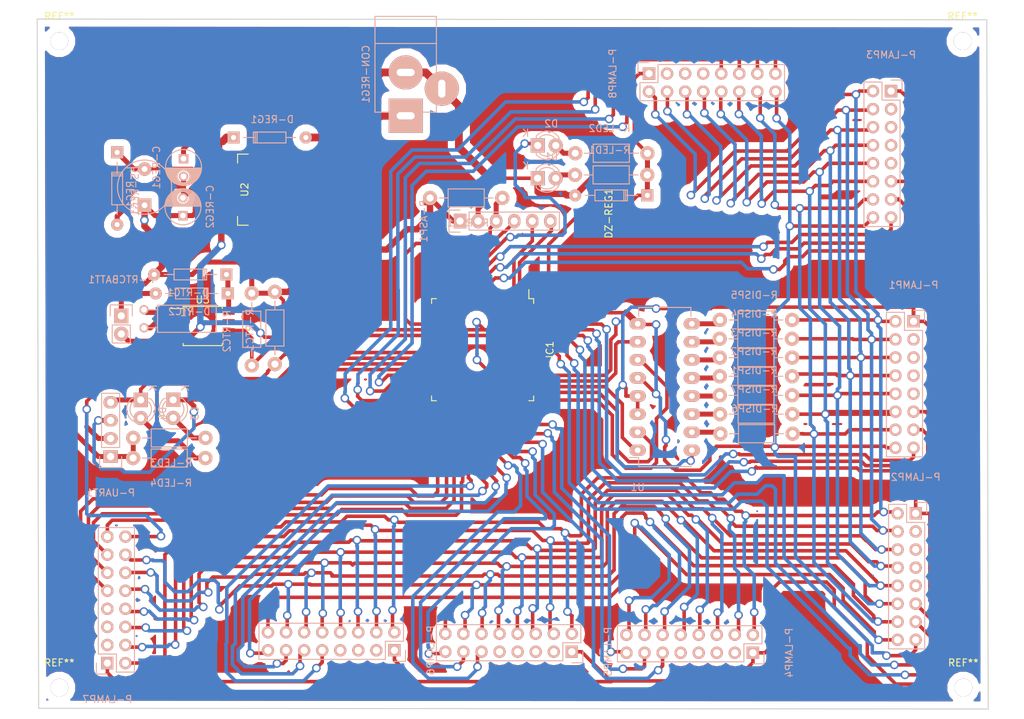
<source format=kicad_pcb>
(kicad_pcb (version 4) (host pcbnew "(2015-11-24 BZR 6329, Git e511afd)-product")
  (layers (0 F.Cu signal) (31 B.Cu signal) (34 B.Paste user) (35 F.Paste user) (36 B.SilkS user) (37 F.SilkS user) (38 B.Mask user) (39 F.Mask user) (44 Edge.Cuts user))
  (net 0 "")
  (net 1 "Net-(IC1-Pad1)")
  (net 2 /MISO)
  (net 3 /MOSI)
  (net 4 "Net-(IC1-Pad4)")
  (net 5 "Net-(IC1-Pad5)")
  (net 6 "Net-(IC1-Pad6)")
  (net 7 /SCK)
  (net 8 "Net-(IC1-Pad12)")
  (net 9 "Net-(IC1-Pad13)")
  (net 10 "Net-(IC1-Pad14)")
  (net 11 "Net-(IC1-Pad15)")
  (net 12 "Net-(IC1-Pad16)")
  (net 13 "Net-(IC1-Pad17)")
  (net 14 "Net-(IC1-Pad18)")
  (net 15 "Net-(IC1-Pad19)")
  (net 16 /RST)
  (net 17 VCC)
  (net 18 GND)
  (net 19 "Net-(IC1-Pad23)")
  (net 20 "Net-(IC1-Pad24)")
  (net 21 /TX)
  (net 22 /RX)
  (net 23 "Net-(IC1-Pad33)")
  (net 24 "Net-(IC1-Pad54)")
  (net 25 "Net-(IC1-Pad55)")
  (net 26 "Net-(IC1-Pad62)")
  (net 27 "Net-(D1-Pad2)")
  (net 28 "Net-(D2-Pad2)")
  (net 29 /RUN)
  (net 30 /ID)
  (net 31 /IC)
  (net 32 /IB)
  (net 33 /IA)
  (net 34 /LA)
  (net 35 "Net-(R-DISP1-Pad2)")
  (net 36 /LB)
  (net 37 "Net-(R-DISP2-Pad2)")
  (net 38 /LC)
  (net 39 "Net-(R-DISP3-Pad2)")
  (net 40 /LD)
  (net 41 "Net-(R-DISP4-Pad2)")
  (net 42 /LE)
  (net 43 "Net-(R-DISP5-Pad2)")
  (net 44 /LF)
  (net 45 "Net-(R-DISP6-Pad2)")
  (net 46 /LG)
  (net 47 "Net-(R-DISP7-Pad2)")
  (net 48 "Net-(D3-Pad2)")
  (net 49 "Net-(D4-Pad2)")
  (net 50 "Net-(C-REG1-Pad1)")
  (net 51 "Net-(CON-REG1-Pad1)")
  (net 52 "Net-(DS-REG1-Pad1)")
  (net 53 "Net-(D-RTC1-Pad1)")
  (net 54 "Net-(D-RTC2-Pad2)")
  (net 55 /RTC-SCL)
  (net 56 /RTC-SDA)
  (net 57 "Net-(U3-Pad1)")
  (net 58 "Net-(U3-Pad2)")
  (net 59 "Net-(U3-Pad3)")
  (net 60 "Net-(U3-Pad7)")
  (net 61 /D1-C)
  (net 62 /D1-B)
  (net 63 /D1-A)
  (net 64 /D2-C)
  (net 65 /D2-B)
  (net 66 /D2-A)
  (net 67 "Net-(P-LAMP2-Pad3)")
  (net 68 "Net-(P-LAMP2-Pad5)")
  (net 69 "Net-(P-LAMP2-Pad7)")
  (net 70 "Net-(P-LAMP2-Pad9)")
  (net 71 "Net-(P-LAMP1-Pad3)")
  (net 72 "Net-(P-LAMP1-Pad5)")
  (net 73 "Net-(P-LAMP1-Pad7)")
  (net 74 "Net-(P-LAMP1-Pad9)")
  (net 75 /D3-A)
  (net 76 /D3-B)
  (net 77 /D3-C)
  (net 78 "Net-(P-LAMP3-Pad3)")
  (net 79 "Net-(P-LAMP3-Pad5)")
  (net 80 "Net-(P-LAMP3-Pad7)")
  (net 81 "Net-(P-LAMP3-Pad9)")
  (net 82 "Net-(P-LAMP4-Pad3)")
  (net 83 "Net-(P-LAMP4-Pad5)")
  (net 84 "Net-(P-LAMP4-Pad7)")
  (net 85 "Net-(P-LAMP4-Pad9)")
  (net 86 /D4-C)
  (net 87 /D4-B)
  (net 88 /D4-A)
  (net 89 "Net-(P-LAMP5-Pad3)")
  (net 90 "Net-(P-LAMP5-Pad5)")
  (net 91 "Net-(P-LAMP5-Pad7)")
  (net 92 "Net-(P-LAMP5-Pad9)")
  (net 93 /D5-C)
  (net 94 /D5-B)
  (net 95 /D5-A)
  (net 96 "Net-(P-LAMP6-Pad3)")
  (net 97 "Net-(P-LAMP6-Pad5)")
  (net 98 "Net-(P-LAMP6-Pad7)")
  (net 99 /D6-D)
  (net 100 /D6-C)
  (net 101 /D6-B)
  (net 102 /D6-A)
  (net 103 "Net-(P-LAMP7-Pad3)")
  (net 104 "Net-(P-LAMP7-Pad5)")
  (net 105 "Net-(P-LAMP7-Pad7)")
  (net 106 /D7-D)
  (net 107 /D7-C)
  (net 108 /D7-B)
  (net 109 /D7-A)
  (net 110 "Net-(P-LAMP8-Pad3)")
  (net 111 "Net-(P-LAMP8-Pad5)")
  (net 112 "Net-(P-LAMP8-Pad7)")
  (net 113 /D8-A)
  (net 114 /D8-B)
  (net 115 /D8-C)
  (net 116 /D8-D)
  (module LEDs:LED-3MM (layer B.Cu) (at 107.207451 88.540829 270)
    (fp_text reference D3 (at 1.91 -3.06 270) (layer B.SilkS) (effects (justify mirror)))
    (fp_text value LED)
    (fp_text user K (at -1.69 -1.74 270) (layer B.SilkS) (effects (justify mirror)))
    (pad 1 thru_hole rect (at 0 0 180) (size 2 2) (drill 1.00076) (layers *.Cu *.Mask B.SilkS) (net 22 /RX))
    (pad 2 thru_hole circle (at 2.54 0 270) (size 2 2) (drill 1.00076) (layers *.Cu *.Mask B.SilkS) (net 48 "Net-(D3-Pad2)"))
  )
  (module Housings_QFP:TQFP-64_14x14mm_Pitch0.8mm (layer F.Cu) (at 150.718191 81.484369 270)
    (fp_text reference IC1 (at 0 -9.45 270) (layer F.SilkS))
    (fp_text value ATMEGA128-A)
    (pad 1 smd rect (at -7.7 -6 270) (size 1.5 0.55) (layers F.Cu F.Paste F.Mask) (net 1 "Net-(IC1-Pad1)"))
    (pad 2 smd rect (at -7.7 -5.2 270) (size 1.5 0.55) (layers F.Cu F.Paste F.Mask) (net 2 /MISO))
    (pad 3 smd rect (at -7.7 -4.4 270) (size 1.5 0.55) (layers F.Cu F.Paste F.Mask) (net 3 /MOSI))
    (pad 4 smd rect (at -7.7 -3.6 270) (size 1.5 0.55) (layers F.Cu F.Paste F.Mask) (net 4 "Net-(IC1-Pad4)"))
    (pad 5 smd rect (at -7.7 -2.8 270) (size 1.5 0.55) (layers F.Cu F.Paste F.Mask) (net 5 "Net-(IC1-Pad5)"))
    (pad 6 smd rect (at -7.7 -2 270) (size 1.5 0.55) (layers F.Cu F.Paste F.Mask) (net 6 "Net-(IC1-Pad6)"))
    (pad 7 smd rect (at -7.7 -1.2 270) (size 1.5 0.55) (layers F.Cu F.Paste F.Mask) (net 75 /D3-A))
    (pad 8 smd rect (at -7.7 -0.4 270) (size 1.5 0.55) (layers F.Cu F.Paste F.Mask) (net 76 /D3-B))
    (pad 9 smd rect (at -7.7 0.4 270) (size 1.5 0.55) (layers F.Cu F.Paste F.Mask) (net 77 /D3-C))
    (pad 10 smd rect (at -7.7 1.2 270) (size 1.5 0.55) (layers F.Cu F.Paste F.Mask) (net 29 /RUN))
    (pad 11 smd rect (at -7.7 2 270) (size 1.5 0.55) (layers F.Cu F.Paste F.Mask) (net 7 /SCK))
    (pad 12 smd rect (at -7.7 2.8 270) (size 1.5 0.55) (layers F.Cu F.Paste F.Mask) (net 8 "Net-(IC1-Pad12)"))
    (pad 13 smd rect (at -7.7 3.6 270) (size 1.5 0.55) (layers F.Cu F.Paste F.Mask) (net 9 "Net-(IC1-Pad13)"))
    (pad 14 smd rect (at -7.7 4.4 270) (size 1.5 0.55) (layers F.Cu F.Paste F.Mask) (net 10 "Net-(IC1-Pad14)"))
    (pad 15 smd rect (at -7.7 5.2 270) (size 1.5 0.55) (layers F.Cu F.Paste F.Mask) (net 11 "Net-(IC1-Pad15)"))
    (pad 16 smd rect (at -7.7 6 270) (size 1.5 0.55) (layers F.Cu F.Paste F.Mask) (net 12 "Net-(IC1-Pad16)"))
    (pad 17 smd rect (at -6 7.7) (size 1.5 0.55) (layers F.Cu F.Paste F.Mask) (net 13 "Net-(IC1-Pad17)"))
    (pad 18 smd rect (at -5.2 7.7) (size 1.5 0.55) (layers F.Cu F.Paste F.Mask) (net 14 "Net-(IC1-Pad18)"))
    (pad 19 smd rect (at -4.4 7.7) (size 1.5 0.55) (layers F.Cu F.Paste F.Mask) (net 15 "Net-(IC1-Pad19)"))
    (pad 20 smd rect (at -3.6 7.7) (size 1.5 0.55) (layers F.Cu F.Paste F.Mask) (net 16 /RST))
    (pad 21 smd rect (at -2.8 7.7) (size 1.5 0.55) (layers F.Cu F.Paste F.Mask) (net 17 VCC))
    (pad 22 smd rect (at -2 7.7) (size 1.5 0.55) (layers F.Cu F.Paste F.Mask) (net 18 GND))
    (pad 23 smd rect (at -1.2 7.7) (size 1.5 0.55) (layers F.Cu F.Paste F.Mask) (net 19 "Net-(IC1-Pad23)"))
    (pad 24 smd rect (at -0.4 7.7) (size 1.5 0.55) (layers F.Cu F.Paste F.Mask) (net 20 "Net-(IC1-Pad24)"))
    (pad 25 smd rect (at 0.4 7.7) (size 1.5 0.55) (layers F.Cu F.Paste F.Mask) (net 55 /RTC-SCL))
    (pad 26 smd rect (at 1.2 7.7) (size 1.5 0.55) (layers F.Cu F.Paste F.Mask) (net 56 /RTC-SDA))
    (pad 27 smd rect (at 2 7.7) (size 1.5 0.55) (layers F.Cu F.Paste F.Mask) (net 21 /TX))
    (pad 28 smd rect (at 2.8 7.7) (size 1.5 0.55) (layers F.Cu F.Paste F.Mask) (net 22 /RX))
    (pad 29 smd rect (at 3.6 7.7) (size 1.5 0.55) (layers F.Cu F.Paste F.Mask) (net 113 /D8-A))
    (pad 30 smd rect (at 4.4 7.7) (size 1.5 0.55) (layers F.Cu F.Paste F.Mask) (net 114 /D8-B))
    (pad 31 smd rect (at 5.2 7.7) (size 1.5 0.55) (layers F.Cu F.Paste F.Mask) (net 115 /D8-C))
    (pad 32 smd rect (at 6 7.7) (size 1.5 0.55) (layers F.Cu F.Paste F.Mask) (net 116 /D8-D))
    (pad 33 smd rect (at 7.7 6 270) (size 1.5 0.55) (layers F.Cu F.Paste F.Mask) (net 23 "Net-(IC1-Pad33)"))
    (pad 34 smd rect (at 7.7 5.2 270) (size 1.5 0.55) (layers F.Cu F.Paste F.Mask) (net 106 /D7-D))
    (pad 35 smd rect (at 7.7 4.4 270) (size 1.5 0.55) (layers F.Cu F.Paste F.Mask) (net 107 /D7-C))
    (pad 36 smd rect (at 7.7 3.6 270) (size 1.5 0.55) (layers F.Cu F.Paste F.Mask) (net 108 /D7-B))
    (pad 37 smd rect (at 7.7 2.8 270) (size 1.5 0.55) (layers F.Cu F.Paste F.Mask) (net 109 /D7-A))
    (pad 38 smd rect (at 7.7 2 270) (size 1.5 0.55) (layers F.Cu F.Paste F.Mask) (net 99 /D6-D))
    (pad 39 smd rect (at 7.7 1.2 270) (size 1.5 0.55) (layers F.Cu F.Paste F.Mask) (net 100 /D6-C))
    (pad 40 smd rect (at 7.7 0.4 270) (size 1.5 0.55) (layers F.Cu F.Paste F.Mask) (net 101 /D6-B))
    (pad 41 smd rect (at 7.7 -0.4 270) (size 1.5 0.55) (layers F.Cu F.Paste F.Mask) (net 102 /D6-A))
    (pad 42 smd rect (at 7.7 -1.2 270) (size 1.5 0.55) (layers F.Cu F.Paste F.Mask) (net 93 /D5-C))
    (pad 43 smd rect (at 7.7 -2 270) (size 1.5 0.55) (layers F.Cu F.Paste F.Mask) (net 94 /D5-B))
    (pad 44 smd rect (at 7.7 -2.8 270) (size 1.5 0.55) (layers F.Cu F.Paste F.Mask) (net 95 /D5-A))
    (pad 45 smd rect (at 7.7 -3.6 270) (size 1.5 0.55) (layers F.Cu F.Paste F.Mask) (net 86 /D4-C))
    (pad 46 smd rect (at 7.7 -4.4 270) (size 1.5 0.55) (layers F.Cu F.Paste F.Mask) (net 87 /D4-B))
    (pad 47 smd rect (at 7.7 -5.2 270) (size 1.5 0.55) (layers F.Cu F.Paste F.Mask) (net 88 /D4-A))
    (pad 48 smd rect (at 7.7 -6 270) (size 1.5 0.55) (layers F.Cu F.Paste F.Mask) (net 30 /ID))
    (pad 49 smd rect (at 6 -7.7) (size 1.5 0.55) (layers F.Cu F.Paste F.Mask) (net 31 /IC))
    (pad 50 smd rect (at 5.2 -7.7) (size 1.5 0.55) (layers F.Cu F.Paste F.Mask) (net 32 /IB))
    (pad 51 smd rect (at 4.4 -7.7) (size 1.5 0.55) (layers F.Cu F.Paste F.Mask) (net 33 /IA))
    (pad 52 smd rect (at 3.6 -7.7) (size 1.5 0.55) (layers F.Cu F.Paste F.Mask) (net 17 VCC))
    (pad 53 smd rect (at 2.8 -7.7) (size 1.5 0.55) (layers F.Cu F.Paste F.Mask) (net 18 GND))
    (pad 54 smd rect (at 2 -7.7) (size 1.5 0.55) (layers F.Cu F.Paste F.Mask) (net 24 "Net-(IC1-Pad54)"))
    (pad 55 smd rect (at 1.2 -7.7) (size 1.5 0.55) (layers F.Cu F.Paste F.Mask) (net 25 "Net-(IC1-Pad55)"))
    (pad 56 smd rect (at 0.4 -7.7) (size 1.5 0.55) (layers F.Cu F.Paste F.Mask) (net 64 /D2-C))
    (pad 57 smd rect (at -0.4 -7.7) (size 1.5 0.55) (layers F.Cu F.Paste F.Mask) (net 65 /D2-B))
    (pad 58 smd rect (at -1.2 -7.7) (size 1.5 0.55) (layers F.Cu F.Paste F.Mask) (net 66 /D2-A))
    (pad 59 smd rect (at -2 -7.7) (size 1.5 0.55) (layers F.Cu F.Paste F.Mask) (net 61 /D1-C))
    (pad 60 smd rect (at -2.8 -7.7) (size 1.5 0.55) (layers F.Cu F.Paste F.Mask) (net 62 /D1-B))
    (pad 61 smd rect (at -3.6 -7.7) (size 1.5 0.55) (layers F.Cu F.Paste F.Mask) (net 63 /D1-A))
    (pad 62 smd rect (at -4.4 -7.7) (size 1.5 0.55) (layers F.Cu F.Paste F.Mask) (net 26 "Net-(IC1-Pad62)"))
    (pad 63 smd rect (at -5.2 -7.7) (size 1.5 0.55) (layers F.Cu F.Paste F.Mask) (net 18 GND))
    (pad 64 smd rect (at -6 -7.7) (size 1.5 0.55) (layers F.Cu F.Paste F.Mask) (net 17 VCC))
  )
  (module Pin_Headers:Pin_Header_Straight_1x06 (layer B.Cu) (at 147.541931 63.403429 270)
    (fp_text reference P-ASP1 (at 0 5.1 270) (layer B.SilkS) (effects (justify mirror)))
    (fp_text value CONN_01X06)
    (pad 1 thru_hole rect (at 0 0 270) (size 2.032 1.7272) (drill 1.016) (layers *.Cu *.Mask B.SilkS) (net 17 VCC))
    (pad 2 thru_hole oval (at 0 -2.54 270) (size 2.032 1.7272) (drill 1.016) (layers *.Cu *.Mask B.SilkS) (net 18 GND))
    (pad 3 thru_hole oval (at 0 -5.08 270) (size 2.032 1.7272) (drill 1.016) (layers *.Cu *.Mask B.SilkS) (net 16 /RST))
    (pad 4 thru_hole oval (at 0 -7.62 270) (size 2.032 1.7272) (drill 1.016) (layers *.Cu *.Mask B.SilkS) (net 7 /SCK))
    (pad 5 thru_hole oval (at 0 -10.16 270) (size 2.032 1.7272) (drill 1.016) (layers *.Cu *.Mask B.SilkS) (net 3 /MOSI))
    (pad 6 thru_hole oval (at 0 -12.7 270) (size 2.032 1.7272) (drill 1.016) (layers *.Cu *.Mask B.SilkS) (net 2 /MISO))
  )
  (module Pin_Headers:Pin_Header_Straight_1x04 (layer B.Cu) (at 98.41476 96.50268)
    (fp_text reference P-UART1 (at 0 5.1) (layer B.SilkS) (effects (justify mirror)))
    (fp_text value CONN_01X04)
    (pad 1 thru_hole rect (at 0 0) (size 2.032 1.7272) (drill 1.016) (layers *.Cu *.Mask B.SilkS) (net 17 VCC))
    (pad 2 thru_hole oval (at 0 -2.54) (size 2.032 1.7272) (drill 1.016) (layers *.Cu *.Mask B.SilkS) (net 18 GND))
    (pad 3 thru_hole oval (at 0 -5.08) (size 2.032 1.7272) (drill 1.016) (layers *.Cu *.Mask B.SilkS) (net 22 /RX))
    (pad 4 thru_hole oval (at 0 -7.62) (size 2.032 1.7272) (drill 1.016) (layers *.Cu *.Mask B.SilkS) (net 21 /TX))
  )
  (module Resistors_ThroughHole:Resistor_Horizontal_RM10mm (layer B.Cu) (at 148.405531 60.152229)
    (fp_text reference R-RST1 (at 0.24892 3.50012) (layer B.SilkS) (effects (justify mirror)))
    (fp_text value 4k7)
    (pad 1 thru_hole circle (at -5.08 0) (size 1.99898 1.99898) (drill 1.00076) (layers *.Cu *.SilkS *.Mask) (net 17 VCC))
    (pad 2 thru_hole circle (at 5.08 0) (size 1.99898 1.99898) (drill 1.00076) (layers *.Cu *.SilkS *.Mask) (net 16 /RST))
  )
  (module Resistors_ThroughHole:Resistor_Horizontal_RM10mm (layer B.Cu) (at 189.142051 87.894109 180)
    (fp_text reference R-DISP1 (at 0.24892 3.50012 180) (layer B.SilkS) (effects (justify mirror)))
    (fp_text value 330)
    (pad 1 thru_hole circle (at -5.08 0 180) (size 1.99898 1.99898) (drill 1.00076) (layers *.Cu *.SilkS *.Mask) (net 34 /LA))
    (pad 2 thru_hole circle (at 5.08 0 180) (size 1.99898 1.99898) (drill 1.00076) (layers *.Cu *.SilkS *.Mask) (net 35 "Net-(R-DISP1-Pad2)"))
  )
  (module Resistors_ThroughHole:Resistor_Horizontal_RM10mm (layer B.Cu) (at 189.144591 85.224569 180)
    (fp_text reference R-DISP2 (at 0.24892 3.50012 180) (layer B.SilkS) (effects (justify mirror)))
    (fp_text value 330)
    (pad 1 thru_hole circle (at -5.08 0 180) (size 1.99898 1.99898) (drill 1.00076) (layers *.Cu *.SilkS *.Mask) (net 36 /LB))
    (pad 2 thru_hole circle (at 5.08 0 180) (size 1.99898 1.99898) (drill 1.00076) (layers *.Cu *.SilkS *.Mask) (net 37 "Net-(R-DISP2-Pad2)"))
  )
  (module Resistors_ThroughHole:Resistor_Horizontal_RM10mm (layer B.Cu) (at 189.144591 82.595669 180)
    (fp_text reference R-DISP3 (at 0.24892 3.50012 180) (layer B.SilkS) (effects (justify mirror)))
    (fp_text value 330)
    (pad 1 thru_hole circle (at -5.08 0 180) (size 1.99898 1.99898) (drill 1.00076) (layers *.Cu *.SilkS *.Mask) (net 38 /LC))
    (pad 2 thru_hole circle (at 5.08 0 180) (size 1.99898 1.99898) (drill 1.00076) (layers *.Cu *.SilkS *.Mask) (net 39 "Net-(R-DISP3-Pad2)"))
  )
  (module Resistors_ThroughHole:Resistor_Horizontal_RM10mm (layer B.Cu) (at 189.129351 79.954069 180)
    (fp_text reference R-DISP4 (at 0.24892 3.50012 180) (layer B.SilkS) (effects (justify mirror)))
    (fp_text value 330)
    (pad 1 thru_hole circle (at -5.08 0 180) (size 1.99898 1.99898) (drill 1.00076) (layers *.Cu *.SilkS *.Mask) (net 40 /LD))
    (pad 2 thru_hole circle (at 5.08 0 180) (size 1.99898 1.99898) (drill 1.00076) (layers *.Cu *.SilkS *.Mask) (net 41 "Net-(R-DISP4-Pad2)"))
  )
  (module Resistors_ThroughHole:Resistor_Horizontal_RM10mm (layer B.Cu) (at 189.154751 77.302309 180)
    (fp_text reference R-DISP5 (at 0.24892 3.50012 180) (layer B.SilkS) (effects (justify mirror)))
    (fp_text value 330)
    (pad 1 thru_hole circle (at -5.08 0 180) (size 1.99898 1.99898) (drill 1.00076) (layers *.Cu *.SilkS *.Mask) (net 42 /LE))
    (pad 2 thru_hole circle (at 5.08 0 180) (size 1.99898 1.99898) (drill 1.00076) (layers *.Cu *.SilkS *.Mask) (net 43 "Net-(R-DISP5-Pad2)"))
  )
  (module Resistors_ThroughHole:Resistor_Horizontal_RM10mm (layer B.Cu) (at 189.225871 93.294149 180)
    (fp_text reference R-DISP6 (at 0.24892 3.50012 180) (layer B.SilkS) (effects (justify mirror)))
    (fp_text value 330)
    (pad 1 thru_hole circle (at -5.08 0 180) (size 1.99898 1.99898) (drill 1.00076) (layers *.Cu *.SilkS *.Mask) (net 44 /LF))
    (pad 2 thru_hole circle (at 5.08 0 180) (size 1.99898 1.99898) (drill 1.00076) (layers *.Cu *.SilkS *.Mask) (net 45 "Net-(R-DISP6-Pad2)"))
  )
  (module Resistors_ThroughHole:Resistor_Horizontal_RM10mm (layer B.Cu) (at 189.177611 90.545869 180)
    (fp_text reference R-DISP7 (at 0.24892 3.50012 180) (layer B.SilkS) (effects (justify mirror)))
    (fp_text value 330)
    (pad 1 thru_hole circle (at -5.08 0 180) (size 1.99898 1.99898) (drill 1.00076) (layers *.Cu *.SilkS *.Mask) (net 46 /LG))
    (pad 2 thru_hole circle (at 5.08 0 180) (size 1.99898 1.99898) (drill 1.00076) (layers *.Cu *.SilkS *.Mask) (net 47 "Net-(R-DISP7-Pad2)"))
  )
  (module Resistors_ThroughHole:Resistor_Horizontal_RM10mm (layer B.Cu) (at 168.787391 56.910149 180)
    (fp_text reference R-LED1 (at 0.24892 3.50012 180) (layer B.SilkS) (effects (justify mirror)))
    (fp_text value 330)
    (pad 1 thru_hole circle (at -5.08 0 180) (size 1.99898 1.99898) (drill 1.00076) (layers *.Cu *.SilkS *.Mask) (net 17 VCC))
    (pad 2 thru_hole circle (at 5.08 0 180) (size 1.99898 1.99898) (drill 1.00076) (layers *.Cu *.SilkS *.Mask) (net 27 "Net-(D1-Pad2)"))
  )
  (module Resistors_ThroughHole:Resistor_Horizontal_RM10mm (layer B.Cu) (at 168.812791 53.862149 180)
    (fp_text reference R-LED2 (at 0.24892 3.50012 180) (layer B.SilkS) (effects (justify mirror)))
    (fp_text value 330)
    (pad 1 thru_hole circle (at -5.08 0 180) (size 1.99898 1.99898) (drill 1.00076) (layers *.Cu *.SilkS *.Mask) (net 17 VCC))
    (pad 2 thru_hole circle (at 5.08 0 180) (size 1.99898 1.99898) (drill 1.00076) (layers *.Cu *.SilkS *.Mask) (net 28 "Net-(D2-Pad2)"))
  )
  (module Housings_DIP:DIP-16_W7.62mm_LongPads (layer B.Cu) (at 172.517751 95.620789)
    (fp_text reference U1 (at 0 5.22) (layer B.SilkS) (effects (justify mirror)))
    (fp_text value 4511N_DIL16)
    (pad 1 thru_hole oval (at 0 0) (size 2.3 1.6) (drill 0.8) (layers *.Cu *.Mask B.SilkS) (net 32 /IB))
    (pad 2 thru_hole oval (at 0 -2.54) (size 2.3 1.6) (drill 0.8) (layers *.Cu *.Mask B.SilkS) (net 31 /IC))
    (pad 3 thru_hole oval (at 0 -5.08) (size 2.3 1.6) (drill 0.8) (layers *.Cu *.Mask B.SilkS) (net 17 VCC))
    (pad 4 thru_hole oval (at 0 -7.62) (size 2.3 1.6) (drill 0.8) (layers *.Cu *.Mask B.SilkS) (net 17 VCC))
    (pad 5 thru_hole oval (at 0 -10.16) (size 2.3 1.6) (drill 0.8) (layers *.Cu *.Mask B.SilkS) (net 18 GND))
    (pad 6 thru_hole oval (at 0 -12.7) (size 2.3 1.6) (drill 0.8) (layers *.Cu *.Mask B.SilkS) (net 30 /ID))
    (pad 7 thru_hole oval (at 0 -15.24) (size 2.3 1.6) (drill 0.8) (layers *.Cu *.Mask B.SilkS) (net 33 /IA))
    (pad 8 thru_hole oval (at 0 -17.78) (size 2.3 1.6) (drill 0.8) (layers *.Cu *.Mask B.SilkS) (net 18 GND))
    (pad 9 thru_hole oval (at 7.62 -17.78) (size 2.3 1.6) (drill 0.8) (layers *.Cu *.Mask B.SilkS) (net 43 "Net-(R-DISP5-Pad2)"))
    (pad 10 thru_hole oval (at 7.62 -15.24) (size 2.3 1.6) (drill 0.8) (layers *.Cu *.Mask B.SilkS) (net 41 "Net-(R-DISP4-Pad2)"))
    (pad 11 thru_hole oval (at 7.62 -12.7) (size 2.3 1.6) (drill 0.8) (layers *.Cu *.Mask B.SilkS) (net 39 "Net-(R-DISP3-Pad2)"))
    (pad 12 thru_hole oval (at 7.62 -10.16) (size 2.3 1.6) (drill 0.8) (layers *.Cu *.Mask B.SilkS) (net 37 "Net-(R-DISP2-Pad2)"))
    (pad 13 thru_hole oval (at 7.62 -7.62) (size 2.3 1.6) (drill 0.8) (layers *.Cu *.Mask B.SilkS) (net 35 "Net-(R-DISP1-Pad2)"))
    (pad 14 thru_hole oval (at 7.62 -5.08) (size 2.3 1.6) (drill 0.8) (layers *.Cu *.Mask B.SilkS) (net 47 "Net-(R-DISP7-Pad2)"))
    (pad 15 thru_hole oval (at 7.62 -2.54) (size 2.3 1.6) (drill 0.8) (layers *.Cu *.Mask B.SilkS) (net 45 "Net-(R-DISP6-Pad2)"))
    (pad 16 thru_hole oval (at 7.62 0) (size 2.3 1.6) (drill 0.8) (layers *.Cu *.Mask B.SilkS) (net 17 VCC))
  )
  (module LEDs:LED-3MM (layer B.Cu) (at 158.449591 57.380049)
    (fp_text reference D1 (at 1.91 -3.06) (layer B.SilkS) (effects (justify mirror)))
    (fp_text value LED)
    (fp_text user K (at -1.69 -1.74) (layer B.SilkS) (effects (justify mirror)))
    (pad 1 thru_hole rect (at 0 0 270) (size 2 2) (drill 1.00076) (layers *.Cu *.Mask B.SilkS) (net 18 GND))
    (pad 2 thru_hole circle (at 2.54 0) (size 2 2) (drill 1.00076) (layers *.Cu *.Mask B.SilkS) (net 27 "Net-(D1-Pad2)"))
  )
  (module LEDs:LED-3MM (layer B.Cu) (at 158.462291 52.769949)
    (fp_text reference D2 (at 1.91 -3.06) (layer B.SilkS) (effects (justify mirror)))
    (fp_text value LED)
    (fp_text user K (at -1.69 -1.74) (layer B.SilkS) (effects (justify mirror)))
    (pad 1 thru_hole rect (at 0 0 270) (size 2 2) (drill 1.00076) (layers *.Cu *.Mask B.SilkS) (net 29 /RUN))
    (pad 2 thru_hole circle (at 2.54 0) (size 2 2) (drill 1.00076) (layers *.Cu *.Mask B.SilkS) (net 28 "Net-(D2-Pad2)"))
  )
  (module LEDs:LED-3MM (layer B.Cu) (at 102.65148 88.54994 270)
    (fp_text reference D4 (at 1.91 -3.06 270) (layer B.SilkS) (effects (justify mirror)))
    (fp_text value LED)
    (fp_text user K (at -1.69 -1.74 270) (layer B.SilkS) (effects (justify mirror)))
    (pad 1 thru_hole rect (at 0 0 180) (size 2 2) (drill 1.00076) (layers *.Cu *.Mask B.SilkS) (net 21 /TX))
    (pad 2 thru_hole circle (at 2.54 0 270) (size 2 2) (drill 1.00076) (layers *.Cu *.Mask B.SilkS) (net 49 "Net-(D4-Pad2)"))
  )
  (module Resistors_ThroughHole:Resistor_Horizontal_RM10mm (layer B.Cu) (at 106.676591 93.890069)
    (fp_text reference R-LED3 (at 0.24892 3.50012) (layer B.SilkS) (effects (justify mirror)))
    (fp_text value 330)
    (pad 1 thru_hole circle (at -5.08 0) (size 1.99898 1.99898) (drill 1.00076) (layers *.Cu *.SilkS *.Mask) (net 17 VCC))
    (pad 2 thru_hole circle (at 5.08 0) (size 1.99898 1.99898) (drill 1.00076) (layers *.Cu *.SilkS *.Mask) (net 48 "Net-(D3-Pad2)"))
  )
  (module Resistors_ThroughHole:Resistor_Horizontal_RM10mm (layer B.Cu) (at 106.6596 96.71858)
    (fp_text reference R-LED4 (at 0.24892 3.50012) (layer B.SilkS) (effects (justify mirror)))
    (fp_text value 330)
    (pad 1 thru_hole circle (at -5.08 0) (size 1.99898 1.99898) (drill 1.00076) (layers *.Cu *.SilkS *.Mask) (net 17 VCC))
    (pad 2 thru_hole circle (at 5.08 0) (size 1.99898 1.99898) (drill 1.00076) (layers *.Cu *.SilkS *.Mask) (net 49 "Net-(D4-Pad2)"))
  )
  (module Capacitors_ThroughHole:C_Radial_D5_L6_P2.5 (layer B.Cu) (at 108.666191 54.620209 270)
    (fp_text reference C-REG1 (at 1.25 3.8 270) (layer B.SilkS) (effects (justify mirror)))
    (fp_text value "100uF 50v")
    (pad 1 thru_hole rect (at 0 0 270) (size 1.3 1.3) (drill 0.8) (layers *.Cu *.Mask B.SilkS) (net 50 "Net-(C-REG1-Pad1)"))
    (pad 2 thru_hole circle (at 2.5 0 270) (size 1.3 1.3) (drill 0.8) (layers *.Cu *.Mask B.SilkS) (net 18 GND))
  )
  (module Capacitors_ThroughHole:C_Radial_D5_L6_P2.5 (layer B.Cu) (at 108.589991 62.630109 90)
    (fp_text reference C-REG2 (at 1.25 3.8 90) (layer B.SilkS) (effects (justify mirror)))
    (fp_text value "100uF 50v")
    (pad 1 thru_hole rect (at 0 0 90) (size 1.3 1.3) (drill 0.8) (layers *.Cu *.Mask B.SilkS) (net 17 VCC))
    (pad 2 thru_hole circle (at 2.5 0 90) (size 1.3 1.3) (drill 0.8) (layers *.Cu *.Mask B.SilkS) (net 18 GND))
  )
  (module Connect:JACK_ALIM (layer B.Cu) (at 139.9 42.5 270)
    (fp_text reference CON-REG1 (at 0.254 5.588 270) (layer B.SilkS) (effects (justify mirror)))
    (fp_text value BARREL_JACK)
    (pad 2 thru_hole circle (at 0 0 270) (size 4.8006 4.8006) (drill oval 1.016 2.54) (layers *.Cu *.Mask B.SilkS) (net 18 GND))
    (pad 1 thru_hole rect (at 6.096 0 270) (size 4.8006 4.8006) (drill oval 1.016 2.54) (layers *.Cu *.Mask B.SilkS) (net 51 "Net-(CON-REG1-Pad1)"))
    (pad 3 thru_hole circle (at 2.286 -5.08 270) (size 4.8006 4.8006) (drill oval 2.54 1.016) (layers *.Cu *.Mask B.SilkS) (net 18 GND))
  )
  (module Diodes_ThroughHole:Diode_DO-35_SOD27_Horizontal_RM10 (layer B.Cu) (at 115.69948 51.64746)
    (fp_text reference D-REG1 (at 5.43052 -2.53746) (layer B.SilkS) (effects (justify mirror)))
    (fp_text value D)
    (pad 2 thru_hole circle (at 10.16052 0.00254 180) (size 1.69926 1.69926) (drill 0.70104) (layers *.Cu *.Mask B.SilkS) (net 51 "Net-(CON-REG1-Pad1)"))
    (pad 1 thru_hole rect (at 0.00052 0.00254 180) (size 1.69926 1.69926) (drill 0.70104) (layers *.Cu *.Mask B.SilkS) (net 50 "Net-(C-REG1-Pad1)"))
  )
  (module Diodes_ThroughHole:Diode_DO-35_SOD27_Horizontal_RM10 (layer B.Cu) (at 99.341851 53.741489 270)
    (fp_text reference DS-REG1 (at 5.43052 -2.53746 270) (layer B.SilkS) (effects (justify mirror)))
    (fp_text value D_Schottky)
    (pad 2 thru_hole circle (at 10.16052 0.00254 90) (size 1.69926 1.69926) (drill 0.70104) (layers *.Cu *.Mask B.SilkS) (net 18 GND))
    (pad 1 thru_hole rect (at 0.00052 0.00254 90) (size 1.69926 1.69926) (drill 0.70104) (layers *.Cu *.Mask B.SilkS) (net 52 "Net-(DS-REG1-Pad1)"))
  )
  (module Inductors:INDUCTOR_V (layer B.Cu) (at 103.192491 58.631509 90)
    (fp_text reference L-REG1 (at 0 -1.99898 90) (layer B.SilkS) (effects (justify mirror)))
    (fp_text value INDUCTOR)
    (pad 1 thru_hole rect (at -2.54 0 90) (size 1.905 1.905) (drill 0.8128) (layers *.Cu *.Mask B.SilkS) (net 17 VCC))
    (pad 2 thru_hole circle (at 2.54 0 90) (size 1.905 1.905) (drill 0.8128) (layers *.Cu *.Mask B.SilkS) (net 52 "Net-(DS-REG1-Pad1)"))
  )
  (module TO_SOT_Packages_SMD:TO-263-5Lead (layer F.Cu) (at 113.765591 58.987109)
    (fp_text reference U2 (at 3.5 0 90) (layer F.SilkS))
    (fp_text value LM2596S_TO263-5)
    (pad 5 smd rect (at 0 3.4) (size 4.6 1.1) (layers F.Cu F.Paste F.Mask) (net 18 GND))
    (pad 4 smd rect (at 0 1.7) (size 4.6 1.1) (layers F.Cu F.Paste F.Mask) (net 17 VCC))
    (pad 2 smd rect (at 0 -1.7) (size 4.6 1.1) (layers F.Cu F.Paste F.Mask) (net 52 "Net-(DS-REG1-Pad1)"))
    (pad 3 smd rect (at 9.15 0) (size 9.4 10.8) (layers F.Cu F.Paste F.Mask) (net 18 GND))
    (pad 3 smd rect (at 0 0) (size 4.6 1.1) (layers F.Cu F.Paste F.Mask) (net 18 GND))
    (pad 1 smd rect (at 0 -3.4) (size 4.6 1.1) (layers F.Cu F.Paste F.Mask) (net 50 "Net-(C-REG1-Pad1)"))
  )
  (module Diodes_ThroughHole:Diode_DO-35_SOD27_Horizontal_RM10 (layer B.Cu) (at 173.880611 59.790509 180)
    (fp_text reference DZ-REG1 (at 5.43052 -2.53746 270) (layer F.SilkS))
    (fp_text value 5v6)
    (pad 2 thru_hole circle (at 10.16052 0.00254) (size 1.69926 1.69926) (drill 0.70104) (layers *.Cu *.Mask B.SilkS) (net 18 GND))
    (pad 1 thru_hole rect (at 0.00052 0.00254) (size 1.69926 1.69926) (drill 0.70104) (layers *.Cu *.Mask B.SilkS) (net 17 VCC))
  )
  (module Diodes_ThroughHole:Diode_DO-35_SOD27_Horizontal_RM10 (layer B.Cu) (at 114.705658 70.913046 180)
    (fp_text reference D-RTC1 (at 5.43052 -2.53746 180) (layer B.SilkS) (effects (justify mirror)))
    (fp_text value D)
    (pad 2 thru_hole circle (at 10.16052 0.00254) (size 1.69926 1.69926) (drill 0.70104) (layers *.Cu *.Mask B.SilkS) (net 17 VCC))
    (pad 1 thru_hole rect (at 0.00052 0.00254) (size 1.69926 1.69926) (drill 0.70104) (layers *.Cu *.Mask B.SilkS) (net 53 "Net-(D-RTC1-Pad1)"))
  )
  (module Diodes_ThroughHole:Diode_DO-35_SOD27_Horizontal_RM10 (layer B.Cu) (at 114.908858 73.580046 180)
    (fp_text reference D-RTC2 (at 5.43052 -2.53746 180) (layer B.SilkS) (effects (justify mirror)))
    (fp_text value D)
    (pad 2 thru_hole circle (at 10.16052 0.00254) (size 1.69926 1.69926) (drill 0.70104) (layers *.Cu *.Mask B.SilkS) (net 54 "Net-(D-RTC2-Pad2)"))
    (pad 1 thru_hole rect (at 0.00052 0.00254) (size 1.69926 1.69926) (drill 0.70104) (layers *.Cu *.Mask B.SilkS) (net 53 "Net-(D-RTC1-Pad1)"))
  )
  (module Pin_Headers:Pin_Header_Straight_1x02 (layer B.Cu) (at 99.91562 76.73094 180)
    (fp_text reference P-RTCBATT1 (at 0 5.1 180) (layer B.SilkS) (effects (justify mirror)))
    (fp_text value CONN_01X02)
    (pad 1 thru_hole rect (at 0 0 180) (size 2.032 2.032) (drill 1.016) (layers *.Cu *.Mask B.SilkS) (net 54 "Net-(D-RTC2-Pad2)"))
    (pad 2 thru_hole oval (at 0 -2.54 180) (size 2.032 2.032) (drill 1.016) (layers *.Cu *.Mask B.SilkS) (net 18 GND))
  )
  (module Resistors_ThroughHole:Resistor_Horizontal_RM10mm (layer B.Cu) (at 121.512858 78.431446 270)
    (fp_text reference R-RTC1 (at 0.24892 3.50012 270) (layer B.SilkS) (effects (justify mirror)))
    (fp_text value 4k7)
    (pad 1 thru_hole circle (at -5.08 0 270) (size 1.99898 1.99898) (drill 1.00076) (layers *.Cu *.SilkS *.Mask) (net 17 VCC))
    (pad 2 thru_hole circle (at 5.08 0 270) (size 1.99898 1.99898) (drill 1.00076) (layers *.Cu *.SilkS *.Mask) (net 56 /RTC-SDA))
  )
  (module Resistors_ThroughHole:Resistor_Horizontal_RM10mm (layer B.Cu) (at 118.261658 78.621946 270)
    (fp_text reference R-RTC2 (at 0.24892 3.50012 270) (layer B.SilkS) (effects (justify mirror)))
    (fp_text value 4k7)
    (pad 1 thru_hole circle (at -5.08 0 270) (size 1.99898 1.99898) (drill 1.00076) (layers *.Cu *.SilkS *.Mask) (net 17 VCC))
    (pad 2 thru_hole circle (at 5.08 0 270) (size 1.99898 1.99898) (drill 1.00076) (layers *.Cu *.SilkS *.Mask) (net 55 /RTC-SCL))
  )
  (module Housings_SOIC:SOIJ-8_5.3x5.3mm_Pitch1.27mm (layer F.Cu) (at 111.360458 78.152046)
    (fp_text reference U3 (at 0 -3.68) (layer F.SilkS))
    (fp_text value PCF8563)
    (pad 1 smd rect (at -3.65 -1.905) (size 1.7 0.65) (layers F.Cu F.Paste F.Mask) (net 57 "Net-(U3-Pad1)"))
    (pad 2 smd rect (at -3.65 -0.635) (size 1.7 0.65) (layers F.Cu F.Paste F.Mask) (net 58 "Net-(U3-Pad2)"))
    (pad 3 smd rect (at -3.65 0.635) (size 1.7 0.65) (layers F.Cu F.Paste F.Mask) (net 59 "Net-(U3-Pad3)"))
    (pad 4 smd rect (at -3.65 1.905) (size 1.7 0.65) (layers F.Cu F.Paste F.Mask) (net 18 GND))
    (pad 5 smd rect (at 3.65 1.905) (size 1.7 0.65) (layers F.Cu F.Paste F.Mask) (net 56 /RTC-SDA))
    (pad 6 smd rect (at 3.65 0.635) (size 1.7 0.65) (layers F.Cu F.Paste F.Mask) (net 55 /RTC-SCL))
    (pad 7 smd rect (at 3.65 -0.635) (size 1.7 0.65) (layers F.Cu F.Paste F.Mask) (net 60 "Net-(U3-Pad7)"))
    (pad 8 smd rect (at 3.65 -1.905) (size 1.7 0.65) (layers F.Cu F.Paste F.Mask) (net 53 "Net-(D-RTC1-Pad1)"))
  )
  (module Crystals:Crystal_Watch (layer B.Cu) (at 103.110558 77.136046 270)
    (fp_text reference Y1 (at -0.889 -5.969 540) (layer B.SilkS) (effects (justify mirror)))
    (fp_text value 32khz)
    (pad 1 thru_hole circle (at -1.27 0 270) (size 1.27 1.27) (drill 0.8128) (layers *.Cu *.Mask B.SilkS) (net 57 "Net-(U3-Pad1)"))
    (pad 2 thru_hole circle (at 1.27 0 270) (size 1.27 1.27) (drill 0.8128) (layers *.Cu *.Mask B.SilkS) (net 58 "Net-(U3-Pad2)"))
  )
  (module Pin_Headers:Pin_Header_Straight_2x08 (layer B.Cu) (at 211.6 104.5 180)
    (fp_text reference P-LAMP2 (at 0 5.1 180) (layer B.SilkS) (effects (justify mirror)))
    (fp_text value CONN_02X08)
    (pad 1 thru_hole rect (at 0 0 180) (size 1.7272 1.7272) (drill 1.016) (layers *.Cu *.Mask B.SilkS) (net 17 VCC))
    (pad 2 thru_hole oval (at 2.54 0 180) (size 1.7272 1.7272) (drill 1.016) (layers *.Cu *.Mask B.SilkS) (net 42 /LE))
    (pad 3 thru_hole oval (at 0 -2.54 180) (size 1.7272 1.7272) (drill 1.016) (layers *.Cu *.Mask B.SilkS) (net 67 "Net-(P-LAMP2-Pad3)"))
    (pad 4 thru_hole oval (at 2.54 -2.54 180) (size 1.7272 1.7272) (drill 1.016) (layers *.Cu *.Mask B.SilkS) (net 40 /LD))
    (pad 5 thru_hole oval (at 0 -5.08 180) (size 1.7272 1.7272) (drill 1.016) (layers *.Cu *.Mask B.SilkS) (net 68 "Net-(P-LAMP2-Pad5)"))
    (pad 6 thru_hole oval (at 2.54 -5.08 180) (size 1.7272 1.7272) (drill 1.016) (layers *.Cu *.Mask B.SilkS) (net 38 /LC))
    (pad 7 thru_hole oval (at 0 -7.62 180) (size 1.7272 1.7272) (drill 1.016) (layers *.Cu *.Mask B.SilkS) (net 69 "Net-(P-LAMP2-Pad7)"))
    (pad 8 thru_hole oval (at 2.54 -7.62 180) (size 1.7272 1.7272) (drill 1.016) (layers *.Cu *.Mask B.SilkS) (net 36 /LB))
    (pad 9 thru_hole oval (at 0 -10.16 180) (size 1.7272 1.7272) (drill 1.016) (layers *.Cu *.Mask B.SilkS) (net 70 "Net-(P-LAMP2-Pad9)"))
    (pad 10 thru_hole oval (at 2.54 -10.16 180) (size 1.7272 1.7272) (drill 1.016) (layers *.Cu *.Mask B.SilkS) (net 34 /LA))
    (pad 11 thru_hole oval (at 0 -12.7 180) (size 1.7272 1.7272) (drill 1.016) (layers *.Cu *.Mask B.SilkS) (net 64 /D2-C))
    (pad 12 thru_hole oval (at 2.54 -12.7 180) (size 1.7272 1.7272) (drill 1.016) (layers *.Cu *.Mask B.SilkS) (net 46 /LG))
    (pad 13 thru_hole oval (at 0 -15.24 180) (size 1.7272 1.7272) (drill 1.016) (layers *.Cu *.Mask B.SilkS) (net 65 /D2-B))
    (pad 14 thru_hole oval (at 2.54 -15.24 180) (size 1.7272 1.7272) (drill 1.016) (layers *.Cu *.Mask B.SilkS) (net 44 /LF))
    (pad 15 thru_hole oval (at 0 -17.78 180) (size 1.7272 1.7272) (drill 1.016) (layers *.Cu *.Mask B.SilkS) (net 66 /D2-A))
    (pad 16 thru_hole oval (at 2.54 -17.78 180) (size 1.7272 1.7272) (drill 1.016) (layers *.Cu *.Mask B.SilkS) (net 18 GND))
  )
  (module Pin_Headers:Pin_Header_Straight_2x08 (layer B.Cu) (at 211.3 77.5 180)
    (fp_text reference P-LAMP1 (at 0 5.1 180) (layer B.SilkS) (effects (justify mirror)))
    (fp_text value CONN_02X08)
    (pad 1 thru_hole rect (at 0 0 180) (size 1.7272 1.7272) (drill 1.016) (layers *.Cu *.Mask B.SilkS) (net 17 VCC))
    (pad 2 thru_hole oval (at 2.54 0 180) (size 1.7272 1.7272) (drill 1.016) (layers *.Cu *.Mask B.SilkS) (net 42 /LE))
    (pad 3 thru_hole oval (at 0 -2.54 180) (size 1.7272 1.7272) (drill 1.016) (layers *.Cu *.Mask B.SilkS) (net 71 "Net-(P-LAMP1-Pad3)"))
    (pad 4 thru_hole oval (at 2.54 -2.54 180) (size 1.7272 1.7272) (drill 1.016) (layers *.Cu *.Mask B.SilkS) (net 40 /LD))
    (pad 5 thru_hole oval (at 0 -5.08 180) (size 1.7272 1.7272) (drill 1.016) (layers *.Cu *.Mask B.SilkS) (net 72 "Net-(P-LAMP1-Pad5)"))
    (pad 6 thru_hole oval (at 2.54 -5.08 180) (size 1.7272 1.7272) (drill 1.016) (layers *.Cu *.Mask B.SilkS) (net 38 /LC))
    (pad 7 thru_hole oval (at 0 -7.62 180) (size 1.7272 1.7272) (drill 1.016) (layers *.Cu *.Mask B.SilkS) (net 73 "Net-(P-LAMP1-Pad7)"))
    (pad 8 thru_hole oval (at 2.54 -7.62 180) (size 1.7272 1.7272) (drill 1.016) (layers *.Cu *.Mask B.SilkS) (net 36 /LB))
    (pad 9 thru_hole oval (at 0 -10.16 180) (size 1.7272 1.7272) (drill 1.016) (layers *.Cu *.Mask B.SilkS) (net 74 "Net-(P-LAMP1-Pad9)"))
    (pad 10 thru_hole oval (at 2.54 -10.16 180) (size 1.7272 1.7272) (drill 1.016) (layers *.Cu *.Mask B.SilkS) (net 34 /LA))
    (pad 11 thru_hole oval (at 0 -12.7 180) (size 1.7272 1.7272) (drill 1.016) (layers *.Cu *.Mask B.SilkS) (net 61 /D1-C))
    (pad 12 thru_hole oval (at 2.54 -12.7 180) (size 1.7272 1.7272) (drill 1.016) (layers *.Cu *.Mask B.SilkS) (net 46 /LG))
    (pad 13 thru_hole oval (at 0 -15.24 180) (size 1.7272 1.7272) (drill 1.016) (layers *.Cu *.Mask B.SilkS) (net 62 /D1-B))
    (pad 14 thru_hole oval (at 2.54 -15.24 180) (size 1.7272 1.7272) (drill 1.016) (layers *.Cu *.Mask B.SilkS) (net 44 /LF))
    (pad 15 thru_hole oval (at 0 -17.78 180) (size 1.7272 1.7272) (drill 1.016) (layers *.Cu *.Mask B.SilkS) (net 63 /D1-A))
    (pad 16 thru_hole oval (at 2.54 -17.78 180) (size 1.7272 1.7272) (drill 1.016) (layers *.Cu *.Mask B.SilkS) (net 18 GND))
  )
  (module Pin_Headers:Pin_Header_Straight_2x08 (layer B.Cu) (at 208.14 45.12 180)
    (fp_text reference P-LAMP3 (at 0 5.1 180) (layer B.SilkS) (effects (justify mirror)))
    (fp_text value CONN_02X08)
    (pad 1 thru_hole rect (at 0 0 180) (size 1.7272 1.7272) (drill 1.016) (layers *.Cu *.Mask B.SilkS) (net 17 VCC))
    (pad 2 thru_hole oval (at 2.54 0 180) (size 1.7272 1.7272) (drill 1.016) (layers *.Cu *.Mask B.SilkS) (net 42 /LE))
    (pad 3 thru_hole oval (at 0 -2.54 180) (size 1.7272 1.7272) (drill 1.016) (layers *.Cu *.Mask B.SilkS) (net 78 "Net-(P-LAMP3-Pad3)"))
    (pad 4 thru_hole oval (at 2.54 -2.54 180) (size 1.7272 1.7272) (drill 1.016) (layers *.Cu *.Mask B.SilkS) (net 40 /LD))
    (pad 5 thru_hole oval (at 0 -5.08 180) (size 1.7272 1.7272) (drill 1.016) (layers *.Cu *.Mask B.SilkS) (net 79 "Net-(P-LAMP3-Pad5)"))
    (pad 6 thru_hole oval (at 2.54 -5.08 180) (size 1.7272 1.7272) (drill 1.016) (layers *.Cu *.Mask B.SilkS) (net 38 /LC))
    (pad 7 thru_hole oval (at 0 -7.62 180) (size 1.7272 1.7272) (drill 1.016) (layers *.Cu *.Mask B.SilkS) (net 80 "Net-(P-LAMP3-Pad7)"))
    (pad 8 thru_hole oval (at 2.54 -7.62 180) (size 1.7272 1.7272) (drill 1.016) (layers *.Cu *.Mask B.SilkS) (net 36 /LB))
    (pad 9 thru_hole oval (at 0 -10.16 180) (size 1.7272 1.7272) (drill 1.016) (layers *.Cu *.Mask B.SilkS) (net 81 "Net-(P-LAMP3-Pad9)"))
    (pad 10 thru_hole oval (at 2.54 -10.16 180) (size 1.7272 1.7272) (drill 1.016) (layers *.Cu *.Mask B.SilkS) (net 34 /LA))
    (pad 11 thru_hole oval (at 0 -12.7 180) (size 1.7272 1.7272) (drill 1.016) (layers *.Cu *.Mask B.SilkS) (net 75 /D3-A))
    (pad 12 thru_hole oval (at 2.54 -12.7 180) (size 1.7272 1.7272) (drill 1.016) (layers *.Cu *.Mask B.SilkS) (net 46 /LG))
    (pad 13 thru_hole oval (at 0 -15.24 180) (size 1.7272 1.7272) (drill 1.016) (layers *.Cu *.Mask B.SilkS) (net 76 /D3-B))
    (pad 14 thru_hole oval (at 2.54 -15.24 180) (size 1.7272 1.7272) (drill 1.016) (layers *.Cu *.Mask B.SilkS) (net 44 /LF))
    (pad 15 thru_hole oval (at 0 -17.78 180) (size 1.7272 1.7272) (drill 1.016) (layers *.Cu *.Mask B.SilkS) (net 77 /D3-C))
    (pad 16 thru_hole oval (at 2.54 -17.78 180) (size 1.7272 1.7272) (drill 1.016) (layers *.Cu *.Mask B.SilkS) (net 18 GND))
  )
  (module Pin_Headers:Pin_Header_Straight_2x08 (layer B.Cu) (at 188.72 124.1 90)
    (fp_text reference P-LAMP4 (at 0 5.1 90) (layer B.SilkS) (effects (justify mirror)))
    (fp_text value CONN_02X08)
    (pad 1 thru_hole rect (at 0 0 90) (size 1.7272 1.7272) (drill 1.016) (layers *.Cu *.Mask B.SilkS) (net 17 VCC))
    (pad 2 thru_hole oval (at 2.54 0 90) (size 1.7272 1.7272) (drill 1.016) (layers *.Cu *.Mask B.SilkS) (net 42 /LE))
    (pad 3 thru_hole oval (at 0 -2.54 90) (size 1.7272 1.7272) (drill 1.016) (layers *.Cu *.Mask B.SilkS) (net 82 "Net-(P-LAMP4-Pad3)"))
    (pad 4 thru_hole oval (at 2.54 -2.54 90) (size 1.7272 1.7272) (drill 1.016) (layers *.Cu *.Mask B.SilkS) (net 40 /LD))
    (pad 5 thru_hole oval (at 0 -5.08 90) (size 1.7272 1.7272) (drill 1.016) (layers *.Cu *.Mask B.SilkS) (net 83 "Net-(P-LAMP4-Pad5)"))
    (pad 6 thru_hole oval (at 2.54 -5.08 90) (size 1.7272 1.7272) (drill 1.016) (layers *.Cu *.Mask B.SilkS) (net 38 /LC))
    (pad 7 thru_hole oval (at 0 -7.62 90) (size 1.7272 1.7272) (drill 1.016) (layers *.Cu *.Mask B.SilkS) (net 84 "Net-(P-LAMP4-Pad7)"))
    (pad 8 thru_hole oval (at 2.54 -7.62 90) (size 1.7272 1.7272) (drill 1.016) (layers *.Cu *.Mask B.SilkS) (net 36 /LB))
    (pad 9 thru_hole oval (at 0 -10.16 90) (size 1.7272 1.7272) (drill 1.016) (layers *.Cu *.Mask B.SilkS) (net 85 "Net-(P-LAMP4-Pad9)"))
    (pad 10 thru_hole oval (at 2.54 -10.16 90) (size 1.7272 1.7272) (drill 1.016) (layers *.Cu *.Mask B.SilkS) (net 34 /LA))
    (pad 11 thru_hole oval (at 0 -12.7 90) (size 1.7272 1.7272) (drill 1.016) (layers *.Cu *.Mask B.SilkS) (net 86 /D4-C))
    (pad 12 thru_hole oval (at 2.54 -12.7 90) (size 1.7272 1.7272) (drill 1.016) (layers *.Cu *.Mask B.SilkS) (net 46 /LG))
    (pad 13 thru_hole oval (at 0 -15.24 90) (size 1.7272 1.7272) (drill 1.016) (layers *.Cu *.Mask B.SilkS) (net 87 /D4-B))
    (pad 14 thru_hole oval (at 2.54 -15.24 90) (size 1.7272 1.7272) (drill 1.016) (layers *.Cu *.Mask B.SilkS) (net 44 /LF))
    (pad 15 thru_hole oval (at 0 -17.78 90) (size 1.7272 1.7272) (drill 1.016) (layers *.Cu *.Mask B.SilkS) (net 88 /D4-A))
    (pad 16 thru_hole oval (at 2.54 -17.78 90) (size 1.7272 1.7272) (drill 1.016) (layers *.Cu *.Mask B.SilkS) (net 18 GND))
  )
  (module Pin_Headers:Pin_Header_Straight_2x08 (layer B.Cu) (at 163.26 123.95 90)
    (fp_text reference P-LAMP5 (at 0 5.1 90) (layer B.SilkS) (effects (justify mirror)))
    (fp_text value CONN_02X08)
    (pad 1 thru_hole rect (at 0 0 90) (size 1.7272 1.7272) (drill 1.016) (layers *.Cu *.Mask B.SilkS) (net 17 VCC))
    (pad 2 thru_hole oval (at 2.54 0 90) (size 1.7272 1.7272) (drill 1.016) (layers *.Cu *.Mask B.SilkS) (net 42 /LE))
    (pad 3 thru_hole oval (at 0 -2.54 90) (size 1.7272 1.7272) (drill 1.016) (layers *.Cu *.Mask B.SilkS) (net 89 "Net-(P-LAMP5-Pad3)"))
    (pad 4 thru_hole oval (at 2.54 -2.54 90) (size 1.7272 1.7272) (drill 1.016) (layers *.Cu *.Mask B.SilkS) (net 40 /LD))
    (pad 5 thru_hole oval (at 0 -5.08 90) (size 1.7272 1.7272) (drill 1.016) (layers *.Cu *.Mask B.SilkS) (net 90 "Net-(P-LAMP5-Pad5)"))
    (pad 6 thru_hole oval (at 2.54 -5.08 90) (size 1.7272 1.7272) (drill 1.016) (layers *.Cu *.Mask B.SilkS) (net 38 /LC))
    (pad 7 thru_hole oval (at 0 -7.62 90) (size 1.7272 1.7272) (drill 1.016) (layers *.Cu *.Mask B.SilkS) (net 91 "Net-(P-LAMP5-Pad7)"))
    (pad 8 thru_hole oval (at 2.54 -7.62 90) (size 1.7272 1.7272) (drill 1.016) (layers *.Cu *.Mask B.SilkS) (net 36 /LB))
    (pad 9 thru_hole oval (at 0 -10.16 90) (size 1.7272 1.7272) (drill 1.016) (layers *.Cu *.Mask B.SilkS) (net 92 "Net-(P-LAMP5-Pad9)"))
    (pad 10 thru_hole oval (at 2.54 -10.16 90) (size 1.7272 1.7272) (drill 1.016) (layers *.Cu *.Mask B.SilkS) (net 34 /LA))
    (pad 11 thru_hole oval (at 0 -12.7 90) (size 1.7272 1.7272) (drill 1.016) (layers *.Cu *.Mask B.SilkS) (net 93 /D5-C))
    (pad 12 thru_hole oval (at 2.54 -12.7 90) (size 1.7272 1.7272) (drill 1.016) (layers *.Cu *.Mask B.SilkS) (net 46 /LG))
    (pad 13 thru_hole oval (at 0 -15.24 90) (size 1.7272 1.7272) (drill 1.016) (layers *.Cu *.Mask B.SilkS) (net 94 /D5-B))
    (pad 14 thru_hole oval (at 2.54 -15.24 90) (size 1.7272 1.7272) (drill 1.016) (layers *.Cu *.Mask B.SilkS) (net 44 /LF))
    (pad 15 thru_hole oval (at 0 -17.78 90) (size 1.7272 1.7272) (drill 1.016) (layers *.Cu *.Mask B.SilkS) (net 95 /D5-A))
    (pad 16 thru_hole oval (at 2.54 -17.78 90) (size 1.7272 1.7272) (drill 1.016) (layers *.Cu *.Mask B.SilkS) (net 18 GND))
  )
  (module Pin_Headers:Pin_Header_Straight_2x08 (layer B.Cu) (at 138.32 123.75 90)
    (fp_text reference P-LAMP6 (at 0 5.1 90) (layer B.SilkS) (effects (justify mirror)))
    (fp_text value CONN_02X08)
    (pad 1 thru_hole rect (at 0 0 90) (size 1.7272 1.7272) (drill 1.016) (layers *.Cu *.Mask B.SilkS) (net 17 VCC))
    (pad 2 thru_hole oval (at 2.54 0 90) (size 1.7272 1.7272) (drill 1.016) (layers *.Cu *.Mask B.SilkS) (net 42 /LE))
    (pad 3 thru_hole oval (at 0 -2.54 90) (size 1.7272 1.7272) (drill 1.016) (layers *.Cu *.Mask B.SilkS) (net 96 "Net-(P-LAMP6-Pad3)"))
    (pad 4 thru_hole oval (at 2.54 -2.54 90) (size 1.7272 1.7272) (drill 1.016) (layers *.Cu *.Mask B.SilkS) (net 40 /LD))
    (pad 5 thru_hole oval (at 0 -5.08 90) (size 1.7272 1.7272) (drill 1.016) (layers *.Cu *.Mask B.SilkS) (net 97 "Net-(P-LAMP6-Pad5)"))
    (pad 6 thru_hole oval (at 2.54 -5.08 90) (size 1.7272 1.7272) (drill 1.016) (layers *.Cu *.Mask B.SilkS) (net 38 /LC))
    (pad 7 thru_hole oval (at 0 -7.62 90) (size 1.7272 1.7272) (drill 1.016) (layers *.Cu *.Mask B.SilkS) (net 98 "Net-(P-LAMP6-Pad7)"))
    (pad 8 thru_hole oval (at 2.54 -7.62 90) (size 1.7272 1.7272) (drill 1.016) (layers *.Cu *.Mask B.SilkS) (net 36 /LB))
    (pad 9 thru_hole oval (at 0 -10.16 90) (size 1.7272 1.7272) (drill 1.016) (layers *.Cu *.Mask B.SilkS) (net 99 /D6-D))
    (pad 10 thru_hole oval (at 2.54 -10.16 90) (size 1.7272 1.7272) (drill 1.016) (layers *.Cu *.Mask B.SilkS) (net 34 /LA))
    (pad 11 thru_hole oval (at 0 -12.7 90) (size 1.7272 1.7272) (drill 1.016) (layers *.Cu *.Mask B.SilkS) (net 100 /D6-C))
    (pad 12 thru_hole oval (at 2.54 -12.7 90) (size 1.7272 1.7272) (drill 1.016) (layers *.Cu *.Mask B.SilkS) (net 46 /LG))
    (pad 13 thru_hole oval (at 0 -15.24 90) (size 1.7272 1.7272) (drill 1.016) (layers *.Cu *.Mask B.SilkS) (net 101 /D6-B))
    (pad 14 thru_hole oval (at 2.54 -15.24 90) (size 1.7272 1.7272) (drill 1.016) (layers *.Cu *.Mask B.SilkS) (net 44 /LF))
    (pad 15 thru_hole oval (at 0 -17.78 90) (size 1.7272 1.7272) (drill 1.016) (layers *.Cu *.Mask B.SilkS) (net 102 /D6-A))
    (pad 16 thru_hole oval (at 2.54 -17.78 90) (size 1.7272 1.7272) (drill 1.016) (layers *.Cu *.Mask B.SilkS) (net 18 GND))
  )
  (module Pin_Headers:Pin_Header_Straight_2x08 (layer B.Cu) (at 97.96 125.54)
    (fp_text reference P-LAMP7 (at 0 5.1) (layer B.SilkS) (effects (justify mirror)))
    (fp_text value CONN_02X08)
    (pad 1 thru_hole rect (at 0 0) (size 1.7272 1.7272) (drill 1.016) (layers *.Cu *.Mask B.SilkS) (net 17 VCC))
    (pad 2 thru_hole oval (at 2.54 0) (size 1.7272 1.7272) (drill 1.016) (layers *.Cu *.Mask B.SilkS) (net 42 /LE))
    (pad 3 thru_hole oval (at 0 -2.54) (size 1.7272 1.7272) (drill 1.016) (layers *.Cu *.Mask B.SilkS) (net 103 "Net-(P-LAMP7-Pad3)"))
    (pad 4 thru_hole oval (at 2.54 -2.54) (size 1.7272 1.7272) (drill 1.016) (layers *.Cu *.Mask B.SilkS) (net 40 /LD))
    (pad 5 thru_hole oval (at 0 -5.08) (size 1.7272 1.7272) (drill 1.016) (layers *.Cu *.Mask B.SilkS) (net 104 "Net-(P-LAMP7-Pad5)"))
    (pad 6 thru_hole oval (at 2.54 -5.08) (size 1.7272 1.7272) (drill 1.016) (layers *.Cu *.Mask B.SilkS) (net 38 /LC))
    (pad 7 thru_hole oval (at 0 -7.62) (size 1.7272 1.7272) (drill 1.016) (layers *.Cu *.Mask B.SilkS) (net 105 "Net-(P-LAMP7-Pad7)"))
    (pad 8 thru_hole oval (at 2.54 -7.62) (size 1.7272 1.7272) (drill 1.016) (layers *.Cu *.Mask B.SilkS) (net 36 /LB))
    (pad 9 thru_hole oval (at 0 -10.16) (size 1.7272 1.7272) (drill 1.016) (layers *.Cu *.Mask B.SilkS) (net 106 /D7-D))
    (pad 10 thru_hole oval (at 2.54 -10.16) (size 1.7272 1.7272) (drill 1.016) (layers *.Cu *.Mask B.SilkS) (net 34 /LA))
    (pad 11 thru_hole oval (at 0 -12.7) (size 1.7272 1.7272) (drill 1.016) (layers *.Cu *.Mask B.SilkS) (net 107 /D7-C))
    (pad 12 thru_hole oval (at 2.54 -12.7) (size 1.7272 1.7272) (drill 1.016) (layers *.Cu *.Mask B.SilkS) (net 46 /LG))
    (pad 13 thru_hole oval (at 0 -15.24) (size 1.7272 1.7272) (drill 1.016) (layers *.Cu *.Mask B.SilkS) (net 108 /D7-B))
    (pad 14 thru_hole oval (at 2.54 -15.24) (size 1.7272 1.7272) (drill 1.016) (layers *.Cu *.Mask B.SilkS) (net 44 /LF))
    (pad 15 thru_hole oval (at 0 -17.78) (size 1.7272 1.7272) (drill 1.016) (layers *.Cu *.Mask B.SilkS) (net 109 /D7-A))
    (pad 16 thru_hole oval (at 2.54 -17.78) (size 1.7272 1.7272) (drill 1.016) (layers *.Cu *.Mask B.SilkS) (net 18 GND))
  )
  (module Pin_Headers:Pin_Header_Straight_2x08 (layer B.Cu) (at 174.11 42.66 270)
    (fp_text reference P-LAMP8 (at 0 5.1 270) (layer B.SilkS) (effects (justify mirror)))
    (fp_text value CONN_02X08)
    (pad 1 thru_hole rect (at 0 0 270) (size 1.7272 1.7272) (drill 1.016) (layers *.Cu *.Mask B.SilkS) (net 17 VCC))
    (pad 2 thru_hole oval (at 2.54 0 270) (size 1.7272 1.7272) (drill 1.016) (layers *.Cu *.Mask B.SilkS) (net 42 /LE))
    (pad 3 thru_hole oval (at 0 -2.54 270) (size 1.7272 1.7272) (drill 1.016) (layers *.Cu *.Mask B.SilkS) (net 110 "Net-(P-LAMP8-Pad3)"))
    (pad 4 thru_hole oval (at 2.54 -2.54 270) (size 1.7272 1.7272) (drill 1.016) (layers *.Cu *.Mask B.SilkS) (net 40 /LD))
    (pad 5 thru_hole oval (at 0 -5.08 270) (size 1.7272 1.7272) (drill 1.016) (layers *.Cu *.Mask B.SilkS) (net 111 "Net-(P-LAMP8-Pad5)"))
    (pad 6 thru_hole oval (at 2.54 -5.08 270) (size 1.7272 1.7272) (drill 1.016) (layers *.Cu *.Mask B.SilkS) (net 38 /LC))
    (pad 7 thru_hole oval (at 0 -7.62 270) (size 1.7272 1.7272) (drill 1.016) (layers *.Cu *.Mask B.SilkS) (net 112 "Net-(P-LAMP8-Pad7)"))
    (pad 8 thru_hole oval (at 2.54 -7.62 270) (size 1.7272 1.7272) (drill 1.016) (layers *.Cu *.Mask B.SilkS) (net 36 /LB))
    (pad 9 thru_hole oval (at 0 -10.16 270) (size 1.7272 1.7272) (drill 1.016) (layers *.Cu *.Mask B.SilkS) (net 113 /D8-A))
    (pad 10 thru_hole oval (at 2.54 -10.16 270) (size 1.7272 1.7272) (drill 1.016) (layers *.Cu *.Mask B.SilkS) (net 34 /LA))
    (pad 11 thru_hole oval (at 0 -12.7 270) (size 1.7272 1.7272) (drill 1.016) (layers *.Cu *.Mask B.SilkS) (net 114 /D8-B))
    (pad 12 thru_hole oval (at 2.54 -12.7 270) (size 1.7272 1.7272) (drill 1.016) (layers *.Cu *.Mask B.SilkS) (net 46 /LG))
    (pad 13 thru_hole oval (at 0 -15.24 270) (size 1.7272 1.7272) (drill 1.016) (layers *.Cu *.Mask B.SilkS) (net 115 /D8-C))
    (pad 14 thru_hole oval (at 2.54 -15.24 270) (size 1.7272 1.7272) (drill 1.016) (layers *.Cu *.Mask B.SilkS) (net 44 /LF))
    (pad 15 thru_hole oval (at 0 -17.78 270) (size 1.7272 1.7272) (drill 1.016) (layers *.Cu *.Mask B.SilkS) (net 116 /D8-D))
    (pad 16 thru_hole oval (at 2.54 -17.78 270) (size 1.7272 1.7272) (drill 1.016) (layers *.Cu *.Mask B.SilkS) (net 18 GND))
  )
  (module Mounting_Holes:MountingHole_2-5mm (layer F.Cu) (at 218.3 129)
    (fp_text reference REF** (at 0 -3.50012) (layer F.SilkS))
    (fp_text value MountingHole_2-5mm)
    (pad 1 thru_hole circle (at 0 0) (size 2.5 2.5) (drill 2.5) (layers))
  )
  (module Mounting_Holes:MountingHole_2-5mm (layer F.Cu) (at 218.2 38.1)
    (fp_text reference REF** (at 0 -3.50012) (layer F.SilkS))
    (fp_text value MountingHole_2-5mm)
    (pad 1 thru_hole circle (at 0 0) (size 2.5 2.5) (drill 2.5) (layers))
  )
  (module Mounting_Holes:MountingHole_2-5mm (layer F.Cu) (at 91.2 38.1)
    (fp_text reference REF** (at 0 -3.50012) (layer F.SilkS))
    (fp_text value MountingHole_2-5mm)
    (pad 1 thru_hole circle (at 0 0) (size 2.5 2.5) (drill 2.5) (layers))
  )
  (module Mounting_Holes:MountingHole_2-5mm (layer F.Cu) (at 91.2 129)
    (fp_text reference REF** (at 0 -3.50012) (layer F.SilkS))
    (fp_text value MountingHole_2-5mm)
    (pad 1 thru_hole circle (at 0 0) (size 2.5 2.5) (drill 2.5) (layers))
  )
  (gr_line (start 88.3 131.9) (end 88.1 35) (layer Edge.Cuts) (width 0.15))
  (gr_line (start 221.8 132) (end 88.3 131.9) (layer Edge.Cuts) (width 0.15))
  (gr_line (start 221.6 35.1) (end 221.8 132) (layer Edge.Cuts) (width 0.15))
  (gr_line (start 88.1 35) (end 221.6 35.1) (layer Edge.Cuts) (width 0.15))
  (segment (start 160.3875 64.75366) (end 160.3875 63.548998) (width 0.5) (layer F.Cu) (net 2))
  (segment (start 160.3875 63.548998) (end 160.241931 63.403429) (width 0.5) (layer F.Cu) (net 2))
  (segment (start 155.918191 69.222969) (end 160.3875 64.75366) (width 0.5) (layer F.Cu) (net 2))
  (segment (start 155.918191 73.784369) (end 155.918191 69.222969) (width 0.5) (layer F.Cu) (net 2))
  (segment (start 155.118191 68.773289) (end 157.701931 66.189549) (width 0.5) (layer F.Cu) (net 3))
  (segment (start 157.701931 66.189549) (end 157.701931 63.403429) (width 0.5) (layer F.Cu) (net 3))
  (segment (start 155.118191 73.784369) (end 155.118191 68.773289) (width 0.5) (layer F.Cu) (net 3))
  (segment (start 148.718191 73.784369) (end 148.718191 69.847169) (width 0.5) (layer F.Cu) (net 7))
  (segment (start 148.718191 69.847169) (end 153.645931 64.919429) (width 0.5) (layer F.Cu) (net 7))
  (segment (start 153.645931 64.919429) (end 153.798331 64.919429) (width 0.5) (layer F.Cu) (net 7))
  (segment (start 153.798331 64.919429) (end 155.161931 63.555829) (width 0.5) (layer F.Cu) (net 7))
  (segment (start 155.161931 63.555829) (end 155.161931 63.403429) (width 0.5) (layer F.Cu) (net 7))
  (segment (start 143.018191 77.884369) (end 140.584369 77.884369) (width 0.5) (layer F.Cu) (net 16))
  (segment (start 139.85 77.15) (end 139.85 68.05) (width 0.5) (layer F.Cu) (net 16))
  (segment (start 139.85 68.05) (end 141.3531 66.5469) (width 0.5) (layer F.Cu) (net 16))
  (segment (start 150.73042 66.5469) (end 151.7769 65.50042) (width 0.5) (layer F.Cu) (net 16))
  (segment (start 140.584369 77.884369) (end 139.85 77.15) (width 0.5) (layer F.Cu) (net 16))
  (segment (start 141.3531 66.5469) (end 150.73042 66.5469) (width 0.5) (layer F.Cu) (net 16))
  (segment (start 151.7769 65.50042) (end 151.7769 64.40086) (width 0.5) (layer F.Cu) (net 16))
  (segment (start 151.7769 64.40086) (end 152.621931 63.555829) (width 0.5) (layer F.Cu) (net 16))
  (segment (start 152.621931 63.555829) (end 152.621931 63.403429) (width 0.5) (layer F.Cu) (net 16))
  (segment (start 152.621931 63.403429) (end 152.621931 61.015829) (width 0.7) (layer F.Cu) (net 16))
  (segment (start 152.621931 61.015829) (end 153.485531 60.152229) (width 0.7) (layer F.Cu) (net 16))
  (segment (start 104.545138 70.910506) (end 105.639991 69.815653) (width 0.9) (layer F.Cu) (net 17))
  (segment (start 103.1755 64.129728) (end 103.1755 63.2812) (width 0.9) (layer F.Cu) (net 17))
  (segment (start 105.639991 69.815653) (end 105.639991 66.594219) (width 0.9) (layer F.Cu) (net 17))
  (segment (start 105.639991 66.594219) (end 103.1755 64.129728) (width 0.9) (layer F.Cu) (net 17))
  (segment (start 121.512858 73.351446) (end 123.448554 73.351446) (width 0.9) (layer F.Cu) (net 17))
  (segment (start 137.25 67.4) (end 140.1 64.55) (width 0.9) (layer F.Cu) (net 17))
  (segment (start 143.325531 62.724469) (end 143.325531 60.152229) (width 0.9) (layer F.Cu) (net 17))
  (segment (start 123.448554 73.351446) (end 129.4 67.4) (width 0.9) (layer F.Cu) (net 17))
  (segment (start 129.4 67.4) (end 137.25 67.4) (width 0.9) (layer F.Cu) (net 17))
  (segment (start 140.1 64.55) (end 141.5 64.55) (width 0.9) (layer F.Cu) (net 17))
  (segment (start 141.5 64.55) (end 143.325531 62.724469) (width 0.9) (layer F.Cu) (net 17))
  (segment (start 143.018191 78.684369) (end 123.248229 78.684369) (width 0.5) (layer F.Cu) (net 17))
  (segment (start 123.248229 78.684369) (end 122.7045 78.14064) (width 0.5) (layer F.Cu) (net 17))
  (segment (start 172.05 43.3564) (end 172.05 52.019358) (width 0.5) (layer F.Cu) (net 17))
  (segment (start 172.05 52.019358) (end 173.892791 53.862149) (width 0.5) (layer F.Cu) (net 17))
  (segment (start 174.11 42.66) (end 172.7464 42.66) (width 0.5) (layer F.Cu) (net 17))
  (segment (start 172.7464 42.66) (end 172.05 43.3564) (width 0.5) (layer F.Cu) (net 17))
  (segment (start 97.96 125.54) (end 97.96 126.9036) (width 0.5) (layer F.Cu) (net 17))
  (segment (start 97.96 126.9036) (end 99.2064 128.15) (width 0.5) (layer F.Cu) (net 17))
  (segment (start 99.2064 128.15) (end 141.3564 128.15) (width 0.5) (layer F.Cu) (net 17))
  (segment (start 97.7 84.95) (end 98.50846 84.14154) (width 0.5) (layer F.Cu) (net 17))
  (segment (start 98.50846 84.14154) (end 98.50846 81.69156) (width 0.5) (layer F.Cu) (net 17))
  (segment (start 96.85 84.95) (end 97.7 84.95) (width 0.5) (layer F.Cu) (net 17))
  (segment (start 93.0071 88.7929) (end 96.85 84.95) (width 0.5) (layer F.Cu) (net 17))
  (segment (start 93.0071 92.81102) (end 93.0071 88.7929) (width 0.5) (layer F.Cu) (net 17))
  (segment (start 168.7236 128.05) (end 168.9 128.05) (width 0.5) (layer F.Cu) (net 17))
  (segment (start 168.9 128.05) (end 186.1336 128.05) (width 0.5) (layer F.Cu) (net 17))
  (segment (start 141.3564 128.15) (end 168.8 128.15) (width 0.5) (layer F.Cu) (net 17))
  (segment (start 138.32 123.75) (end 138.32 125.1136) (width 0.5) (layer F.Cu) (net 17))
  (segment (start 138.32 125.1136) (end 141.3564 128.15) (width 0.5) (layer F.Cu) (net 17))
  (segment (start 168.8 128.15) (end 168.9 128.05) (width 0.5) (layer F.Cu) (net 17))
  (segment (start 163.26 123.95) (end 164.6236 123.95) (width 0.5) (layer F.Cu) (net 17))
  (segment (start 186.1336 128.05) (end 188.72 125.4636) (width 0.5) (layer F.Cu) (net 17))
  (segment (start 164.6236 123.95) (end 168.7236 128.05) (width 0.5) (layer F.Cu) (net 17))
  (segment (start 188.72 125.4636) (end 188.72 124.1) (width 0.5) (layer F.Cu) (net 17))
  (segment (start 188.72 124.1) (end 190.4 124.1) (width 0.5) (layer F.Cu) (net 17))
  (segment (start 191.2 115.4) (end 192.45 114.15) (width 0.5) (layer F.Cu) (net 17))
  (segment (start 190.4 124.1) (end 191.2 123.3) (width 0.5) (layer F.Cu) (net 17))
  (segment (start 215.55001 125.84999) (end 215.85 125.55) (width 0.5) (layer F.Cu) (net 17))
  (segment (start 191.2 123.3) (end 191.2 115.4) (width 0.5) (layer F.Cu) (net 17))
  (segment (start 215.85 119) (end 213.6 116.75) (width 0.5) (layer F.Cu) (net 17))
  (segment (start 192.45 114.15) (end 199.05 114.15) (width 0.5) (layer F.Cu) (net 17))
  (segment (start 204.8 122.35) (end 204.8 124.5) (width 0.5) (layer F.Cu) (net 17))
  (segment (start 199.05 114.15) (end 200.15 115.25) (width 0.5) (layer F.Cu) (net 17))
  (segment (start 200.15 115.25) (end 200.15 117.7) (width 0.5) (layer F.Cu) (net 17))
  (segment (start 215.40001 125.84999) (end 215.55001 125.84999) (width 0.5) (layer F.Cu) (net 17))
  (segment (start 200.15 117.7) (end 204.8 122.35) (width 0.5) (layer F.Cu) (net 17))
  (segment (start 204.8 124.5) (end 208.8 128.5) (width 0.5) (layer F.Cu) (net 17))
  (segment (start 213.45 104.5) (end 211.6 104.5) (width 0.5) (layer F.Cu) (net 17))
  (segment (start 208.8 128.5) (end 212.75 128.5) (width 0.5) (layer F.Cu) (net 17))
  (segment (start 213.6 104.65) (end 213.45 104.5) (width 0.5) (layer F.Cu) (net 17))
  (segment (start 212.75 128.5) (end 215.40001 125.84999) (width 0.5) (layer F.Cu) (net 17))
  (segment (start 215.85 125.55) (end 215.85 119) (width 0.5) (layer F.Cu) (net 17))
  (segment (start 213.6 116.75) (end 213.6 104.65) (width 0.5) (layer F.Cu) (net 17))
  (segment (start 210.4 55.7) (end 210.4 46.0164) (width 0.5) (layer F.Cu) (net 17))
  (segment (start 210.4 46.0164) (end 209.5036 45.12) (width 0.5) (layer F.Cu) (net 17))
  (segment (start 209.5036 45.12) (end 208.14 45.12) (width 0.5) (layer F.Cu) (net 17))
  (segment (start 212.4 57.7) (end 210.4 55.7) (width 0.5) (layer F.Cu) (net 17))
  (segment (start 212.4 65.9) (end 212.4 57.7) (width 0.5) (layer F.Cu) (net 17))
  (segment (start 211.3 67) (end 212.4 65.9) (width 0.5) (layer F.Cu) (net 17))
  (segment (start 211.3 77.5) (end 211.3 67) (width 0.5) (layer F.Cu) (net 17))
  (segment (start 182.8 75.7) (end 183 75.5) (width 0.5) (layer F.Cu) (net 17))
  (segment (start 183 75.5) (end 211.3 75.5) (width 0.5) (layer F.Cu) (net 17))
  (segment (start 175.1 75.7) (end 182.8 75.7) (width 0.5) (layer F.Cu) (net 17))
  (segment (start 170.42304 76.67696) (end 171.6 75.5) (width 0.5) (layer B.Cu) (net 17))
  (segment (start 171.6 75.5) (end 174.9 75.5) (width 0.5) (layer B.Cu) (net 17))
  (segment (start 174.9 75.5) (end 175.1 75.7) (width 0.5) (layer B.Cu) (net 17))
  (segment (start 170.42304 76.67696) (end 170.509221 76.590779) (width 0.5) (layer B.Cu) (net 17))
  (via (at 175.1 75.7) (size 1.2) (drill 0.8) (layers F.Cu B.Cu) (net 17))
  (segment (start 170.42304 77.43588) (end 170.42304 76.67696) (width 0.5) (layer B.Cu) (net 17))
  (segment (start 211.3 77.5) (end 211.3 75.5) (width 0.5) (layer F.Cu) (net 17))
  (segment (start 158.418191 75.484369) (end 159.668191 75.484369) (width 0.5) (layer F.Cu) (net 17))
  (segment (start 159.668191 75.484369) (end 160 75.15256) (width 0.5) (layer F.Cu) (net 17))
  (segment (start 160 75.15256) (end 160 66.7) (width 0.5) (layer F.Cu) (net 17))
  (segment (start 164.6 62.1) (end 160 66.7) (width 0.5) (layer F.Cu) (net 17))
  (segment (start 170.21843 62.1) (end 164.6 62.1) (width 0.5) (layer F.Cu) (net 17))
  (segment (start 173.880091 59.787969) (end 172.530461 59.787969) (width 0.5) (layer F.Cu) (net 17))
  (segment (start 172.530461 59.787969) (end 170.21843 62.1) (width 0.5) (layer F.Cu) (net 17))
  (segment (start 211.3 77.5) (end 212.8 77.5) (width 0.5) (layer F.Cu) (net 17))
  (segment (start 214.9 90.3) (end 214.9 98.8) (width 0.5) (layer F.Cu) (net 17))
  (segment (start 212.8 77.5) (end 213.6 78.3) (width 0.5) (layer F.Cu) (net 17))
  (segment (start 211.6 102.1) (end 211.6 104.5) (width 0.5) (layer F.Cu) (net 17))
  (segment (start 213.6 78.3) (end 213.6 89) (width 0.5) (layer F.Cu) (net 17))
  (segment (start 213.6 89) (end 214.9 90.3) (width 0.5) (layer F.Cu) (net 17))
  (segment (start 214.9 98.8) (end 211.6 102.1) (width 0.5) (layer F.Cu) (net 17))
  (segment (start 158.418191 85.084369) (end 167.318611 85.084369) (width 0.5) (layer F.Cu) (net 17))
  (segment (start 169.45276 79.35104) (end 169.45276 77.52732) (width 0.5) (layer F.Cu) (net 17))
  (segment (start 167.318611 85.084369) (end 167.320602 85.08636) (width 0.5) (layer F.Cu) (net 17))
  (segment (start 167.320602 85.08636) (end 167.96432 85.08636) (width 0.5) (layer F.Cu) (net 17))
  (segment (start 168.73751 84.31317) (end 168.73751 80.06629) (width 0.5) (layer F.Cu) (net 17))
  (segment (start 167.96432 85.08636) (end 168.73751 84.31317) (width 0.5) (layer F.Cu) (net 17))
  (segment (start 168.73751 80.06629) (end 169.45276 79.35104) (width 0.5) (layer F.Cu) (net 17))
  (segment (start 170.867751 88.000789) (end 170.867751 86.882351) (width 0.5) (layer F.Cu) (net 17))
  (segment (start 170.867751 86.882351) (end 170.42304 86.43764) (width 0.5) (layer F.Cu) (net 17))
  (via (at 170.42304 86.43764) (size 1.2) (drill 0.8) (layers F.Cu B.Cu) (net 17))
  (segment (start 179.96328 97.09526) (end 178.9856 97.09526) (width 0.5) (layer B.Cu) (net 17))
  (segment (start 178.06844 97.95654) (end 170.62624 97.95654) (width 0.5) (layer B.Cu) (net 17))
  (segment (start 178.9856 97.09526) (end 178.91934 97.16152) (width 0.5) (layer B.Cu) (net 17))
  (segment (start 178.91934 97.16152) (end 178.86346 97.16152) (width 0.5) (layer B.Cu) (net 17))
  (segment (start 178.86346 97.16152) (end 178.06844 97.95654) (width 0.5) (layer B.Cu) (net 17))
  (segment (start 170.62624 97.95654) (end 169.62548 96.95578) (width 0.5) (layer B.Cu) (net 17))
  (segment (start 169.62548 96.95578) (end 169.62548 87.2352) (width 0.5) (layer B.Cu) (net 17))
  (segment (start 169.62548 87.2352) (end 170.42304 86.43764) (width 0.5) (layer B.Cu) (net 17))
  (segment (start 170.42304 86.43764) (end 170.42304 81.398112) (width 0.5) (layer B.Cu) (net 17))
  (segment (start 170.42304 81.398112) (end 170.42304 77.43588) (width 0.5) (layer B.Cu) (net 17))
  (segment (start 170.42304 77.43588) (end 170.3316 77.52732) (width 0.5) (layer B.Cu) (net 17))
  (segment (start 170.3316 77.52732) (end 169.45276 77.52732) (width 0.5) (layer B.Cu) (net 17))
  (via (at 169.45276 77.52732) (size 1.2) (drill 0.8) (layers F.Cu B.Cu) (net 17))
  (via (at 179.96328 97.09526) (size 1.2) (drill 0.8) (layers F.Cu B.Cu) (net 17))
  (segment (start 180.137751 95.620789) (end 180.137751 96.920789) (width 0.5) (layer F.Cu) (net 17))
  (segment (start 180.137751 96.920789) (end 179.96328 97.09526) (width 0.5) (layer F.Cu) (net 17))
  (segment (start 173.71578 59.95228) (end 173.880091 59.787969) (width 0.5) (layer F.Cu) (net 17))
  (segment (start 172.517751 88.000789) (end 170.867751 88.000789) (width 0.5) (layer F.Cu) (net 17))
  (segment (start 172.517751 90.540789) (end 172.517751 88.000789) (width 0.5) (layer F.Cu) (net 17))
  (segment (start 98.41476 96.50268) (end 96.69876 96.50268) (width 0.7) (layer F.Cu) (net 17))
  (segment (start 96.69876 96.50268) (end 93.0071 92.81102) (width 0.7) (layer F.Cu) (net 17))
  (segment (start 98.349619 81.532719) (end 98.349619 81.385399) (width 0.7) (layer F.Cu) (net 17))
  (segment (start 100.07818 72.22752) (end 103.228124 72.22752) (width 0.7) (layer F.Cu) (net 17))
  (segment (start 98.50846 81.69156) (end 98.349619 81.532719) (width 0.7) (layer F.Cu) (net 17))
  (segment (start 98.349619 81.385399) (end 97.3553 80.39108) (width 0.7) (layer F.Cu) (net 17))
  (segment (start 97.3553 80.39108) (end 97.3553 74.9504) (width 0.7) (layer F.Cu) (net 17))
  (segment (start 97.3553 74.9504) (end 100.07818 72.22752) (width 0.7) (layer F.Cu) (net 17))
  (segment (start 103.228124 72.22752) (end 104.545138 70.910506) (width 0.7) (layer F.Cu) (net 17))
  (segment (start 142.72434 60.75342) (end 143.325531 60.152229) (width 0.9) (layer F.Cu) (net 17))
  (segment (start 103.192491 61.171509) (end 103.192491 63.264209) (width 0.9) (layer F.Cu) (net 17))
  (segment (start 103.192491 63.264209) (end 103.1755 63.2812) (width 0.9) (layer F.Cu) (net 17))
  (via (at 103.1755 63.2812) (size 1.2) (drill 0.8) (layers F.Cu B.Cu) (net 17))
  (segment (start 153.065871 78.684369) (end 152.00042 78.684369) (width 0.5) (layer F.Cu) (net 17))
  (segment (start 149.86428 77.5959) (end 150.952749 78.684369) (width 0.5) (layer F.Cu) (net 17))
  (segment (start 152.00042 78.684369) (end 143.018191 78.684369) (width 0.5) (layer F.Cu) (net 17))
  (segment (start 150.952749 78.684369) (end 152.00042 78.684369) (width 0.5) (layer F.Cu) (net 17))
  (segment (start 149.92016 82.071212) (end 149.92016 77.65178) (width 0.5) (layer B.Cu) (net 17))
  (segment (start 149.92016 77.65178) (end 149.86428 77.5959) (width 0.5) (layer B.Cu) (net 17))
  (via (at 149.86428 77.5959) (size 1.2) (drill 0.8) (layers F.Cu B.Cu) (net 17))
  (segment (start 149.9227 82.92228) (end 149.9227 82.073752) (width 0.5) (layer B.Cu) (net 17))
  (segment (start 149.9227 82.073752) (end 149.92016 82.071212) (width 0.5) (layer B.Cu) (net 17))
  (via (at 149.9227 82.92228) (size 1.2) (drill 0.8) (layers F.Cu B.Cu) (net 17))
  (segment (start 152.084789 85.084369) (end 149.9227 82.92228) (width 0.5) (layer F.Cu) (net 17))
  (segment (start 158.418191 85.084369) (end 152.084789 85.084369) (width 0.5) (layer F.Cu) (net 17))
  (segment (start 158.418191 75.484369) (end 157.479991 75.484369) (width 0.5) (layer F.Cu) (net 17))
  (segment (start 157.479991 75.484369) (end 157.380001 75.584359) (width 0.5) (layer F.Cu) (net 17))
  (segment (start 157.380001 75.584359) (end 156.165881 75.584359) (width 0.5) (layer F.Cu) (net 17))
  (segment (start 156.165881 75.584359) (end 153.065871 78.684369) (width 0.5) (layer F.Cu) (net 17))
  (segment (start 122.7045 78.14064) (end 122.7045 74.543088) (width 0.5) (layer F.Cu) (net 17))
  (segment (start 122.7045 74.543088) (end 121.512858 73.351446) (width 0.5) (layer F.Cu) (net 17))
  (segment (start 147.541931 63.403429) (end 146.576731 63.403429) (width 0.7) (layer F.Cu) (net 17))
  (segment (start 146.576731 63.403429) (end 143.325531 60.152229) (width 0.7) (layer F.Cu) (net 17))
  (segment (start 116.39768 69.16428) (end 118.261658 71.028258) (width 0.7) (layer F.Cu) (net 17))
  (segment (start 118.261658 71.028258) (end 118.261658 73.541946) (width 0.7) (layer F.Cu) (net 17))
  (segment (start 111.65296 69.16428) (end 116.39768 69.16428) (width 0.7) (layer F.Cu) (net 17))
  (segment (start 111.40658 69.41066) (end 111.65296 69.16428) (width 0.7) (layer F.Cu) (net 17))
  (segment (start 111.4015 69.41066) (end 111.40658 69.41066) (width 0.7) (layer F.Cu) (net 17))
  (segment (start 109.901654 70.910506) (end 111.4015 69.41066) (width 0.7) (layer F.Cu) (net 17))
  (segment (start 104.545138 70.910506) (end 109.901654 70.910506) (width 0.7) (layer F.Cu) (net 17))
  (segment (start 118.261658 73.541946) (end 121.322358 73.541946) (width 0.7) (layer F.Cu) (net 17))
  (segment (start 121.322358 73.541946) (end 121.512858 73.351446) (width 0.7) (layer F.Cu) (net 17))
  (segment (start 101.596591 93.890069) (end 101.596591 96.701589) (width 0.7) (layer F.Cu) (net 17))
  (segment (start 101.596591 96.701589) (end 101.5796 96.71858) (width 0.7) (layer F.Cu) (net 17))
  (segment (start 98.41476 96.50268) (end 101.3637 96.50268) (width 0.7) (layer F.Cu) (net 17))
  (segment (start 101.3637 96.50268) (end 101.5796 96.71858) (width 0.7) (layer F.Cu) (net 17))
  (segment (start 113.765591 60.687109) (end 110.765591 60.687109) (width 0.7) (layer F.Cu) (net 17))
  (segment (start 110.31036 62.25974) (end 109.939991 62.630109) (width 0.7) (layer F.Cu) (net 17))
  (segment (start 110.765591 60.687109) (end 110.31036 61.14234) (width 0.7) (layer F.Cu) (net 17))
  (segment (start 110.31036 61.14234) (end 110.31036 62.25974) (width 0.7) (layer F.Cu) (net 17))
  (segment (start 109.939991 62.630109) (end 108.589991 62.630109) (width 0.7) (layer F.Cu) (net 17))
  (segment (start 108.589991 62.630109) (end 104.651091 62.630109) (width 0.7) (layer F.Cu) (net 17))
  (segment (start 104.651091 62.630109) (end 103.192491 61.171509) (width 0.7) (layer F.Cu) (net 17))
  (segment (start 173.880091 59.787969) (end 173.880091 56.922849) (width 0.7) (layer F.Cu) (net 17))
  (segment (start 173.880091 56.922849) (end 173.867391 56.910149) (width 0.7) (layer F.Cu) (net 17))
  (segment (start 173.892791 53.862149) (end 173.892791 56.884749) (width 0.7) (layer F.Cu) (net 17))
  (segment (start 173.892791 56.884749) (end 173.867391 56.910149) (width 0.7) (layer F.Cu) (net 17))
  (segment (start 144.98 44.786) (end 147.380299 47.186299) (width 1.1) (layer F.Cu) (net 18))
  (segment (start 147.380299 53.026619) (end 151.73626 57.38258) (width 1.1) (layer F.Cu) (net 18))
  (segment (start 147.380299 47.186299) (end 147.380299 53.026619) (width 1.1) (layer F.Cu) (net 18))
  (segment (start 139.9 42.5) (end 142.694 42.5) (width 1.1) (layer F.Cu) (net 18))
  (segment (start 142.694 42.5) (end 144.98 44.786) (width 1.1) (layer F.Cu) (net 18))
  (segment (start 133.805464 45.2) (end 126.31638 45.2) (width 1.1) (layer F.Cu) (net 18))
  (segment (start 126.31638 45.2) (end 120.88692 50.62946) (width 1.1) (layer F.Cu) (net 18))
  (segment (start 139.9 42.5) (end 136.505464 42.5) (width 1.1) (layer F.Cu) (net 18))
  (segment (start 136.505464 42.5) (end 133.805464 45.2) (width 1.1) (layer F.Cu) (net 18))
  (segment (start 111.032084 78.28542) (end 111.032084 69.725124) (width 0.9) (layer B.Cu) (net 18))
  (segment (start 111.032084 69.725124) (end 113.982084 66.775124) (width 0.9) (layer B.Cu) (net 18))
  (segment (start 95.3 104.8) (end 95.05792 104.55792) (width 0.5) (layer B.Cu) (net 18))
  (segment (start 95.05792 104.55792) (end 95.05792 89.85) (width 0.5) (layer B.Cu) (net 18))
  (segment (start 103.448528 104.8) (end 95.3 104.8) (width 0.5) (layer B.Cu) (net 18))
  (segment (start 105.5 107.7) (end 105.5 106.851472) (width 0.5) (layer B.Cu) (net 18))
  (segment (start 105.5 106.851472) (end 103.448528 104.8) (width 0.5) (layer B.Cu) (net 18))
  (segment (start 124.115631 79.484369) (end 123.868761 79.731239) (width 0.5) (layer F.Cu) (net 18))
  (segment (start 123.868761 79.731239) (end 120.076159 79.731239) (width 0.5) (layer F.Cu) (net 18))
  (segment (start 120.076159 79.731239) (end 119.47616 79.13124) (width 0.5) (layer F.Cu) (net 18))
  (segment (start 143.018191 79.484369) (end 124.115631 79.484369) (width 0.5) (layer F.Cu) (net 18))
  (segment (start 192.05 48.95) (end 192.05 45.36) (width 0.5) (layer F.Cu) (net 18))
  (segment (start 192.05 45.36) (end 191.89 45.2) (width 0.5) (layer F.Cu) (net 18))
  (segment (start 193.9 50.9) (end 192.05 49.05) (width 0.5) (layer B.Cu) (net 18))
  (segment (start 192.05 49.05) (end 192.05 48.95) (width 0.5) (layer B.Cu) (net 18))
  (via (at 192.05 48.95) (size 1.2) (drill 0.8) (layers F.Cu B.Cu) (net 18))
  (segment (start 193.9 64.1) (end 193.9 50.9) (width 0.5) (layer B.Cu) (net 18))
  (segment (start 95.05792 92.32184) (end 95.05792 89.85) (width 0.5) (layer F.Cu) (net 18))
  (segment (start 95.05792 89.85) (end 95.05792 88.74208) (width 0.5) (layer F.Cu) (net 18))
  (segment (start 95 89.90792) (end 95.05792 89.85) (width 0.5) (layer B.Cu) (net 18))
  (via (at 95.05792 89.85) (size 1.2) (drill 0.8) (layers F.Cu B.Cu) (net 18))
  (segment (start 100.5 107.76) (end 105.44 107.76) (width 0.5) (layer F.Cu) (net 18))
  (segment (start 105.44 107.76) (end 105.5 107.7) (width 0.5) (layer F.Cu) (net 18))
  (via (at 105.5 107.7) (size 1.2) (drill 0.8) (layers F.Cu B.Cu) (net 18))
  (segment (start 103.80944 80.286939) (end 102.2 80.286939) (width 0.7) (layer F.Cu) (net 18))
  (segment (start 100.85 86.55) (end 102.2 85.2) (width 0.5) (layer F.Cu) (net 18))
  (segment (start 102.2 80.286939) (end 100.931619 80.286939) (width 0.7) (layer F.Cu) (net 18))
  (segment (start 102.2 85.2) (end 102.2 80.286939) (width 0.5) (layer F.Cu) (net 18))
  (segment (start 97.25 86.55) (end 100.85 86.55) (width 0.5) (layer F.Cu) (net 18))
  (segment (start 95.05792 88.74208) (end 97.25 86.55) (width 0.5) (layer F.Cu) (net 18))
  (segment (start 147.45 116.3) (end 121 116.3) (width 0.5) (layer F.Cu) (net 18))
  (segment (start 121 116.3) (end 120.54 116.76) (width 0.5) (layer F.Cu) (net 18))
  (segment (start 120.54 116.76) (end 120.54 119.36) (width 0.5) (layer F.Cu) (net 18))
  (segment (start 120.54 119.36) (end 120.54 121.21) (width 0.5) (layer F.Cu) (net 18))
  (segment (start 147.45 116.3) (end 145.48 118.27) (width 0.5) (layer F.Cu) (net 18))
  (segment (start 145.48 118.27) (end 145.48 121.41) (width 0.5) (layer F.Cu) (net 18))
  (segment (start 168.6 116.3) (end 147.45 116.3) (width 0.5) (layer F.Cu) (net 18))
  (segment (start 172.1 112.8) (end 168.6 116.3) (width 0.5) (layer F.Cu) (net 18))
  (segment (start 172.1 105.85) (end 172.1 112.8) (width 0.5) (layer F.Cu) (net 18))
  (segment (start 171.3 116.75) (end 171.3 121.2) (width 0.5) (layer F.Cu) (net 18))
  (segment (start 171.3 121.2) (end 170.94 121.56) (width 0.5) (layer F.Cu) (net 18))
  (segment (start 172.05 116.35) (end 171.65 116.75) (width 0.5) (layer B.Cu) (net 18))
  (segment (start 171.65 116.75) (end 171.3 116.75) (width 0.5) (layer B.Cu) (net 18))
  (via (at 171.3 116.75) (size 1.2) (drill 0.8) (layers F.Cu B.Cu) (net 18))
  (segment (start 174.5 116.35) (end 172.05 116.35) (width 0.5) (layer B.Cu) (net 18))
  (segment (start 176.95 113.9) (end 174.5 116.35) (width 0.5) (layer B.Cu) (net 18))
  (segment (start 176.95 110.35) (end 176.95 113.9) (width 0.5) (layer B.Cu) (net 18))
  (segment (start 173.049999 106.449999) (end 176.95 110.35) (width 0.5) (layer B.Cu) (net 18))
  (segment (start 172.1 105.85) (end 172.699999 106.449999) (width 0.5) (layer B.Cu) (net 18))
  (segment (start 172.699999 106.449999) (end 173.049999 106.449999) (width 0.5) (layer B.Cu) (net 18))
  (segment (start 179.4 113.1) (end 172.15 105.85) (width 0.5) (layer F.Cu) (net 18))
  (segment (start 172.15 105.85) (end 172.1 105.85) (width 0.5) (layer F.Cu) (net 18))
  (via (at 172.1 105.85) (size 1.2) (drill 0.8) (layers F.Cu B.Cu) (net 18))
  (segment (start 199.5 113.1) (end 179.4 113.1) (width 0.5) (layer F.Cu) (net 18))
  (segment (start 201.4 115) (end 199.5 113.1) (width 0.5) (layer F.Cu) (net 18))
  (segment (start 201.4 116.75) (end 201.4 115) (width 0.5) (layer F.Cu) (net 18))
  (segment (start 205.780001 121.130001) (end 201.4 116.75) (width 0.5) (layer F.Cu) (net 18))
  (segment (start 206.38 122.28) (end 205.780001 121.680001) (width 0.5) (layer F.Cu) (net 18))
  (segment (start 205.780001 121.680001) (end 205.780001 121.130001) (width 0.5) (layer F.Cu) (net 18))
  (segment (start 193.9 64.1) (end 204.4 64.1) (width 0.5) (layer F.Cu) (net 18))
  (segment (start 204.4 64.1) (end 205.6 62.9) (width 0.5) (layer F.Cu) (net 18))
  (segment (start 193.7 74.4) (end 193.7 64.3) (width 0.5) (layer B.Cu) (net 18))
  (segment (start 193.7 64.3) (end 193.9 64.1) (width 0.5) (layer B.Cu) (net 18))
  (via (at 193.9 64.1) (size 1.2) (drill 0.8) (layers F.Cu B.Cu) (net 18))
  (segment (start 191.8 76.3) (end 193.7 74.4) (width 0.5) (layer B.Cu) (net 18))
  (segment (start 191.8 95.19457) (end 191.8 76.3) (width 0.5) (layer B.Cu) (net 18))
  (segment (start 158.449591 57.380049) (end 151.738791 57.380049) (width 0.5) (layer F.Cu) (net 18))
  (segment (start 151.738791 57.380049) (end 150.98188 58.13696) (width 0.5) (layer F.Cu) (net 18))
  (segment (start 194.7 107.9) (end 194.7 110.6) (width 0.5) (layer B.Cu) (net 18))
  (segment (start 194.7 110.6) (end 206.38 122.28) (width 0.5) (layer B.Cu) (net 18))
  (via (at 206.38 122.28) (size 1.2) (drill 0.8) (layers F.Cu B.Cu) (net 18))
  (segment (start 209.06 122.28) (end 206.38 122.28) (width 0.5) (layer F.Cu) (net 18))
  (segment (start 194.7 96.5) (end 194.7 107.9) (width 0.5) (layer B.Cu) (net 18))
  (segment (start 192.256902 96.5) (end 194.7 96.5) (width 0.5) (layer B.Cu) (net 18))
  (segment (start 191.8 95.19457) (end 191.8 96.043098) (width 0.5) (layer B.Cu) (net 18))
  (segment (start 191.8 96.043098) (end 192.256902 96.5) (width 0.5) (layer B.Cu) (net 18))
  (segment (start 191.1 95.06348) (end 207.322166 95.06348) (width 0.5) (layer F.Cu) (net 18))
  (segment (start 183.58786 95.06348) (end 191.1 95.06348) (width 0.5) (layer F.Cu) (net 18))
  (segment (start 191.1 95.06348) (end 191.66891 95.06348) (width 0.5) (layer F.Cu) (net 18))
  (segment (start 191.66891 95.06348) (end 191.8 95.19457) (width 0.5) (layer F.Cu) (net 18))
  (via (at 191.8 95.19457) (size 1.2) (drill 0.8) (layers F.Cu B.Cu) (net 18))
  (segment (start 207.322166 95.06348) (end 207.538686 95.28) (width 0.5) (layer F.Cu) (net 18))
  (segment (start 207.538686 95.28) (end 208.76 95.28) (width 0.5) (layer F.Cu) (net 18))
  (segment (start 113.982084 66.775124) (end 113.982084 62.603602) (width 0.9) (layer F.Cu) (net 18))
  (segment (start 113.982084 62.603602) (end 113.765591 62.387109) (width 0.9) (layer F.Cu) (net 18))
  (via (at 113.982084 66.775124) (size 1.2) (drill 0.8) (layers F.Cu B.Cu) (net 18))
  (segment (start 113.765591 62.387109) (end 119.515591 62.387109) (width 0.9) (layer F.Cu) (net 18))
  (segment (start 119.515591 62.387109) (end 122.915591 58.987109) (width 0.9) (layer F.Cu) (net 18))
  (segment (start 150.081931 63.403429) (end 150.081931 61.687429) (width 0.7) (layer F.Cu) (net 18))
  (segment (start 150.081931 61.687429) (end 150.98188 60.78748) (width 0.7) (layer F.Cu) (net 18))
  (segment (start 150.98188 60.78748) (end 150.98188 58.13696) (width 0.7) (layer F.Cu) (net 18))
  (segment (start 150.98188 58.13696) (end 151.73626 57.38258) (width 0.7) (layer F.Cu) (net 18))
  (segment (start 120.88692 50.62946) (end 120.88692 52.91546) (width 0.9) (layer F.Cu) (net 18))
  (segment (start 120.88692 52.91546) (end 122.915591 54.944131) (width 0.9) (layer F.Cu) (net 18))
  (segment (start 122.915591 54.944131) (end 122.915591 58.987109) (width 0.9) (layer F.Cu) (net 18))
  (segment (start 176.49364 94.13892) (end 176.49364 94.987448) (width 0.5) (layer F.Cu) (net 18))
  (segment (start 176.49364 94.987448) (end 176.3133 95.167788) (width 0.5) (layer F.Cu) (net 18))
  (segment (start 182.67092 95.98042) (end 183.58786 95.06348) (width 0.5) (layer F.Cu) (net 18))
  (segment (start 176.3133 95.167788) (end 176.3133 97.03452) (width 0.5) (layer F.Cu) (net 18))
  (segment (start 181.3044 98.42898) (end 182.67092 97.06246) (width 0.5) (layer F.Cu) (net 18))
  (segment (start 176.3133 97.03452) (end 177.424041 98.145261) (width 0.5) (layer F.Cu) (net 18))
  (segment (start 177.84492 98.42898) (end 181.3044 98.42898) (width 0.5) (layer F.Cu) (net 18))
  (segment (start 177.424041 98.145261) (end 177.561201 98.145261) (width 0.5) (layer F.Cu) (net 18))
  (segment (start 177.561201 98.145261) (end 177.84492 98.42898) (width 0.5) (layer F.Cu) (net 18))
  (segment (start 182.67092 97.06246) (end 182.67092 95.98042) (width 0.5) (layer F.Cu) (net 18))
  (segment (start 176.44792 91.56336) (end 176.44792 94.0932) (width 0.5) (layer B.Cu) (net 18))
  (segment (start 176.44792 94.0932) (end 176.49364 94.13892) (width 0.5) (layer B.Cu) (net 18))
  (via (at 176.49364 94.13892) (size 1.2) (drill 0.8) (layers F.Cu B.Cu) (net 18))
  (segment (start 175.709339 90.824779) (end 176.44792 91.56336) (width 0.5) (layer B.Cu) (net 18))
  (segment (start 175.10934 87.702378) (end 175.709339 88.302377) (width 0.5) (layer B.Cu) (net 18))
  (segment (start 175.709339 88.302377) (end 175.709339 90.824779) (width 0.5) (layer B.Cu) (net 18))
  (segment (start 175.10934 77.93626) (end 172.613222 77.93626) (width 0.5) (layer F.Cu) (net 18))
  (segment (start 172.613222 77.93626) (end 172.517751 77.840789) (width 0.5) (layer F.Cu) (net 18))
  (via (at 175.10934 77.93626) (size 1.2) (drill 0.8) (layers F.Cu B.Cu) (net 18))
  (segment (start 175.10934 87.702378) (end 175.10934 77.93626) (width 0.5) (layer B.Cu) (net 18))
  (via (at 175.10934 87.702378) (size 1.2) (drill 0.8) (layers F.Cu B.Cu) (net 18))
  (segment (start 172.517751 85.460789) (end 172.867751 85.460789) (width 0.5) (layer F.Cu) (net 18))
  (segment (start 172.867751 85.460789) (end 175.10934 87.702378) (width 0.5) (layer F.Cu) (net 18))
  (segment (start 170.920091 76.243129) (end 171.785182 77.10822) (width 0.9) (layer F.Cu) (net 18))
  (segment (start 170.961331 76.284369) (end 171.785182 77.10822) (width 0.5) (layer F.Cu) (net 18))
  (segment (start 171.785182 77.10822) (end 172.517751 77.840789) (width 0.9) (layer F.Cu) (net 18))
  (segment (start 158.418191 76.284369) (end 170.961331 76.284369) (width 0.5) (layer F.Cu) (net 18))
  (segment (start 166.206751 57.301309) (end 163.720091 59.787969) (width 0.9) (layer F.Cu) (net 18))
  (segment (start 162.306664 59.5761) (end 158.745642 59.5761) (width 0.9) (layer F.Cu) (net 18))
  (segment (start 158.745642 59.5761) (end 158.449591 59.280049) (width 0.9) (layer F.Cu) (net 18))
  (segment (start 158.449591 59.280049) (end 158.449591 57.380049) (width 0.9) (layer F.Cu) (net 18))
  (segment (start 163.720091 59.787969) (end 162.518533 59.787969) (width 0.9) (layer F.Cu) (net 18))
  (segment (start 162.518533 59.787969) (end 162.306664 59.5761) (width 0.9) (layer F.Cu) (net 18))
  (segment (start 119.673031 78.934369) (end 119.47616 79.13124) (width 0.5) (layer F.Cu) (net 18))
  (via (at 119.47616 79.13124) (size 1.2) (drill 0.8) (layers F.Cu B.Cu) (net 18))
  (segment (start 118.030341 77.685421) (end 119.47616 79.13124) (width 0.7) (layer B.Cu) (net 18))
  (segment (start 111.032084 78.28542) (end 111.632083 77.685421) (width 0.7) (layer B.Cu) (net 18))
  (segment (start 111.632083 77.685421) (end 118.030341 77.685421) (width 0.7) (layer B.Cu) (net 18))
  (via (at 111.032084 78.28542) (size 1.2) (drill 0.8) (layers F.Cu B.Cu) (net 18))
  (segment (start 107.710458 80.057046) (end 109.260458 80.057046) (width 0.7) (layer F.Cu) (net 18))
  (segment (start 109.260458 80.057046) (end 111.032084 78.28542) (width 0.7) (layer F.Cu) (net 18))
  (segment (start 105.930565 80.286939) (end 103.80944 80.286939) (width 0.7) (layer F.Cu) (net 18))
  (segment (start 98.41476 93.96268) (end 96.69876 93.96268) (width 0.7) (layer F.Cu) (net 18))
  (segment (start 96.69876 93.96268) (end 95.05792 92.32184) (width 0.7) (layer F.Cu) (net 18))
  (segment (start 143.018191 79.484369) (end 152.67606 79.484369) (width 0.5) (layer F.Cu) (net 18))
  (segment (start 157.168191 76.284369) (end 153.968191 79.484369) (width 0.5) (layer F.Cu) (net 18))
  (segment (start 152.67606 79.484369) (end 153.088789 79.484369) (width 0.5) (layer F.Cu) (net 18))
  (segment (start 158.418191 76.284369) (end 157.168191 76.284369) (width 0.5) (layer F.Cu) (net 18))
  (segment (start 153.968191 79.484369) (end 152.67606 79.484369) (width 0.5) (layer F.Cu) (net 18))
  (segment (start 156.80356 83.854738) (end 156.80356 83.919738) (width 0.5) (layer F.Cu) (net 18))
  (segment (start 156.80356 83.919738) (end 157.168191 84.284369) (width 0.5) (layer F.Cu) (net 18))
  (segment (start 157.168191 84.284369) (end 158.418191 84.284369) (width 0.5) (layer F.Cu) (net 18))
  (segment (start 156.26508 82.66066) (end 156.26508 83.316258) (width 0.5) (layer F.Cu) (net 18))
  (segment (start 156.26508 83.316258) (end 156.80356 83.854738) (width 0.5) (layer F.Cu) (net 18))
  (segment (start 153.088789 79.484369) (end 156.26508 82.66066) (width 0.5) (layer F.Cu) (net 18))
  (segment (start 150.081931 63.403429) (end 150.081931 63.251029) (width 0.7) (layer F.Cu) (net 18))
  (segment (start 107.710458 80.057046) (end 106.160458 80.057046) (width 0.7) (layer F.Cu) (net 18))
  (segment (start 106.160458 80.057046) (end 105.930565 80.286939) (width 0.7) (layer F.Cu) (net 18))
  (segment (start 100.931619 80.286939) (end 99.91562 79.27094) (width 0.7) (layer F.Cu) (net 18))
  (segment (start 113.765591 58.987109) (end 116.765591 58.987109) (width 0.7) (layer F.Cu) (net 18))
  (segment (start 116.765591 58.987109) (end 122.915591 58.987109) (width 0.7) (layer F.Cu) (net 18))
  (segment (start 108.666191 57.120209) (end 108.666191 58.32566) (width 0.7) (layer F.Cu) (net 18))
  (segment (start 108.666191 58.32566) (end 108.666191 60.053909) (width 0.7) (layer F.Cu) (net 18))
  (segment (start 102.33476 58.49838) (end 108.493471 58.49838) (width 0.7) (layer F.Cu) (net 18))
  (segment (start 108.493471 58.49838) (end 108.666191 58.32566) (width 0.7) (layer F.Cu) (net 18))
  (segment (start 100.80314 60.03) (end 102.33476 58.49838) (width 0.7) (layer F.Cu) (net 18))
  (segment (start 100.80314 60.493138) (end 100.80314 60.03) (width 0.7) (layer F.Cu) (net 18))
  (segment (start 100.8895 61.150262) (end 100.8895 60.579498) (width 0.7) (layer F.Cu) (net 18))
  (segment (start 100.8895 60.579498) (end 100.80314 60.493138) (width 0.7) (layer F.Cu) (net 18))
  (segment (start 99.339311 63.902009) (end 99.339311 62.700451) (width 0.7) (layer F.Cu) (net 18))
  (segment (start 99.339311 62.700451) (end 100.8895 61.150262) (width 0.7) (layer F.Cu) (net 18))
  (segment (start 108.666191 60.053909) (end 108.589991 60.130109) (width 0.7) (layer F.Cu) (net 18))
  (segment (start 113.765591 58.987109) (end 109.732991 58.987109) (width 0.7) (layer F.Cu) (net 18))
  (segment (start 109.732991 58.987109) (end 108.589991 60.130109) (width 0.7) (layer F.Cu) (net 18))
  (segment (start 102.65148 88.54994) (end 102.65148 87.04994) (width 0.5) (layer F.Cu) (net 21))
  (segment (start 120.9 86.8) (end 124.765631 82.934369) (width 0.5) (layer F.Cu) (net 21))
  (segment (start 102.65148 87.04994) (end 103.40142 86.3) (width 0.5) (layer F.Cu) (net 21))
  (segment (start 130.034369 83.484369) (end 143.018191 83.484369) (width 0.5) (layer F.Cu) (net 21))
  (segment (start 103.40142 86.3) (end 114.25 86.3) (width 0.5) (layer F.Cu) (net 21))
  (segment (start 114.75 86.8) (end 120.9 86.8) (width 0.5) (layer F.Cu) (net 21))
  (segment (start 114.25 86.3) (end 114.75 86.8) (width 0.5) (layer F.Cu) (net 21))
  (segment (start 124.765631 82.934369) (end 129.484369 82.934369) (width 0.5) (layer F.Cu) (net 21))
  (segment (start 129.484369 82.934369) (end 130.034369 83.484369) (width 0.5) (layer F.Cu) (net 21))
  (segment (start 102.65148 88.54994) (end 98.7475 88.54994) (width 0.7) (layer F.Cu) (net 21))
  (segment (start 98.7475 88.54994) (end 98.41476 88.88268) (width 0.7) (layer F.Cu) (net 21))
  (segment (start 96.098761 97.248761) (end 97.103221 98.253221) (width 0.5) (layer B.Cu) (net 22))
  (segment (start 97.103221 98.253221) (end 99.853221 98.253221) (width 0.5) (layer B.Cu) (net 22))
  (segment (start 96.69876 91.42268) (end 96.098761 92.022679) (width 0.5) (layer B.Cu) (net 22))
  (segment (start 96.098761 92.022679) (end 96.098761 97.248761) (width 0.5) (layer B.Cu) (net 22))
  (segment (start 143.018191 84.284369) (end 129.334369 84.284369) (width 0.5) (layer F.Cu) (net 22))
  (segment (start 129.334369 84.284369) (end 128.784369 83.734369) (width 0.5) (layer F.Cu) (net 22))
  (segment (start 128.784369 83.734369) (end 125.615631 83.734369) (width 0.5) (layer F.Cu) (net 22))
  (segment (start 125.615631 83.734369) (end 121.4 87.95) (width 0.5) (layer F.Cu) (net 22))
  (segment (start 121.4 87.95) (end 113.95 87.95) (width 0.5) (layer F.Cu) (net 22))
  (segment (start 113.95 87.95) (end 113.359171 88.540829) (width 0.5) (layer F.Cu) (net 22))
  (segment (start 113.359171 88.540829) (end 109.269397 88.540829) (width 0.5) (layer F.Cu) (net 22))
  (segment (start 99.853221 98.253221) (end 100.3 98.7) (width 0.5) (layer B.Cu) (net 22))
  (segment (start 100.3 98.7) (end 103.9 98.7) (width 0.5) (layer B.Cu) (net 22))
  (segment (start 103.9 98.7) (end 106.05 96.55) (width 0.5) (layer B.Cu) (net 22))
  (segment (start 106.05 96.55) (end 106.1 96.55) (width 0.5) (layer B.Cu) (net 22))
  (segment (start 106.1 96.55) (end 110.12416 92.52584) (width 0.5) (layer B.Cu) (net 22))
  (segment (start 110.12416 92.52584) (end 110.12416 90.24412) (width 0.5) (layer B.Cu) (net 22))
  (segment (start 110.12416 90.24412) (end 110.12416 89.395592) (width 0.7) (layer F.Cu) (net 22))
  (segment (start 110.12416 89.395592) (end 109.269397 88.540829) (width 0.7) (layer F.Cu) (net 22))
  (segment (start 109.269397 88.540829) (end 107.207451 88.540829) (width 0.7) (layer F.Cu) (net 22))
  (via (at 110.12416 90.24412) (size 1.2) (drill 0.8) (layers F.Cu B.Cu) (net 22))
  (via (at 96.69876 91.42268) (size 1.2) (drill 0.8) (layers F.Cu B.Cu) (net 22))
  (segment (start 98.41476 91.42268) (end 96.69876 91.42268) (width 0.7) (layer F.Cu) (net 22))
  (segment (start 96.69876 91.42268) (end 96.69622 91.42014) (width 0.7) (layer F.Cu) (net 22))
  (segment (start 163.707391 56.910149) (end 161.459491 56.910149) (width 0.7) (layer F.Cu) (net 27))
  (segment (start 161.459491 56.910149) (end 160.989591 57.380049) (width 0.7) (layer F.Cu) (net 27))
  (segment (start 163.732791 53.862149) (end 162.094491 53.862149) (width 0.7) (layer F.Cu) (net 28))
  (segment (start 162.094491 53.862149) (end 161.002291 52.769949) (width 0.7) (layer F.Cu) (net 28))
  (segment (start 154.60646 65.64774) (end 155.454988 65.64774) (width 0.5) (layer B.Cu) (net 29))
  (segment (start 155.454988 65.64774) (end 155.719148 65.38358) (width 0.5) (layer B.Cu) (net 29))
  (segment (start 155.719148 65.38358) (end 161.91642 65.38358) (width 0.5) (layer B.Cu) (net 29))
  (segment (start 161.91642 65.38358) (end 162.3 65) (width 0.5) (layer B.Cu) (net 29))
  (segment (start 155.3 53.83394) (end 156.6292 52.50474) (width 0.5) (layer B.Cu) (net 29))
  (segment (start 162.3 65) (end 162.3 62.2) (width 0.5) (layer B.Cu) (net 29))
  (segment (start 155.3 58.3) (end 155.3 53.83394) (width 0.5) (layer B.Cu) (net 29))
  (segment (start 162.3 62.2) (end 160.2 60.1) (width 0.5) (layer B.Cu) (net 29))
  (segment (start 160.2 60.1) (end 156.8 60.1) (width 0.5) (layer B.Cu) (net 29))
  (segment (start 156.8 60.1) (end 156.6292 59.9292) (width 0.5) (layer B.Cu) (net 29))
  (segment (start 156.6292 59.9292) (end 156.6292 59.6292) (width 0.5) (layer B.Cu) (net 29))
  (segment (start 156.6292 59.6292) (end 155.3 58.3) (width 0.5) (layer B.Cu) (net 29))
  (segment (start 156.6292 52.50474) (end 158.197082 52.50474) (width 0.5) (layer F.Cu) (net 29))
  (segment (start 158.197082 52.50474) (end 158.462291 52.769949) (width 0.5) (layer F.Cu) (net 29))
  (segment (start 156.6292 52.62666) (end 156.6292 52.50474) (width 0.5) (layer B.Cu) (net 29))
  (via (at 156.6292 52.50474) (size 1.2) (drill 0.8) (layers F.Cu B.Cu) (net 29))
  (segment (start 153.80128 66.06176) (end 154.2153 65.64774) (width 0.5) (layer F.Cu) (net 29))
  (segment (start 154.2153 65.64774) (end 154.60646 65.64774) (width 0.5) (layer F.Cu) (net 29))
  (via (at 154.60646 65.64774) (size 1.2) (drill 0.8) (layers F.Cu B.Cu) (net 29))
  (segment (start 153.80128 66.07954) (end 153.80128 66.06176) (width 0.5) (layer F.Cu) (net 29))
  (segment (start 149.51884 70.36198) (end 153.80128 66.07954) (width 0.5) (layer F.Cu) (net 29))
  (segment (start 149.51884 72.53372) (end 149.51884 70.36198) (width 0.5) (layer F.Cu) (net 29))
  (segment (start 149.518191 73.784369) (end 149.518191 72.534369) (width 0.5) (layer F.Cu) (net 29))
  (segment (start 149.518191 72.534369) (end 149.51884 72.53372) (width 0.5) (layer F.Cu) (net 29))
  (segment (start 156.718191 89.184369) (end 156.718191 90.434369) (width 0.5) (layer F.Cu) (net 30))
  (segment (start 156.718191 90.434369) (end 156.90008 90.616258) (width 0.5) (layer F.Cu) (net 30))
  (segment (start 156.90008 90.616258) (end 156.90008 90.84708) (width 0.5) (layer F.Cu) (net 30))
  (segment (start 175.15911 97.35305) (end 175.15911 91.16053) (width 0.5) (layer F.Cu) (net 30))
  (segment (start 156.90008 90.84708) (end 158.86096 90.84708) (width 0.5) (layer F.Cu) (net 30))
  (segment (start 176.63334 89.6863) (end 176.63334 86.686378) (width 0.5) (layer F.Cu) (net 30))
  (segment (start 158.86096 90.84708) (end 158.86096 90.0292) (width 0.5) (layer F.Cu) (net 30))
  (segment (start 176.63334 86.686378) (end 172.867751 82.920789) (width 0.5) (layer F.Cu) (net 30))
  (segment (start 158.86096 90.0292) (end 160.32146 88.5687) (width 0.5) (layer F.Cu) (net 30))
  (segment (start 160.32146 88.5687) (end 166.79846 88.5687) (width 0.5) (layer F.Cu) (net 30))
  (segment (start 166.79846 88.5687) (end 168.95444 90.72468) (width 0.5) (layer F.Cu) (net 30))
  (segment (start 174.36766 98.1445) (end 175.15911 97.35305) (width 0.5) (layer F.Cu) (net 30))
  (segment (start 172.867751 82.920789) (end 172.517751 82.920789) (width 0.5) (layer F.Cu) (net 30))
  (segment (start 168.95444 90.72468) (end 168.95444 96.2441) (width 0.5) (layer F.Cu) (net 30))
  (segment (start 168.95444 96.2441) (end 170.85484 98.1445) (width 0.5) (layer F.Cu) (net 30))
  (segment (start 170.85484 98.1445) (end 174.36766 98.1445) (width 0.5) (layer F.Cu) (net 30))
  (segment (start 175.15911 91.16053) (end 176.63334 89.6863) (width 0.5) (layer F.Cu) (net 30))
  (segment (start 174.4591 96.73226) (end 174.4591 94.672138) (width 0.5) (layer F.Cu) (net 31))
  (segment (start 174.4591 94.672138) (end 172.867751 93.080789) (width 0.5) (layer F.Cu) (net 31))
  (segment (start 172.867751 93.080789) (end 172.517751 93.080789) (width 0.5) (layer F.Cu) (net 31))
  (segment (start 173.95872 97.23264) (end 174.4591 96.73226) (width 0.5) (layer F.Cu) (net 31))
  (segment (start 171.26632 97.23264) (end 173.95872 97.23264) (width 0.5) (layer F.Cu) (net 31))
  (segment (start 169.65445 95.62077) (end 171.26632 97.23264) (width 0.5) (layer F.Cu) (net 31))
  (segment (start 167.034929 87.484369) (end 169.65445 90.10389) (width 0.5) (layer F.Cu) (net 31))
  (segment (start 169.65445 90.10389) (end 169.65445 95.62077) (width 0.5) (layer F.Cu) (net 31))
  (segment (start 158.418191 87.484369) (end 167.034929 87.484369) (width 0.5) (layer F.Cu) (net 31))
  (segment (start 170.35446 89.1148) (end 170.35446 93.807498) (width 0.5) (layer F.Cu) (net 32))
  (segment (start 170.35446 93.807498) (end 172.167751 95.620789) (width 0.5) (layer F.Cu) (net 32))
  (segment (start 172.167751 95.620789) (end 172.517751 95.620789) (width 0.5) (layer F.Cu) (net 32))
  (segment (start 167.924029 86.684369) (end 170.35446 89.1148) (width 0.5) (layer F.Cu) (net 32))
  (segment (start 158.418191 86.684369) (end 167.924029 86.684369) (width 0.5) (layer F.Cu) (net 32))
  (segment (start 158.418191 85.884369) (end 168.324551 85.884369) (width 0.5) (layer F.Cu) (net 33))
  (segment (start 168.324551 85.884369) (end 169.43752 84.7714) (width 0.5) (layer F.Cu) (net 33))
  (segment (start 169.43752 84.7714) (end 169.43752 80.74042) (width 0.5) (layer F.Cu) (net 33))
  (segment (start 169.43752 80.74042) (end 169.797151 80.380789) (width 0.5) (layer F.Cu) (net 33))
  (segment (start 169.797151 80.380789) (end 172.517751 80.380789) (width 0.5) (layer F.Cu) (net 33))
  (segment (start 184.2 48.35) (end 184.2 45.27) (width 0.5) (layer F.Cu) (net 34))
  (segment (start 184.2 45.27) (end 184.27 45.2) (width 0.5) (layer F.Cu) (net 34))
  (segment (start 187.85 52) (end 184.2 48.35) (width 0.5) (layer B.Cu) (net 34))
  (via (at 184.2 48.35) (size 1.2) (drill 0.8) (layers F.Cu B.Cu) (net 34))
  (segment (start 187.85 60.75) (end 187.85 52) (width 0.5) (layer B.Cu) (net 34))
  (via (at 187.85 60.75) (size 1.2) (drill 0.8) (layers F.Cu B.Cu) (net 34))
  (segment (start 190.7 57.9) (end 187.85 60.75) (width 0.5) (layer F.Cu) (net 34))
  (segment (start 195.851472 57.9) (end 190.7 57.9) (width 0.5) (layer F.Cu) (net 34))
  (segment (start 198.1 56.5) (end 197.251472 56.5) (width 0.5) (layer F.Cu) (net 34))
  (segment (start 197.251472 56.5) (end 195.851472 57.9) (width 0.5) (layer F.Cu) (net 34))
  (segment (start 103.25 115.15) (end 100.73 115.15) (width 0.5) (layer F.Cu) (net 34))
  (segment (start 100.73 115.15) (end 100.5 115.38) (width 0.5) (layer F.Cu) (net 34))
  (segment (start 104.1 116.1) (end 103.25 115.25) (width 0.5) (layer B.Cu) (net 34))
  (via (at 103.25 115.15) (size 1.2) (drill 0.8) (layers F.Cu B.Cu) (net 34))
  (segment (start 103.25 115.25) (end 103.25 115.15) (width 0.5) (layer B.Cu) (net 34))
  (segment (start 104.1 116.85) (end 104.1 116.1) (width 0.5) (layer B.Cu) (net 34))
  (segment (start 105.35 118.1) (end 104.1 116.85) (width 0.5) (layer B.Cu) (net 34))
  (segment (start 110.151472 118.1) (end 105.35 118.1) (width 0.5) (layer B.Cu) (net 34))
  (segment (start 111.45 117.65) (end 110.601472 117.65) (width 0.5) (layer B.Cu) (net 34))
  (segment (start 110.601472 117.65) (end 110.151472 118.1) (width 0.5) (layer B.Cu) (net 34))
  (segment (start 110.85 113) (end 110.85 117.05) (width 0.5) (layer F.Cu) (net 34))
  (segment (start 110.85 117.05) (end 111.45 117.65) (width 0.5) (layer F.Cu) (net 34))
  (via (at 111.45 117.65) (size 1.2) (drill 0.8) (layers F.Cu B.Cu) (net 34))
  (segment (start 111.9 111.95) (end 110.85 113) (width 0.5) (layer F.Cu) (net 34))
  (segment (start 113.6 111.95) (end 111.9 111.95) (width 0.5) (layer F.Cu) (net 34))
  (segment (start 125.05 111.95) (end 113.6 111.95) (width 0.5) (layer F.Cu) (net 34))
  (segment (start 125.55 111.45) (end 125.05 111.95) (width 0.5) (layer F.Cu) (net 34))
  (segment (start 128.5 111.45) (end 125.55 111.45) (width 0.5) (layer F.Cu) (net 34))
  (segment (start 128.25 118.55) (end 128.25 111.7) (width 0.5) (layer B.Cu) (net 34))
  (segment (start 128.25 111.7) (end 128.5 111.45) (width 0.5) (layer B.Cu) (net 34))
  (segment (start 128.16 121.21) (end 128.16 118.64) (width 0.5) (layer F.Cu) (net 34))
  (segment (start 128.16 118.64) (end 128.25 118.55) (width 0.5) (layer F.Cu) (net 34))
  (via (at 128.25 118.55) (size 1.2) (drill 0.8) (layers F.Cu B.Cu) (net 34))
  (via (at 128.5 111.45) (size 1.2) (drill 0.8) (layers F.Cu B.Cu) (net 34))
  (segment (start 132.15 111.45) (end 128.5 111.45) (width 0.5) (layer F.Cu) (net 34))
  (segment (start 132.45 111.75) (end 132.15 111.45) (width 0.5) (layer F.Cu) (net 34))
  (segment (start 132.15 111.45) (end 132.05 111.45) (width 0.5) (layer F.Cu) (net 34))
  (segment (start 132.7 111.5) (end 132.45 111.75) (width 0.5) (layer F.Cu) (net 34))
  (segment (start 152.801472 111.5) (end 132.7 111.5) (width 0.5) (layer F.Cu) (net 34))
  (segment (start 154.1 111.95) (end 153.251472 111.95) (width 0.5) (layer F.Cu) (net 34))
  (segment (start 153.251472 111.95) (end 152.801472 111.5) (width 0.5) (layer F.Cu) (net 34))
  (segment (start 152.95 118.15) (end 152.95 121.26) (width 0.5) (layer F.Cu) (net 34))
  (segment (start 152.95 121.26) (end 153.1 121.41) (width 0.5) (layer F.Cu) (net 34))
  (segment (start 153.1 117.6) (end 153.1 118) (width 0.5) (layer B.Cu) (net 34))
  (segment (start 153.1 118) (end 152.95 118.15) (width 0.5) (layer B.Cu) (net 34))
  (via (at 152.95 118.15) (size 1.2) (drill 0.8) (layers F.Cu B.Cu) (net 34))
  (segment (start 153.500001 117.199999) (end 153.1 117.6) (width 0.5) (layer B.Cu) (net 34))
  (segment (start 154.1 111.95) (end 153.500001 112.549999) (width 0.5) (layer B.Cu) (net 34))
  (segment (start 153.500001 112.549999) (end 153.500001 117.199999) (width 0.5) (layer B.Cu) (net 34))
  (via (at 154.1 111.95) (size 1.2) (drill 0.8) (layers F.Cu B.Cu) (net 34))
  (segment (start 167.65 111.95) (end 154.1 111.95) (width 0.5) (layer F.Cu) (net 34))
  (segment (start 168.25 111.35) (end 167.65 111.95) (width 0.5) (layer F.Cu) (net 34))
  (segment (start 168.25 104.05) (end 168.25 111.35) (width 0.5) (layer F.Cu) (net 34))
  (segment (start 169.50001 102.79999) (end 168.25 104.05) (width 0.5) (layer F.Cu) (net 34))
  (segment (start 178.6 105.45) (end 175.94999 102.79999) (width 0.5) (layer F.Cu) (net 34))
  (segment (start 175.94999 102.79999) (end 169.50001 102.79999) (width 0.5) (layer F.Cu) (net 34))
  (segment (start 179.05 117.65) (end 179.05 121.07) (width 0.5) (layer F.Cu) (net 34))
  (segment (start 179.05 121.07) (end 178.56 121.56) (width 0.5) (layer F.Cu) (net 34))
  (segment (start 179.3 117.45) (end 179.25 117.45) (width 0.5) (layer B.Cu) (net 34))
  (segment (start 179.25 117.45) (end 179.05 117.65) (width 0.5) (layer B.Cu) (net 34))
  (via (at 179.05 117.65) (size 1.2) (drill 0.8) (layers F.Cu B.Cu) (net 34))
  (segment (start 180.9 115.85) (end 179.3 117.45) (width 0.5) (layer B.Cu) (net 34))
  (segment (start 180.9 107.9) (end 180.9 115.85) (width 0.5) (layer B.Cu) (net 34))
  (segment (start 179.199999 106.199999) (end 180.9 107.9) (width 0.5) (layer B.Cu) (net 34))
  (segment (start 178.6 105.45) (end 179.199999 106.049999) (width 0.5) (layer B.Cu) (net 34))
  (segment (start 179.199999 106.049999) (end 179.199999 106.199999) (width 0.5) (layer B.Cu) (net 34))
  (segment (start 179 105.5) (end 178.65 105.5) (width 0.5) (layer F.Cu) (net 34))
  (segment (start 178.65 105.5) (end 178.6 105.45) (width 0.5) (layer F.Cu) (net 34))
  (via (at 178.6 105.45) (size 1.2) (drill 0.8) (layers F.Cu B.Cu) (net 34))
  (segment (start 183.25 109.75) (end 179 105.5) (width 0.5) (layer F.Cu) (net 34))
  (segment (start 201.8 109.75) (end 183.25 109.75) (width 0.5) (layer F.Cu) (net 34))
  (segment (start 206.060001 114.010001) (end 201.8 109.75) (width 0.5) (layer F.Cu) (net 34))
  (segment (start 206.66 114.66) (end 206.060001 114.060001) (width 0.5) (layer F.Cu) (net 34))
  (segment (start 206.060001 114.060001) (end 206.060001 114.010001) (width 0.5) (layer F.Cu) (net 34))
  (segment (start 205.6 55.28) (end 199.32 55.28) (width 0.5) (layer F.Cu) (net 34))
  (segment (start 199.32 55.28) (end 198.1 56.5) (width 0.5) (layer F.Cu) (net 34))
  (via (at 198.1 56.5) (size 1.2) (drill 0.8) (layers F.Cu B.Cu) (net 34))
  (segment (start 198.1 75.4) (end 198.1 56.5) (width 0.5) (layer B.Cu) (net 34))
  (segment (start 200.9 78.2) (end 198.1 75.4) (width 0.5) (layer B.Cu) (net 34))
  (segment (start 200.9 86.745581) (end 200.9 78.2) (width 0.5) (layer B.Cu) (net 34))
  (segment (start 200.6 87.894109) (end 200.6 87.045581) (width 0.5) (layer B.Cu) (net 34))
  (segment (start 200.6 87.045581) (end 200.9 86.745581) (width 0.5) (layer B.Cu) (net 34))
  (segment (start 200.6 87.894109) (end 200.6 110.2) (width 0.5) (layer B.Cu) (net 34))
  (segment (start 200.6 110.2) (end 205.1 114.7) (width 0.5) (layer B.Cu) (net 34))
  (segment (start 205.1 114.7) (end 205.14 114.66) (width 0.5) (layer B.Cu) (net 34))
  (segment (start 205.14 114.66) (end 206.66 114.66) (width 0.5) (layer B.Cu) (net 34))
  (via (at 206.66 114.66) (size 1.2) (drill 0.8) (layers F.Cu B.Cu) (net 34))
  (segment (start 209.06 114.66) (end 206.66 114.66) (width 0.5) (layer F.Cu) (net 34))
  (segment (start 194.222051 87.894109) (end 200.6 87.894109) (width 0.5) (layer F.Cu) (net 34))
  (segment (start 208.76 87.66) (end 200.834109 87.66) (width 0.5) (layer F.Cu) (net 34))
  (via (at 200.6 87.894109) (size 1.2) (drill 0.8) (layers F.Cu B.Cu) (net 34))
  (segment (start 200.834109 87.66) (end 200.6 87.894109) (width 0.5) (layer F.Cu) (net 34))
  (segment (start 180.137751 88.000789) (end 183.955371 88.000789) (width 0.7) (layer F.Cu) (net 35))
  (segment (start 183.955371 88.000789) (end 184.062051 87.894109) (width 0.7) (layer F.Cu) (net 35))
  (segment (start 181.9 48.2) (end 181.9 45.37) (width 0.5) (layer F.Cu) (net 36))
  (segment (start 181.9 45.37) (end 181.73 45.2) (width 0.5) (layer F.Cu) (net 36))
  (segment (start 182.15 48.55) (end 181.9 48.3) (width 0.5) (layer B.Cu) (net 36))
  (segment (start 181.9 48.3) (end 181.9 48.2) (width 0.5) (layer B.Cu) (net 36))
  (via (at 181.9 48.2) (size 1.2) (drill 0.8) (layers F.Cu B.Cu) (net 36))
  (segment (start 186.199999 52.599999) (end 182.15 48.55) (width 0.5) (layer B.Cu) (net 36))
  (segment (start 185.6 60.9) (end 186.199999 60.300001) (width 0.5) (layer B.Cu) (net 36))
  (segment (start 186.199999 60.300001) (end 186.199999 52.599999) (width 0.5) (layer B.Cu) (net 36))
  (segment (start 189.5 56.85) (end 185.6 60.75) (width 0.5) (layer F.Cu) (net 36))
  (segment (start 185.6 60.75) (end 185.6 60.9) (width 0.5) (layer F.Cu) (net 36))
  (via (at 185.6 60.9) (size 1.2) (drill 0.8) (layers F.Cu B.Cu) (net 36))
  (segment (start 195.401472 56.85) (end 189.5 56.85) (width 0.5) (layer F.Cu) (net 36))
  (segment (start 199.6 53.5) (end 198.751472 53.5) (width 0.5) (layer F.Cu) (net 36))
  (segment (start 198.751472 53.5) (end 195.401472 56.85) (width 0.5) (layer F.Cu) (net 36))
  (segment (start 103.1 118.3) (end 100.88 118.3) (width 0.5) (layer F.Cu) (net 36))
  (segment (start 100.88 118.3) (end 100.5 117.92) (width 0.5) (layer F.Cu) (net 36))
  (segment (start 103.85 118.25) (end 103.15 118.25) (width 0.5) (layer B.Cu) (net 36))
  (segment (start 103.15 118.25) (end 103.1 118.3) (width 0.5) (layer B.Cu) (net 36))
  (via (at 103.1 118.3) (size 1.2) (drill 0.8) (layers F.Cu B.Cu) (net 36))
  (segment (start 104.95 119.35) (end 103.85 118.25) (width 0.5) (layer B.Cu) (net 36))
  (segment (start 109.151472 119.35) (end 104.95 119.35) (width 0.5) (layer B.Cu) (net 36))
  (segment (start 110.15 119.5) (end 109.301472 119.5) (width 0.5) (layer B.Cu) (net 36))
  (segment (start 109.301472 119.5) (end 109.151472 119.35) (width 0.5) (layer B.Cu) (net 36))
  (segment (start 109.75 118.95) (end 109.75 119.1) (width 0.5) (layer F.Cu) (net 36))
  (via (at 110.15 119.5) (size 1.2) (drill 0.8) (layers F.Cu B.Cu) (net 36))
  (segment (start 109.75 119.1) (end 110.15 119.5) (width 0.5) (layer F.Cu) (net 36))
  (segment (start 109.75 118.95) (end 109.9 119.1) (width 0.5) (layer F.Cu) (net 36))
  (segment (start 109.9 119.1) (end 109.9 119.15) (width 0.5) (layer F.Cu) (net 36))
  (segment (start 109.75 111.8) (end 109.75 118.95) (width 0.5) (layer F.Cu) (net 36))
  (segment (start 110.85 110.7) (end 109.75 111.8) (width 0.5) (layer F.Cu) (net 36))
  (segment (start 113.75 110.7) (end 110.85 110.7) (width 0.5) (layer F.Cu) (net 36))
  (segment (start 123.9 110.7) (end 113.75 110.7) (width 0.5) (layer F.Cu) (net 36))
  (segment (start 124.65 109.95) (end 123.9 110.7) (width 0.5) (layer F.Cu) (net 36))
  (segment (start 130.75 109.95) (end 124.65 109.95) (width 0.5) (layer F.Cu) (net 36))
  (segment (start 130.75 118.45) (end 130.75 121.16) (width 0.5) (layer F.Cu) (net 36))
  (segment (start 130.75 121.16) (end 130.7 121.21) (width 0.5) (layer F.Cu) (net 36))
  (segment (start 130.7 110.848528) (end 130.7 118.4) (width 0.5) (layer B.Cu) (net 36))
  (segment (start 130.7 118.4) (end 130.75 118.45) (width 0.5) (layer B.Cu) (net 36))
  (via (at 130.75 118.45) (size 1.2) (drill 0.8) (layers F.Cu B.Cu) (net 36))
  (segment (start 130.75 109.95) (end 130.75 110.798528) (width 0.5) (layer B.Cu) (net 36))
  (segment (start 130.75 110.798528) (end 130.7 110.848528) (width 0.5) (layer B.Cu) (net 36))
  (segment (start 154.651472 109.95) (end 130.75 109.95) (width 0.5) (layer F.Cu) (net 36))
  (via (at 130.75 109.95) (size 1.2) (drill 0.8) (layers F.Cu B.Cu) (net 36))
  (segment (start 156.25 110.7) (end 155.401472 110.7) (width 0.5) (layer F.Cu) (net 36))
  (segment (start 155.401472 110.7) (end 154.651472 109.95) (width 0.5) (layer F.Cu) (net 36))
  (segment (start 155.6 118.25) (end 155.6 121.37) (width 0.5) (layer F.Cu) (net 36))
  (segment (start 155.6 121.37) (end 155.64 121.41) (width 0.5) (layer F.Cu) (net 36))
  (segment (start 156.25 117.45) (end 155.6 118.1) (width 0.5) (layer B.Cu) (net 36))
  (segment (start 155.6 118.1) (end 155.6 118.25) (width 0.5) (layer B.Cu) (net 36))
  (via (at 155.6 118.25) (size 1.2) (drill 0.8) (layers F.Cu B.Cu) (net 36))
  (segment (start 156.25 110.7) (end 156.25 117.45) (width 0.5) (layer B.Cu) (net 36))
  (via (at 156.25 110.7) (size 1.2) (drill 0.8) (layers F.Cu B.Cu) (net 36))
  (segment (start 167.25 110.7) (end 156.25 110.7) (width 0.5) (layer F.Cu) (net 36))
  (segment (start 167.45 110.5) (end 167.25 110.7) (width 0.5) (layer F.Cu) (net 36))
  (segment (start 167.45 103.55) (end 167.45 110.5) (width 0.5) (layer F.Cu) (net 36))
  (segment (start 169.05 101.95) (end 167.45 103.55) (width 0.5) (layer F.Cu) (net 36))
  (segment (start 176.85 101.95) (end 169.05 101.95) (width 0.5) (layer F.Cu) (net 36))
  (segment (start 179.650001 104.750001) (end 176.85 101.95) (width 0.5) (layer F.Cu) (net 36))
  (segment (start 180.7 105.35) (end 180.100001 104.750001) (width 0.5) (layer F.Cu) (net 36))
  (segment (start 180.100001 104.750001) (end 179.650001 104.750001) (width 0.5) (layer F.Cu) (net 36))
  (segment (start 181.25 118.05) (end 181.25 121.41) (width 0.5) (layer F.Cu) (net 36))
  (segment (start 181.25 121.41) (end 181.1 121.56) (width 0.5) (layer F.Cu) (net 36))
  (via (at 181.25 118.05) (size 1.2) (drill 0.8) (layers F.Cu B.Cu) (net 36))
  (segment (start 182.3 117) (end 181.25 118.05) (width 0.5) (layer B.Cu) (net 36))
  (segment (start 182.3 106.95) (end 182.3 117) (width 0.5) (layer B.Cu) (net 36))
  (segment (start 180.7 105.35) (end 182.3 106.95) (width 0.5) (layer B.Cu) (net 36))
  (segment (start 184.45 108.8) (end 181 105.35) (width 0.5) (layer F.Cu) (net 36))
  (segment (start 181 105.35) (end 180.7 105.35) (width 0.5) (layer F.Cu) (net 36))
  (via (at 180.7 105.35) (size 1.2) (drill 0.8) (layers F.Cu B.Cu) (net 36))
  (segment (start 202.5 108.8) (end 184.45 108.8) (width 0.5) (layer F.Cu) (net 36))
  (segment (start 205.000001 111.300001) (end 202.5 108.8) (width 0.5) (layer F.Cu) (net 36))
  (segment (start 206.7 111.9) (end 206.100001 111.300001) (width 0.5) (layer F.Cu) (net 36))
  (segment (start 206.100001 111.300001) (end 205.000001 111.300001) (width 0.5) (layer F.Cu) (net 36))
  (segment (start 205.6 52.74) (end 200.36 52.74) (width 0.5) (layer F.Cu) (net 36))
  (segment (start 200.36 52.74) (end 199.6 53.5) (width 0.5) (layer F.Cu) (net 36))
  (via (at 199.6 53.5) (size 1.2) (drill 0.8) (layers F.Cu B.Cu) (net 36))
  (segment (start 199.6 74.8) (end 199.6 53.5) (width 0.5) (layer B.Cu) (net 36))
  (segment (start 202.2 77.4) (end 199.6 74.8) (width 0.5) (layer B.Cu) (net 36))
  (segment (start 202.2 84.071472) (end 202.2 77.4) (width 0.5) (layer B.Cu) (net 36))
  (segment (start 202.4 85.12) (end 202.4 84.271472) (width 0.5) (layer B.Cu) (net 36))
  (segment (start 202.4 84.271472) (end 202.2 84.071472) (width 0.5) (layer B.Cu) (net 36))
  (via (at 206.7 111.9) (size 1.2) (drill 0.8) (layers F.Cu B.Cu) (net 36))
  (segment (start 202.4 85.12) (end 202.4 108.5) (width 0.5) (layer B.Cu) (net 36))
  (segment (start 202.4 108.5) (end 205.8 111.9) (width 0.5) (layer B.Cu) (net 36))
  (segment (start 205.8 111.9) (end 206.7 111.9) (width 0.5) (layer B.Cu) (net 36))
  (segment (start 206.7 111.9) (end 208.84 111.9) (width 0.5) (layer F.Cu) (net 36))
  (segment (start 208.84 111.9) (end 209.06 112.12) (width 0.5) (layer F.Cu) (net 36))
  (segment (start 200.62581 85.12) (end 202.4 85.12) (width 0.5) (layer F.Cu) (net 36))
  (segment (start 208.76 85.12) (end 202.4 85.12) (width 0.5) (layer F.Cu) (net 36))
  (via (at 202.4 85.12) (size 1.2) (drill 0.8) (layers F.Cu B.Cu) (net 36))
  (segment (start 200.40929 84.90348) (end 200.62581 85.12) (width 0.5) (layer F.Cu) (net 36))
  (segment (start 200.40929 84.90348) (end 194.54568 84.90348) (width 0.5) (layer F.Cu) (net 36))
  (segment (start 194.54568 84.90348) (end 194.224591 85.224569) (width 0.5) (layer F.Cu) (net 36))
  (segment (start 180.137751 85.460789) (end 183.828371 85.460789) (width 0.7) (layer F.Cu) (net 37))
  (segment (start 183.828371 85.460789) (end 184.064591 85.224569) (width 0.7) (layer F.Cu) (net 37))
  (segment (start 179.45 48.4) (end 179.45 45.46) (width 0.5) (layer F.Cu) (net 38))
  (segment (start 179.45 45.46) (end 179.19 45.2) (width 0.5) (layer F.Cu) (net 38))
  (segment (start 184.199999 52.899999) (end 179.7 48.4) (width 0.5) (layer B.Cu) (net 38))
  (segment (start 179.7 48.4) (end 179.45 48.4) (width 0.5) (layer B.Cu) (net 38))
  (via (at 179.45 48.4) (size 1.2) (drill 0.8) (layers F.Cu B.Cu) (net 38))
  (segment (start 183.6 60.5) (end 184.199999 59.900001) (width 0.5) (layer B.Cu) (net 38))
  (segment (start 184.199999 59.900001) (end 184.199999 52.899999) (width 0.5) (layer B.Cu) (net 38))
  (via (at 183.6 60.5) (size 1.2) (drill 0.8) (layers F.Cu B.Cu) (net 38))
  (segment (start 188.45 55.65) (end 183.6 60.5) (width 0.5) (layer F.Cu) (net 38))
  (segment (start 194.6 55.65) (end 188.45 55.65) (width 0.5) (layer F.Cu) (net 38))
  (segment (start 199.65 50.6) (end 194.6 55.65) (width 0.5) (layer F.Cu) (net 38))
  (segment (start 200.6 50.6) (end 199.65 50.6) (width 0.5) (layer F.Cu) (net 38))
  (segment (start 103.35 120.55) (end 100.59 120.55) (width 0.5) (layer F.Cu) (net 38))
  (segment (start 100.59 120.55) (end 100.5 120.46) (width 0.5) (layer F.Cu) (net 38))
  (via (at 103.35 120.55) (size 1.2) (drill 0.8) (layers F.Cu B.Cu) (net 38))
  (segment (start 103.8 121) (end 103.35 120.55) (width 0.5) (layer B.Cu) (net 38))
  (segment (start 109.15 121) (end 103.8 121) (width 0.5) (layer B.Cu) (net 38))
  (segment (start 108.7 120.6) (end 109.1 121) (width 0.5) (layer F.Cu) (net 38))
  (segment (start 109.1 121) (end 109.15 121) (width 0.5) (layer F.Cu) (net 38))
  (via (at 109.15 121) (size 1.2) (drill 0.8) (layers F.Cu B.Cu) (net 38))
  (segment (start 108.7 110.6) (end 108.7 120.6) (width 0.5) (layer F.Cu) (net 38))
  (segment (start 110.15 109.15) (end 108.7 110.6) (width 0.5) (layer F.Cu) (net 38))
  (segment (start 114.1 109.15) (end 110.15 109.15) (width 0.5) (layer F.Cu) (net 38))
  (segment (start 123.55 109.15) (end 114.1 109.15) (width 0.5) (layer F.Cu) (net 38))
  (segment (start 124.15 108.55) (end 123.55 109.15) (width 0.5) (layer F.Cu) (net 38))
  (segment (start 131.901472 108.55) (end 124.15 108.55) (width 0.5) (layer F.Cu) (net 38))
  (segment (start 133.05 108.25) (end 132.201472 108.25) (width 0.5) (layer F.Cu) (net 38))
  (segment (start 132.201472 108.25) (end 131.901472 108.55) (width 0.5) (layer F.Cu) (net 38))
  (segment (start 133.2 118.3) (end 133.2 121.17) (width 0.5) (layer F.Cu) (net 38))
  (segment (start 133.2 121.17) (end 133.24 121.21) (width 0.5) (layer F.Cu) (net 38))
  (segment (start 133.1 109.148528) (end 133.1 118.2) (width 0.5) (layer B.Cu) (net 38))
  (segment (start 133.1 118.2) (end 133.2 118.3) (width 0.5) (layer B.Cu) (net 38))
  (via (at 133.2 118.3) (size 1.2) (drill 0.8) (layers F.Cu B.Cu) (net 38))
  (segment (start 133.05 108.25) (end 133.05 109.098528) (width 0.5) (layer B.Cu) (net 38))
  (segment (start 133.05 109.098528) (end 133.1 109.148528) (width 0.5) (layer B.Cu) (net 38))
  (segment (start 156.451472 108.35) (end 133.15 108.35) (width 0.5) (layer F.Cu) (net 38))
  (segment (start 133.15 108.35) (end 133.05 108.25) (width 0.5) (layer F.Cu) (net 38))
  (via (at 133.05 108.25) (size 1.2) (drill 0.8) (layers F.Cu B.Cu) (net 38))
  (segment (start 158.4 109.45) (end 157.551472 109.45) (width 0.5) (layer F.Cu) (net 38))
  (segment (start 157.551472 109.45) (end 156.451472 108.35) (width 0.5) (layer F.Cu) (net 38))
  (segment (start 157.75 117.85) (end 157.75 120.98) (width 0.5) (layer F.Cu) (net 38))
  (segment (start 157.75 120.98) (end 158.18 121.41) (width 0.5) (layer F.Cu) (net 38))
  (segment (start 158.05 118.15) (end 157.75 117.85) (width 0.5) (layer B.Cu) (net 38))
  (via (at 157.75 117.85) (size 1.2) (drill 0.8) (layers F.Cu B.Cu) (net 38))
  (segment (start 158.4 117.8) (end 158.05 118.15) (width 0.5) (layer B.Cu) (net 38))
  (segment (start 158.4 109.45) (end 158.4 117.8) (width 0.5) (layer B.Cu) (net 38))
  (segment (start 158.65 109.7) (end 158.4 109.45) (width 0.5) (layer F.Cu) (net 38))
  (via (at 158.4 109.45) (size 1.2) (drill 0.8) (layers F.Cu B.Cu) (net 38))
  (segment (start 166.25 109.7) (end 158.65 109.7) (width 0.5) (layer F.Cu) (net 38))
  (segment (start 166.55 109.4) (end 166.25 109.7) (width 0.5) (layer F.Cu) (net 38))
  (segment (start 166.55 103) (end 166.55 109.4) (width 0.5) (layer F.Cu) (net 38))
  (segment (start 168.30001 101.24999) (end 166.55 103) (width 0.5) (layer F.Cu) (net 38))
  (segment (start 180.45 103.85) (end 177.84999 101.24999) (width 0.5) (layer F.Cu) (net 38))
  (segment (start 177.84999 101.24999) (end 168.30001 101.24999) (width 0.5) (layer F.Cu) (net 38))
  (segment (start 181.7 103.85) (end 180.45 103.85) (width 0.5) (layer F.Cu) (net 38))
  (segment (start 183 105.15) (end 181.7 103.85) (width 0.5) (layer F.Cu) (net 38))
  (segment (start 183.75 118.45) (end 183.75 121.45) (width 0.5) (layer F.Cu) (net 38))
  (segment (start 183.75 121.45) (end 183.64 121.56) (width 0.5) (layer F.Cu) (net 38))
  (segment (start 184.35 118.25) (end 184.15 118.45) (width 0.5) (layer B.Cu) (net 38))
  (segment (start 184.15 118.45) (end 183.75 118.45) (width 0.5) (layer B.Cu) (net 38))
  (via (at 183.75 118.45) (size 1.2) (drill 0.8) (layers F.Cu B.Cu) (net 38))
  (segment (start 184.35 107.348528) (end 184.35 118.25) (width 0.5) (layer B.Cu) (net 38))
  (segment (start 183 105.15) (end 183 105.998528) (width 0.5) (layer B.Cu) (net 38))
  (segment (start 183 105.998528) (end 184.35 107.348528) (width 0.5) (layer B.Cu) (net 38))
  (segment (start 183.25 105.35) (end 183.2 105.35) (width 0.5) (layer F.Cu) (net 38))
  (segment (start 183.2 105.35) (end 183 105.15) (width 0.5) (layer F.Cu) (net 38))
  (via (at 183 105.15) (size 1.2) (drill 0.8) (layers F.Cu B.Cu) (net 38))
  (segment (start 185.55 107.65) (end 183.25 105.35) (width 0.5) (layer F.Cu) (net 38))
  (segment (start 203.95 107.65) (end 185.55 107.65) (width 0.5) (layer F.Cu) (net 38))
  (segment (start 204.608528 108.308528) (end 203.95 107.65) (width 0.5) (layer F.Cu) (net 38))
  (segment (start 204.7 108.308528) (end 204.608528 108.308528) (width 0.5) (layer F.Cu) (net 38))
  (segment (start 206.82 109.58) (end 205.971472 109.58) (width 0.5) (layer F.Cu) (net 38))
  (segment (start 205.971472 109.58) (end 204.7 108.308528) (width 0.5) (layer F.Cu) (net 38))
  (segment (start 200.6 50.6) (end 205.2 50.6) (width 0.5) (layer F.Cu) (net 38))
  (segment (start 205.2 50.6) (end 205.6 50.2) (width 0.5) (layer F.Cu) (net 38))
  (segment (start 200.9 56.1) (end 200.9 50.9) (width 0.5) (layer B.Cu) (net 38))
  (segment (start 200.9 50.9) (end 200.6 50.6) (width 0.5) (layer B.Cu) (net 38))
  (via (at 200.6 50.6) (size 1.2) (drill 0.8) (layers F.Cu B.Cu) (net 38))
  (segment (start 200.9 74.3) (end 200.9 56.1) (width 0.5) (layer B.Cu) (net 38))
  (segment (start 201.1 74.5) (end 200.9 74.3) (width 0.5) (layer B.Cu) (net 38))
  (segment (start 203.8 77.2) (end 201.1 74.5) (width 0.5) (layer B.Cu) (net 38))
  (segment (start 203.8 81.631472) (end 203.8 77.2) (width 0.5) (layer B.Cu) (net 38))
  (segment (start 203.9 82.58) (end 203.9 81.731472) (width 0.5) (layer B.Cu) (net 38))
  (segment (start 203.9 81.731472) (end 203.8 81.631472) (width 0.5) (layer B.Cu) (net 38))
  (via (at 206.82 109.58) (size 1.2) (drill 0.8) (layers F.Cu B.Cu) (net 38))
  (segment (start 203.9 82.58) (end 203.9 107.3) (width 0.5) (layer B.Cu) (net 38))
  (segment (start 203.9 107.3) (end 206.18 109.58) (width 0.5) (layer B.Cu) (net 38))
  (segment (start 206.18 109.58) (end 206.82 109.58) (width 0.5) (layer B.Cu) (net 38))
  (segment (start 209.06 109.58) (end 206.82 109.58) (width 0.5) (layer F.Cu) (net 38))
  (segment (start 206.82 109.58) (end 206.8 109.6) (width 0.5) (layer F.Cu) (net 38))
  (segment (start 201.474969 82.58) (end 203.6 82.58) (width 0.5) (layer F.Cu) (net 38))
  (segment (start 208.76 82.58) (end 203.6 82.58) (width 0.5) (layer F.Cu) (net 38))
  (via (at 203.9 82.58) (size 1.2) (drill 0.8) (layers F.Cu B.Cu) (net 38))
  (segment (start 201.4593 82.595669) (end 201.474969 82.58) (width 0.5) (layer F.Cu) (net 38))
  (segment (start 194.224591 82.595669) (end 201.4593 82.595669) (width 0.5) (layer F.Cu) (net 38))
  (segment (start 180.137751 82.920789) (end 183.739471 82.920789) (width 0.7) (layer F.Cu) (net 39))
  (segment (start 183.739471 82.920789) (end 184.064591 82.595669) (width 0.7) (layer F.Cu) (net 39))
  (segment (start 176.7 47.95) (end 176.7 45.25) (width 0.5) (layer F.Cu) (net 40))
  (segment (start 176.7 45.25) (end 176.65 45.2) (width 0.5) (layer F.Cu) (net 40))
  (segment (start 176.9 48.25) (end 176.7 48.05) (width 0.5) (layer B.Cu) (net 40))
  (segment (start 176.7 48.05) (end 176.7 47.95) (width 0.5) (layer B.Cu) (net 40))
  (via (at 176.7 47.95) (size 1.2) (drill 0.8) (layers F.Cu B.Cu) (net 40))
  (segment (start 182.549999 53.899999) (end 176.9 48.25) (width 0.5) (layer B.Cu) (net 40))
  (segment (start 181.95 60.25) (end 182.549999 59.650001) (width 0.5) (layer B.Cu) (net 40))
  (segment (start 182.549999 59.650001) (end 182.549999 53.899999) (width 0.5) (layer B.Cu) (net 40))
  (via (at 181.95 60.25) (size 1.2) (drill 0.8) (layers F.Cu B.Cu) (net 40))
  (segment (start 181.95 59.85) (end 181.95 60.25) (width 0.5) (layer F.Cu) (net 40))
  (segment (start 187.15 54.65) (end 181.95 59.85) (width 0.5) (layer F.Cu) (net 40))
  (segment (start 193.95 54.65) (end 187.15 54.65) (width 0.5) (layer F.Cu) (net 40))
  (segment (start 197.85 50.75) (end 193.95 54.65) (width 0.5) (layer F.Cu) (net 40))
  (segment (start 200.7 47.8) (end 197.85 50.65) (width 0.5) (layer F.Cu) (net 40))
  (segment (start 197.85 50.65) (end 197.85 50.75) (width 0.5) (layer F.Cu) (net 40))
  (segment (start 201.8 47.8) (end 200.7 47.8) (width 0.5) (layer F.Cu) (net 40))
  (segment (start 102.85 123.3) (end 100.8 123.3) (width 0.5) (layer F.Cu) (net 40))
  (segment (start 100.8 123.3) (end 100.5 123) (width 0.5) (layer F.Cu) (net 40))
  (segment (start 106.401472 123.2) (end 102.95 123.2) (width 0.5) (layer B.Cu) (net 40))
  (segment (start 102.95 123.2) (end 102.85 123.3) (width 0.5) (layer B.Cu) (net 40))
  (via (at 102.85 123.3) (size 1.2) (drill 0.8) (layers F.Cu B.Cu) (net 40))
  (segment (start 107.5 122.95) (end 106.651472 122.95) (width 0.5) (layer B.Cu) (net 40))
  (segment (start 106.651472 122.95) (end 106.401472 123.2) (width 0.5) (layer B.Cu) (net 40))
  (segment (start 107.55 122.55) (end 107.5 122.6) (width 0.5) (layer F.Cu) (net 40))
  (segment (start 107.5 122.6) (end 107.5 122.95) (width 0.5) (layer F.Cu) (net 40))
  (via (at 107.5 122.95) (size 1.2) (drill 0.8) (layers F.Cu B.Cu) (net 40))
  (segment (start 107.55 110.3) (end 107.55 122.55) (width 0.5) (layer F.Cu) (net 40))
  (segment (start 110.1 107.75) (end 107.55 110.3) (width 0.5) (layer F.Cu) (net 40))
  (segment (start 114.15 107.75) (end 110.1 107.75) (width 0.5) (layer F.Cu) (net 40))
  (segment (start 122.75 107.75) (end 114.15 107.75) (width 0.5) (layer F.Cu) (net 40))
  (segment (start 123.55 106.95) (end 122.75 107.75) (width 0.5) (layer F.Cu) (net 40))
  (segment (start 131.6 106.95) (end 123.55 106.95) (width 0.5) (layer F.Cu) (net 40))
  (segment (start 132.249999 106.300001) (end 131.6 106.95) (width 0.5) (layer F.Cu) (net 40))
  (segment (start 132.249999 106.150001) (end 132.249999 106.300001) (width 0.5) (layer F.Cu) (net 40))
  (segment (start 135.6 106.75) (end 135.000001 106.150001) (width 0.5) (layer F.Cu) (net 40))
  (segment (start 135.000001 106.150001) (end 132.249999 106.150001) (width 0.5) (layer F.Cu) (net 40))
  (segment (start 135.8 118.25) (end 135.8 121.19) (width 0.5) (layer F.Cu) (net 40))
  (segment (start 135.8 121.19) (end 135.78 121.21) (width 0.5) (layer F.Cu) (net 40))
  (segment (start 135.65 107.648528) (end 135.65 118.1) (width 0.5) (layer B.Cu) (net 40))
  (segment (start 135.65 118.1) (end 135.8 118.25) (width 0.5) (layer B.Cu) (net 40))
  (via (at 135.8 118.25) (size 1.2) (drill 0.8) (layers F.Cu B.Cu) (net 40))
  (segment (start 135.6 106.75) (end 135.6 107.598528) (width 0.5) (layer B.Cu) (net 40))
  (segment (start 135.6 107.598528) (end 135.65 107.648528) (width 0.5) (layer B.Cu) (net 40))
  (segment (start 157.75 106.9) (end 135.75 106.9) (width 0.5) (layer F.Cu) (net 40))
  (segment (start 135.75 106.9) (end 135.6 106.75) (width 0.5) (layer F.Cu) (net 40))
  (via (at 135.6 106.75) (size 1.2) (drill 0.8) (layers F.Cu B.Cu) (net 40))
  (segment (start 159.15 108.3) (end 157.75 106.9) (width 0.5) (layer F.Cu) (net 40))
  (segment (start 160.25 108.3) (end 159.15 108.3) (width 0.5) (layer F.Cu) (net 40))
  (segment (start 160.2 117.7) (end 160.2 120.89) (width 0.5) (layer F.Cu) (net 40))
  (segment (start 160.2 120.89) (end 160.72 121.41) (width 0.5) (layer F.Cu) (net 40))
  (segment (start 160.3 109.198528) (end 160.3 117.6) (width 0.5) (layer B.Cu) (net 40))
  (segment (start 160.3 117.6) (end 160.2 117.7) (width 0.5) (layer B.Cu) (net 40))
  (via (at 160.2 117.7) (size 1.2) (drill 0.8) (layers F.Cu B.Cu) (net 40))
  (segment (start 160.25 108.3) (end 160.25 109.148528) (width 0.5) (layer B.Cu) (net 40))
  (segment (start 160.25 109.148528) (end 160.3 109.198528) (width 0.5) (layer B.Cu) (net 40))
  (segment (start 160.2 108.7) (end 160.25 108.65) (width 0.5) (layer F.Cu) (net 40))
  (segment (start 160.25 108.65) (end 160.25 108.3) (width 0.5) (layer F.Cu) (net 40))
  (via (at 160.25 108.3) (size 1.2) (drill 0.8) (layers F.Cu B.Cu) (net 40))
  (segment (start 165.5 108.7) (end 160.2 108.7) (width 0.5) (layer F.Cu) (net 40))
  (segment (start 165.6 108.6) (end 165.5 108.7) (width 0.5) (layer F.Cu) (net 40))
  (segment (start 165.6 102.55) (end 165.6 108.6) (width 0.5) (layer F.Cu) (net 40))
  (segment (start 167.95 100.2) (end 165.6 102.55) (width 0.5) (layer F.Cu) (net 40))
  (segment (start 168.360038 100.2) (end 167.95 100.2) (width 0.5) (layer F.Cu) (net 40))
  (segment (start 178.45 100.2) (end 168.360038 100.2) (width 0.5) (layer F.Cu) (net 40))
  (segment (start 181 102.75) (end 178.45 100.2) (width 0.5) (layer F.Cu) (net 40))
  (segment (start 182.3 102.75) (end 181 102.75) (width 0.5) (layer F.Cu) (net 40))
  (segment (start 183.4 103.85) (end 182.3 102.75) (width 0.5) (layer F.Cu) (net 40))
  (segment (start 184.25 103.85) (end 183.4 103.85) (width 0.5) (layer F.Cu) (net 40))
  (segment (start 185.6 105.2) (end 184.25 103.85) (width 0.5) (layer F.Cu) (net 40))
  (segment (start 186.15 112.25) (end 186.7 112.8) (width 0.5) (layer B.Cu) (net 40))
  (segment (start 186.7 112.8) (end 186.7 118.8) (width 0.5) (layer B.Cu) (net 40))
  (segment (start 186.15 107.6) (end 186.15 112.25) (width 0.5) (layer B.Cu) (net 40))
  (segment (start 185.4 106.85) (end 186.15 107.6) (width 0.5) (layer B.Cu) (net 40))
  (segment (start 185.4 106.248528) (end 185.4 106.85) (width 0.5) (layer B.Cu) (net 40))
  (segment (start 186.7 118.8) (end 186.7 121.04) (width 0.5) (layer F.Cu) (net 40))
  (segment (start 186.7 121.04) (end 186.18 121.56) (width 0.5) (layer F.Cu) (net 40))
  (via (at 186.7 118.8) (size 1.2) (drill 0.8) (layers F.Cu B.Cu) (net 40))
  (segment (start 185.6 105.2) (end 185.6 106.048528) (width 0.5) (layer B.Cu) (net 40))
  (segment (start 185.6 106.048528) (end 185.4 106.248528) (width 0.5) (layer B.Cu) (net 40))
  (segment (start 185.6 105.6) (end 185.6 105.2) (width 0.5) (layer F.Cu) (net 40))
  (via (at 185.6 105.2) (size 1.2) (drill 0.8) (layers F.Cu B.Cu) (net 40))
  (segment (start 186.3 106.3) (end 185.6 105.6) (width 0.5) (layer F.Cu) (net 40))
  (segment (start 205.551472 106.3) (end 186.3 106.3) (width 0.5) (layer F.Cu) (net 40))
  (segment (start 207 106.9) (end 206.151472 106.9) (width 0.5) (layer F.Cu) (net 40))
  (segment (start 206.151472 106.9) (end 205.551472 106.3) (width 0.5) (layer F.Cu) (net 40))
  (segment (start 201.8 47.8) (end 205.46 47.8) (width 0.5) (layer F.Cu) (net 40))
  (segment (start 205.46 47.8) (end 205.6 47.66) (width 0.5) (layer F.Cu) (net 40))
  (segment (start 202 73.6) (end 202 48) (width 0.5) (layer B.Cu) (net 40))
  (segment (start 202 48) (end 201.8 47.8) (width 0.5) (layer B.Cu) (net 40))
  (via (at 201.8 47.8) (size 1.2) (drill 0.8) (layers F.Cu B.Cu) (net 40))
  (segment (start 204.9 76.5) (end 202 73.6) (width 0.5) (layer B.Cu) (net 40))
  (segment (start 204.9 78.691472) (end 204.9 76.5) (width 0.5) (layer B.Cu) (net 40))
  (segment (start 205.4 80.04) (end 205.4 79.191472) (width 0.5) (layer B.Cu) (net 40))
  (segment (start 205.4 79.191472) (end 204.9 78.691472) (width 0.5) (layer B.Cu) (net 40))
  (via (at 207 106.9) (size 1.2) (drill 0.8) (layers F.Cu B.Cu) (net 40))
  (segment (start 205.4 80.04) (end 205.4 105.3) (width 0.5) (layer B.Cu) (net 40))
  (segment (start 205.4 105.3) (end 207 106.9) (width 0.5) (layer B.Cu) (net 40))
  (segment (start 207 106.9) (end 208.92 106.9) (width 0.5) (layer F.Cu) (net 40))
  (segment (start 208.92 106.9) (end 209.06 107.04) (width 0.5) (layer F.Cu) (net 40))
  (segment (start 202.845711 80.04) (end 205.4 80.04) (width 0.5) (layer F.Cu) (net 40))
  (segment (start 208.76 80.04) (end 205.4 80.04) (width 0.5) (layer F.Cu) (net 40))
  (via (at 205.4 80.04) (size 1.2) (drill 0.8) (layers F.Cu B.Cu) (net 40))
  (segment (start 202.75978 79.954069) (end 202.845711 80.04) (width 0.5) (layer F.Cu) (net 40))
  (segment (start 194.209351 79.954069) (end 202.75978 79.954069) (width 0.5) (layer F.Cu) (net 40))
  (segment (start 180.137751 80.380789) (end 183.622631 80.380789) (width 0.7) (layer F.Cu) (net 41))
  (segment (start 183.622631 80.380789) (end 184.049351 79.954069) (width 0.7) (layer F.Cu) (net 41))
  (segment (start 175 48.4) (end 175 46.09) (width 0.5) (layer F.Cu) (net 42))
  (segment (start 175 46.09) (end 174.11 45.2) (width 0.5) (layer F.Cu) (net 42))
  (via (at 175 48.4) (size 1.2) (drill 0.8) (layers F.Cu B.Cu) (net 42))
  (segment (start 180.599999 53.999999) (end 175 48.4) (width 0.5) (layer B.Cu) (net 42))
  (segment (start 180 59.75) (end 180.599999 59.150001) (width 0.5) (layer B.Cu) (net 42))
  (segment (start 180.599999 59.150001) (end 180.599999 53.999999) (width 0.5) (layer B.Cu) (net 42))
  (via (at 180 59.75) (size 1.2) (drill 0.8) (layers F.Cu B.Cu) (net 42))
  (segment (start 186.2 53.55) (end 180 59.75) (width 0.5) (layer F.Cu) (net 42))
  (segment (start 193.55 53.55) (end 186.2 53.55) (width 0.5) (layer F.Cu) (net 42))
  (segment (start 201.5 45.6) (end 193.55 53.55) (width 0.5) (layer F.Cu) (net 42))
  (segment (start 203.2 45.6) (end 201.5 45.6) (width 0.5) (layer F.Cu) (net 42))
  (segment (start 138.3 105.4) (end 137.451472 105.4) (width 0.5) (layer F.Cu) (net 42))
  (segment (start 122.35 106.4) (end 109.95 106.4) (width 0.5) (layer F.Cu) (net 42))
  (segment (start 137.451472 105.4) (end 136.951472 104.9) (width 0.5) (layer F.Cu) (net 42))
  (segment (start 136.951472 104.9) (end 131.65 104.9) (width 0.5) (layer F.Cu) (net 42))
  (segment (start 106.05 124.9) (end 105.41 125.54) (width 0.5) (layer F.Cu) (net 42))
  (segment (start 131.65 104.9) (end 130.85 105.7) (width 0.5) (layer F.Cu) (net 42))
  (segment (start 105.41 125.54) (end 100.5 125.54) (width 0.5) (layer F.Cu) (net 42))
  (segment (start 130.85 105.7) (end 123.05 105.7) (width 0.5) (layer F.Cu) (net 42))
  (segment (start 123.05 105.7) (end 122.35 106.4) (width 0.5) (layer F.Cu) (net 42))
  (segment (start 109.95 106.4) (end 106.05 110.3) (width 0.5) (layer F.Cu) (net 42))
  (segment (start 106.05 110.3) (end 106.05 124.9) (width 0.5) (layer F.Cu) (net 42))
  (segment (start 138.05 118.1) (end 138.05 120.94) (width 0.5) (layer F.Cu) (net 42))
  (segment (start 138.05 120.94) (end 138.32 121.21) (width 0.5) (layer F.Cu) (net 42))
  (segment (start 138.2 106.348528) (end 138.2 117.95) (width 0.5) (layer B.Cu) (net 42))
  (segment (start 138.2 117.95) (end 138.05 118.1) (width 0.5) (layer B.Cu) (net 42))
  (via (at 138.05 118.1) (size 1.2) (drill 0.8) (layers F.Cu B.Cu) (net 42))
  (segment (start 138.3 105.4) (end 138.3 106.248528) (width 0.5) (layer B.Cu) (net 42))
  (segment (start 138.3 106.248528) (end 138.2 106.348528) (width 0.5) (layer B.Cu) (net 42))
  (segment (start 138.85 105.75) (end 138.5 105.4) (width 0.5) (layer F.Cu) (net 42))
  (via (at 138.3 105.4) (size 1.2) (drill 0.8) (layers F.Cu B.Cu) (net 42))
  (segment (start 138.5 105.4) (end 138.3 105.4) (width 0.5) (layer F.Cu) (net 42))
  (segment (start 158.6 105.75) (end 138.85 105.75) (width 0.5) (layer F.Cu) (net 42))
  (segment (start 159.500001 106.650001) (end 158.6 105.75) (width 0.5) (layer F.Cu) (net 42))
  (segment (start 162.3 107.25) (end 161.700001 106.650001) (width 0.5) (layer F.Cu) (net 42))
  (segment (start 161.700001 106.650001) (end 159.500001 106.650001) (width 0.5) (layer F.Cu) (net 42))
  (segment (start 163.299999 118.899999) (end 163.26 118.939998) (width 0.5) (layer F.Cu) (net 42))
  (segment (start 163.26 118.939998) (end 163.26 121.41) (width 0.5) (layer F.Cu) (net 42))
  (segment (start 162.65 118.3) (end 163.249999 118.899999) (width 0.5) (layer F.Cu) (net 42))
  (segment (start 163.249999 118.899999) (end 163.299999 118.899999) (width 0.5) (layer F.Cu) (net 42))
  (via (at 162.65 118.3) (size 1.2) (drill 0.8) (layers F.Cu B.Cu) (net 42))
  (segment (start 162.65 108.448528) (end 162.65 118.3) (width 0.5) (layer B.Cu) (net 42))
  (segment (start 162.3 107.25) (end 162.3 108.098528) (width 0.5) (layer B.Cu) (net 42))
  (segment (start 162.3 108.098528) (end 162.65 108.448528) (width 0.5) (layer B.Cu) (net 42))
  (segment (start 164.45 107.65) (end 163 107.65) (width 0.5) (layer F.Cu) (net 42))
  (segment (start 163 107.65) (end 162.6 107.25) (width 0.5) (layer F.Cu) (net 42))
  (via (at 162.3 107.25) (size 1.2) (drill 0.8) (layers F.Cu B.Cu) (net 42))
  (segment (start 162.6 107.25) (end 162.3 107.25) (width 0.5) (layer F.Cu) (net 42))
  (segment (start 164.6 107.5) (end 164.45 107.65) (width 0.5) (layer F.Cu) (net 42))
  (segment (start 164.6 101.8) (end 164.6 107.5) (width 0.5) (layer F.Cu) (net 42))
  (segment (start 166.90001 99.49999) (end 164.6 101.8) (width 0.5) (layer F.Cu) (net 42))
  (segment (start 181.45 101.6) (end 179.34999 99.49999) (width 0.5) (layer F.Cu) (net 42))
  (segment (start 179.34999 99.49999) (end 166.90001 99.49999) (width 0.5) (layer F.Cu) (net 42))
  (segment (start 182.75 101.6) (end 181.45 101.6) (width 0.5) (layer F.Cu) (net 42))
  (segment (start 183.65 102.5) (end 182.75 101.6) (width 0.5) (layer F.Cu) (net 42))
  (segment (start 184.6 102.5) (end 183.65 102.5) (width 0.5) (layer F.Cu) (net 42))
  (segment (start 186.300001 104.200001) (end 184.6 102.5) (width 0.5) (layer F.Cu) (net 42))
  (segment (start 187.7 104.8) (end 187.100001 104.200001) (width 0.5) (layer F.Cu) (net 42))
  (segment (start 187.100001 104.200001) (end 186.300001 104.200001) (width 0.5) (layer F.Cu) (net 42))
  (segment (start 187.5 111.8) (end 188.9 113.2) (width 0.5) (layer B.Cu) (net 42))
  (segment (start 188.9 113.2) (end 188.9 118.4) (width 0.5) (layer B.Cu) (net 42))
  (segment (start 187.5 105.848528) (end 187.5 111.8) (width 0.5) (layer B.Cu) (net 42))
  (segment (start 187.5 105.848528) (end 187.6 105.948528) (width 0.5) (layer B.Cu) (net 42))
  (segment (start 188.9 118.4) (end 188.9 121.38) (width 0.5) (layer F.Cu) (net 42))
  (segment (start 188.9 121.38) (end 188.72 121.56) (width 0.5) (layer F.Cu) (net 42))
  (via (at 188.9 118.4) (size 1.2) (drill 0.8) (layers F.Cu B.Cu) (net 42))
  (segment (start 187.7 104.8) (end 187.7 105.648528) (width 0.5) (layer B.Cu) (net 42))
  (segment (start 187.7 105.648528) (end 187.5 105.848528) (width 0.5) (layer B.Cu) (net 42))
  (via (at 187.7 104.8) (size 1.2) (drill 0.8) (layers F.Cu B.Cu) (net 42))
  (segment (start 205.751472 104.8) (end 187.7 104.8) (width 0.5) (layer F.Cu) (net 42))
  (segment (start 207.1 104.3) (end 206.251472 104.3) (width 0.5) (layer F.Cu) (net 42))
  (segment (start 206.251472 104.3) (end 205.751472 104.8) (width 0.5) (layer F.Cu) (net 42))
  (segment (start 205.6 45.12) (end 203.68 45.12) (width 0.5) (layer F.Cu) (net 42))
  (segment (start 203.68 45.12) (end 203.2 45.6) (width 0.5) (layer F.Cu) (net 42))
  (via (at 203.2 45.6) (size 1.2) (drill 0.8) (layers F.Cu B.Cu) (net 42))
  (segment (start 203.2 73.353781) (end 203.2 45.6) (width 0.5) (layer B.Cu) (net 42))
  (segment (start 206.3 77.302309) (end 206.3 76.453781) (width 0.5) (layer B.Cu) (net 42))
  (segment (start 206.3 76.453781) (end 203.2 73.353781) (width 0.5) (layer B.Cu) (net 42))
  (via (at 207.1 104.3) (size 1.2) (drill 0.8) (layers F.Cu B.Cu) (net 42))
  (segment (start 206.3 77.302309) (end 206.3 78.150837) (width 0.5) (layer B.Cu) (net 42))
  (segment (start 206.3 78.150837) (end 206.7 78.550837) (width 0.5) (layer B.Cu) (net 42))
  (segment (start 206.7 78.550837) (end 206.7 103.9) (width 0.5) (layer B.Cu) (net 42))
  (segment (start 206.7 103.9) (end 207.1 104.3) (width 0.5) (layer B.Cu) (net 42))
  (segment (start 207.1 104.3) (end 208.86 104.3) (width 0.5) (layer F.Cu) (net 42))
  (segment (start 208.86 104.3) (end 209.06 104.5) (width 0.5) (layer F.Cu) (net 42))
  (segment (start 208.76 77.5) (end 206.497691 77.5) (width 0.5) (layer F.Cu) (net 42))
  (via (at 206.3 77.302309) (size 1.2) (drill 0.8) (layers F.Cu B.Cu) (net 42))
  (segment (start 206.497691 77.5) (end 206.3 77.302309) (width 0.5) (layer F.Cu) (net 42))
  (segment (start 194.234751 77.302309) (end 206.3 77.302309) (width 0.5) (layer F.Cu) (net 42))
  (segment (start 180.137751 77.840789) (end 183.536271 77.840789) (width 0.7) (layer F.Cu) (net 43))
  (segment (start 183.536271 77.840789) (end 184.074751 77.302309) (width 0.7) (layer F.Cu) (net 43))
  (segment (start 189.75 48.9) (end 189.75 45.6) (width 0.5) (layer F.Cu) (net 44))
  (segment (start 189.75 45.6) (end 189.35 45.2) (width 0.5) (layer F.Cu) (net 44))
  (segment (start 191.8 51.2) (end 189.75 49.15) (width 0.5) (layer B.Cu) (net 44))
  (segment (start 189.75 49.15) (end 189.75 48.9) (width 0.5) (layer B.Cu) (net 44))
  (via (at 189.75 48.9) (size 1.2) (drill 0.8) (layers F.Cu B.Cu) (net 44))
  (segment (start 191.8 61.1) (end 191.8 51.2) (width 0.5) (layer B.Cu) (net 44))
  (via (at 191.8 61.1) (size 1.2) (drill 0.8) (layers F.Cu B.Cu) (net 44))
  (segment (start 192.3 61.6) (end 191.8 61.1) (width 0.5) (layer F.Cu) (net 44))
  (segment (start 195.3 61.6) (end 192.3 61.6) (width 0.5) (layer F.Cu) (net 44))
  (segment (start 103.45 111.05) (end 101.25 111.05) (width 0.5) (layer F.Cu) (net 44))
  (segment (start 101.25 111.05) (end 100.5 110.3) (width 0.5) (layer F.Cu) (net 44))
  (segment (start 104.45 111.15) (end 104.35 111.05) (width 0.5) (layer B.Cu) (net 44))
  (segment (start 104.35 111.05) (end 103.45 111.05) (width 0.5) (layer B.Cu) (net 44))
  (via (at 103.45 111.05) (size 1.2) (drill 0.8) (layers F.Cu B.Cu) (net 44))
  (segment (start 105.75 111.15) (end 104.45 111.15) (width 0.5) (layer B.Cu) (net 44))
  (segment (start 106.05 111.45) (end 105.75 111.15) (width 0.5) (layer B.Cu) (net 44))
  (segment (start 106.05 114.15) (end 106.05 111.45) (width 0.5) (layer B.Cu) (net 44))
  (segment (start 107.4 115.5) (end 106.05 114.15) (width 0.5) (layer B.Cu) (net 44))
  (segment (start 109.3 115.5) (end 107.4 115.5) (width 0.5) (layer B.Cu) (net 44))
  (segment (start 110.9 113.9) (end 109.3 115.5) (width 0.5) (layer B.Cu) (net 44))
  (segment (start 113.05 113.9) (end 110.9 113.9) (width 0.5) (layer B.Cu) (net 44))
  (segment (start 113.55 114.4) (end 113.05 113.9) (width 0.5) (layer B.Cu) (net 44))
  (segment (start 113.55 117.001482) (end 113.55 114.4) (width 0.5) (layer B.Cu) (net 44))
  (segment (start 113.69999 118) (end 113.69999 117.151472) (width 0.5) (layer B.Cu) (net 44))
  (segment (start 113.69999 117.151472) (end 113.55 117.001482) (width 0.5) (layer B.Cu) (net 44))
  (segment (start 116.55 114.7) (end 113.69999 117.55001) (width 0.5) (layer F.Cu) (net 44))
  (via (at 113.69999 118) (size 1.2) (drill 0.8) (layers F.Cu B.Cu) (net 44))
  (segment (start 113.69999 117.55001) (end 113.69999 118) (width 0.5) (layer F.Cu) (net 44))
  (segment (start 121.3 114.45) (end 121.05 114.7) (width 0.5) (layer F.Cu) (net 44))
  (segment (start 121.05 114.7) (end 116.55 114.7) (width 0.5) (layer F.Cu) (net 44))
  (segment (start 123.4 114.45) (end 121.3 114.45) (width 0.5) (layer F.Cu) (net 44))
  (segment (start 123.4 114.45) (end 123.4 118.7) (width 0.5) (layer B.Cu) (net 44))
  (segment (start 123.4 118.7) (end 123.25 118.85) (width 0.5) (layer B.Cu) (net 44))
  (via (at 123.25 118.85) (size 1.2) (drill 0.8) (layers F.Cu B.Cu) (net 44))
  (via (at 123.4 114.45) (size 1.2) (drill 0.8) (layers F.Cu B.Cu) (net 44))
  (segment (start 126 114.45) (end 123.4 114.45) (width 0.5) (layer F.Cu) (net 44))
  (segment (start 123.25 118.85) (end 123.25 121.04) (width 0.5) (layer F.Cu) (net 44))
  (segment (start 123.25 121.04) (end 123.08 121.21) (width 0.5) (layer F.Cu) (net 44))
  (segment (start 126.55 114.55) (end 126.45 114.45) (width 0.5) (layer F.Cu) (net 44))
  (segment (start 126.45 114.45) (end 126 114.45) (width 0.5) (layer F.Cu) (net 44))
  (segment (start 149.85 114.55) (end 126.55 114.55) (width 0.5) (layer F.Cu) (net 44))
  (segment (start 148.25 118.8) (end 148.25 121.18) (width 0.5) (layer F.Cu) (net 44))
  (segment (start 148.25 121.18) (end 148.02 121.41) (width 0.5) (layer F.Cu) (net 44))
  (via (at 148.25 118.8) (size 1.2) (drill 0.8) (layers F.Cu B.Cu) (net 44))
  (segment (start 149.250001 117.799999) (end 148.25 118.8) (width 0.5) (layer B.Cu) (net 44))
  (segment (start 149.85 114.55) (end 149.250001 115.149999) (width 0.5) (layer B.Cu) (net 44))
  (segment (start 149.250001 115.149999) (end 149.250001 117.799999) (width 0.5) (layer B.Cu) (net 44))
  (via (at 149.85 114.55) (size 1.2) (drill 0.8) (layers F.Cu B.Cu) (net 44))
  (segment (start 168.6 114.55) (end 149.85 114.55) (width 0.5) (layer F.Cu) (net 44))
  (segment (start 170.25 112.9) (end 168.6 114.55) (width 0.5) (layer F.Cu) (net 44))
  (segment (start 170.25 105.1) (end 170.25 112.9) (width 0.5) (layer F.Cu) (net 44))
  (segment (start 170.9 104.45) (end 170.25 105.1) (width 0.5) (layer F.Cu) (net 44))
  (segment (start 171.945998 104.45) (end 170.9 104.45) (width 0.5) (layer F.Cu) (net 44))
  (segment (start 173.3 104.45) (end 171.945998 104.45) (width 0.5) (layer F.Cu) (net 44))
  (segment (start 173.650001 104.800001) (end 173.3 104.45) (width 0.5) (layer F.Cu) (net 44))
  (segment (start 174.25 105.7) (end 173.650001 105.100001) (width 0.5) (layer F.Cu) (net 44))
  (segment (start 173.650001 105.100001) (end 173.650001 104.800001) (width 0.5) (layer F.Cu) (net 44))
  (segment (start 173.65 118) (end 173.65 121.39) (width 0.5) (layer F.Cu) (net 44))
  (segment (start 173.65 121.39) (end 173.48 121.56) (width 0.5) (layer F.Cu) (net 44))
  (segment (start 174.65 117.45) (end 174.1 118) (width 0.5) (layer B.Cu) (net 44))
  (segment (start 174.1 118) (end 173.65 118) (width 0.5) (layer B.Cu) (net 44))
  (via (at 173.65 118) (size 1.2) (drill 0.8) (layers F.Cu B.Cu) (net 44))
  (segment (start 175.2 117.45) (end 174.65 117.45) (width 0.5) (layer B.Cu) (net 44))
  (segment (start 178.4 114.25) (end 175.2 117.45) (width 0.5) (layer B.Cu) (net 44))
  (segment (start 178.4 110.05) (end 178.4 114.25) (width 0.5) (layer B.Cu) (net 44))
  (segment (start 174.849999 106.499999) (end 178.4 110.05) (width 0.5) (layer B.Cu) (net 44))
  (segment (start 174.25 105.7) (end 174.849999 106.299999) (width 0.5) (layer B.Cu) (net 44))
  (segment (start 174.849999 106.299999) (end 174.849999 106.499999) (width 0.5) (layer B.Cu) (net 44))
  (via (at 174.25 105.7) (size 1.2) (drill 0.8) (layers F.Cu B.Cu) (net 44))
  (segment (start 180.4 111.85) (end 174.25 105.7) (width 0.5) (layer F.Cu) (net 44))
  (segment (start 181.495998 111.85) (end 180.4 111.85) (width 0.5) (layer F.Cu) (net 44))
  (segment (start 200.25 111.85) (end 181.495998 111.85) (width 0.5) (layer F.Cu) (net 44))
  (segment (start 202.85 114.45) (end 200.25 111.85) (width 0.5) (layer F.Cu) (net 44))
  (segment (start 202.85 116.05) (end 202.85 114.45) (width 0.5) (layer F.Cu) (net 44))
  (segment (start 205.700001 118.900001) (end 202.85 116.05) (width 0.5) (layer F.Cu) (net 44))
  (segment (start 206.3 119.7) (end 205.700001 119.100001) (width 0.5) (layer F.Cu) (net 44))
  (segment (start 205.700001 119.100001) (end 205.700001 118.900001) (width 0.5) (layer F.Cu) (net 44))
  (segment (start 205.6 60.36) (end 204.378686 60.36) (width 0.5) (layer F.Cu) (net 44))
  (segment (start 204.378686 60.36) (end 203.138686 61.6) (width 0.5) (layer F.Cu) (net 44))
  (segment (start 203.138686 61.6) (end 195.3 61.6) (width 0.5) (layer F.Cu) (net 44))
  (via (at 195.3 61.6) (size 1.2) (drill 0.8) (layers F.Cu B.Cu) (net 44))
  (segment (start 195.3 75.6) (end 195.3 61.6) (width 0.5) (layer B.Cu) (net 44))
  (segment (start 196.8 77.1) (end 195.3 75.6) (width 0.5) (layer B.Cu) (net 44))
  (segment (start 196.8 91.980132) (end 196.8 77.1) (width 0.5) (layer B.Cu) (net 44))
  (segment (start 197.3 93.32866) (end 197.3 92.480132) (width 0.5) (layer B.Cu) (net 44))
  (segment (start 197.3 92.480132) (end 196.8 91.980132) (width 0.5) (layer B.Cu) (net 44))
  (via (at 206.3 119.7) (size 1.2) (drill 0.8) (layers F.Cu B.Cu) (net 44))
  (segment (start 197.3 93.32866) (end 197.3 111.4) (width 0.5) (layer B.Cu) (net 44))
  (segment (start 197.3 111.4) (end 205.6 119.7) (width 0.5) (layer B.Cu) (net 44))
  (segment (start 205.6 119.7) (end 206.3 119.7) (width 0.5) (layer B.Cu) (net 44))
  (segment (start 209.06 119.74) (end 206.34 119.74) (width 0.5) (layer F.Cu) (net 44))
  (segment (start 206.34 119.74) (end 206.3 119.7) (width 0.5) (layer F.Cu) (net 44))
  (segment (start 197.3 93.32866) (end 201.7 93.32866) (width 0.5) (layer F.Cu) (net 44))
  (segment (start 195.753874 93.32866) (end 197.3 93.32866) (width 0.5) (layer F.Cu) (net 44))
  (via (at 197.3 93.32866) (size 1.2) (drill 0.8) (layers F.Cu B.Cu) (net 44))
  (segment (start 208.76 92.74) (end 202.28866 92.74) (width 0.5) (layer F.Cu) (net 44))
  (segment (start 202.28866 92.74) (end 201.7 93.32866) (width 0.5) (layer F.Cu) (net 44))
  (segment (start 194.305871 93.294149) (end 195.719363 93.294149) (width 0.5) (layer F.Cu) (net 44))
  (segment (start 195.719363 93.294149) (end 195.753874 93.32866) (width 0.5) (layer F.Cu) (net 44))
  (segment (start 180.137751 93.080789) (end 183.932511 93.080789) (width 0.7) (layer F.Cu) (net 45))
  (segment (start 183.932511 93.080789) (end 184.145871 93.294149) (width 0.7) (layer F.Cu) (net 45))
  (segment (start 186.75 48.35) (end 186.75 45.26) (width 0.5) (layer F.Cu) (net 46))
  (segment (start 186.75 45.26) (end 186.81 45.2) (width 0.5) (layer F.Cu) (net 46))
  (segment (start 189.9 51.4) (end 186.85 48.35) (width 0.5) (layer B.Cu) (net 46))
  (segment (start 186.85 48.35) (end 186.75 48.35) (width 0.5) (layer B.Cu) (net 46))
  (via (at 186.75 48.35) (size 1.2) (drill 0.8) (layers F.Cu B.Cu) (net 46))
  (segment (start 189.9 60.051472) (end 189.9 51.4) (width 0.5) (layer B.Cu) (net 46))
  (segment (start 189.95 60.95) (end 189.95 60.101472) (width 0.5) (layer B.Cu) (net 46))
  (segment (start 189.95 60.101472) (end 189.9 60.051472) (width 0.5) (layer B.Cu) (net 46))
  (via (at 189.95 60.95) (size 1.2) (drill 0.8) (layers F.Cu B.Cu) (net 46))
  (segment (start 191.7 59.2) (end 189.95 60.95) (width 0.5) (layer F.Cu) (net 46))
  (segment (start 195.851472 59.2) (end 191.7 59.2) (width 0.5) (layer F.Cu) (net 46))
  (segment (start 196.7 59.2) (end 195.851472 59.2) (width 0.5) (layer F.Cu) (net 46))
  (segment (start 104.05 112.8) (end 100.54 112.8) (width 0.5) (layer F.Cu) (net 46))
  (segment (start 100.54 112.8) (end 100.5 112.84) (width 0.5) (layer F.Cu) (net 46))
  (segment (start 104.95 113.3) (end 104.45 112.8) (width 0.5) (layer B.Cu) (net 46))
  (segment (start 104.45 112.8) (end 104.05 112.8) (width 0.5) (layer B.Cu) (net 46))
  (via (at 104.05 112.8) (size 1.2) (drill 0.8) (layers F.Cu B.Cu) (net 46))
  (segment (start 104.95 115.5) (end 104.95 113.3) (width 0.5) (layer B.Cu) (net 46))
  (segment (start 106.25 116.8) (end 104.95 115.5) (width 0.5) (layer B.Cu) (net 46))
  (segment (start 109.65 116.8) (end 106.25 116.8) (width 0.5) (layer B.Cu) (net 46))
  (segment (start 110.85 115.6) (end 109.65 116.8) (width 0.5) (layer B.Cu) (net 46))
  (segment (start 112.15 115.6) (end 110.85 115.6) (width 0.5) (layer B.Cu) (net 46))
  (segment (start 111.95 114.3) (end 111.95 115.4) (width 0.5) (layer F.Cu) (net 46))
  (segment (start 111.95 115.4) (end 112.15 115.6) (width 0.5) (layer F.Cu) (net 46))
  (via (at 112.15 115.6) (size 1.2) (drill 0.8) (layers F.Cu B.Cu) (net 46))
  (segment (start 112.05 114.2) (end 111.95 114.3) (width 0.5) (layer F.Cu) (net 46))
  (segment (start 112.8 113.45) (end 112.05 114.2) (width 0.5) (layer F.Cu) (net 46))
  (segment (start 113.5 113.45) (end 112.8 113.45) (width 0.5) (layer F.Cu) (net 46))
  (segment (start 118.15 113.45) (end 113.5 113.45) (width 0.5) (layer F.Cu) (net 46))
  (segment (start 118.55 113.05) (end 118.15 113.45) (width 0.5) (layer F.Cu) (net 46))
  (segment (start 125.601472 113.05) (end 118.55 113.05) (width 0.5) (layer F.Cu) (net 46))
  (segment (start 126.65 112.85) (end 125.801472 112.85) (width 0.5) (layer F.Cu) (net 46))
  (segment (start 125.801472 112.85) (end 125.601472 113.05) (width 0.5) (layer F.Cu) (net 46))
  (segment (start 126.65 112.85) (end 125.9 113.6) (width 0.5) (layer B.Cu) (net 46))
  (segment (start 125.9 113.6) (end 125.9 118.35) (width 0.5) (layer B.Cu) (net 46))
  (via (at 126.65 112.85) (size 1.2) (drill 0.8) (layers F.Cu B.Cu) (net 46))
  (segment (start 129.3 112.85) (end 126.65 112.85) (width 0.5) (layer F.Cu) (net 46))
  (via (at 125.9 118.35) (size 1.2) (drill 0.8) (layers F.Cu B.Cu) (net 46))
  (segment (start 125.9 118.35) (end 125.9 120.93) (width 0.5) (layer F.Cu) (net 46))
  (segment (start 125.9 120.93) (end 125.62 121.21) (width 0.5) (layer F.Cu) (net 46))
  (segment (start 129.55 113.3) (end 129.55 113.1) (width 0.5) (layer F.Cu) (net 46))
  (segment (start 129.55 113.1) (end 129.3 112.85) (width 0.5) (layer F.Cu) (net 46))
  (segment (start 150.701472 113.3) (end 129.55 113.3) (width 0.5) (layer F.Cu) (net 46))
  (segment (start 151.8 113.05) (end 150.951472 113.05) (width 0.5) (layer F.Cu) (net 46))
  (segment (start 150.951472 113.05) (end 150.701472 113.3) (width 0.5) (layer F.Cu) (net 46))
  (segment (start 168.3 113.3) (end 153.1 113.3) (width 0.5) (layer F.Cu) (net 46))
  (segment (start 153.1 113.3) (end 152.85 113.05) (width 0.5) (layer F.Cu) (net 46))
  (segment (start 168.55 113.05) (end 168.3 113.3) (width 0.5) (layer F.Cu) (net 46))
  (segment (start 168.6 113.05) (end 168.55 113.05) (width 0.5) (layer F.Cu) (net 46))
  (segment (start 150.65 118.5) (end 150.65 121.32) (width 0.5) (layer F.Cu) (net 46))
  (segment (start 150.65 121.32) (end 150.56 121.41) (width 0.5) (layer F.Cu) (net 46))
  (segment (start 150.8 117.9) (end 150.8 118.35) (width 0.5) (layer B.Cu) (net 46))
  (segment (start 150.8 118.35) (end 150.65 118.5) (width 0.5) (layer B.Cu) (net 46))
  (via (at 150.65 118.5) (size 1.2) (drill 0.8) (layers F.Cu B.Cu) (net 46))
  (segment (start 151.1 117.6) (end 150.8 117.9) (width 0.5) (layer B.Cu) (net 46))
  (segment (start 151.1 114.598528) (end 151.1 117.6) (width 0.5) (layer B.Cu) (net 46))
  (segment (start 151.8 113.05) (end 151.8 113.898528) (width 0.5) (layer B.Cu) (net 46))
  (segment (start 151.8 113.898528) (end 151.1 114.598528) (width 0.5) (layer B.Cu) (net 46))
  (via (at 151.8 113.05) (size 1.2) (drill 0.8) (layers F.Cu B.Cu) (net 46))
  (segment (start 152.85 113.05) (end 151.8 113.05) (width 0.5) (layer F.Cu) (net 46))
  (segment (start 169.2 112.45) (end 168.6 113.05) (width 0.5) (layer F.Cu) (net 46))
  (segment (start 169.2 104.55) (end 169.2 112.45) (width 0.5) (layer F.Cu) (net 46))
  (segment (start 170.25 103.5) (end 169.2 104.55) (width 0.5) (layer F.Cu) (net 46))
  (segment (start 170.760038 103.5) (end 170.25 103.5) (width 0.5) (layer F.Cu) (net 46))
  (segment (start 174.85 103.55) (end 170.810038 103.55) (width 0.5) (layer F.Cu) (net 46))
  (segment (start 170.810038 103.55) (end 170.760038 103.5) (width 0.5) (layer F.Cu) (net 46))
  (segment (start 175.850001 104.550001) (end 174.85 103.55) (width 0.5) (layer F.Cu) (net 46))
  (segment (start 176.45 105.25) (end 175.850001 104.650001) (width 0.5) (layer F.Cu) (net 46))
  (segment (start 175.850001 104.650001) (end 175.850001 104.550001) (width 0.5) (layer F.Cu) (net 46))
  (segment (start 176.3 118.3) (end 176.3 121.28) (width 0.5) (layer F.Cu) (net 46))
  (segment (start 176.3 121.28) (end 176.02 121.56) (width 0.5) (layer F.Cu) (net 46))
  (via (at 176.3 118.3) (size 1.2) (drill 0.8) (layers F.Cu B.Cu) (net 46))
  (segment (start 179.8 114.8) (end 176.3 118.3) (width 0.5) (layer B.Cu) (net 46))
  (segment (start 179.8 109.448528) (end 179.8 114.8) (width 0.5) (layer B.Cu) (net 46))
  (segment (start 176.45 105.25) (end 176.45 106.098528) (width 0.5) (layer B.Cu) (net 46))
  (segment (start 176.45 106.098528) (end 179.8 109.448528) (width 0.5) (layer B.Cu) (net 46))
  (segment (start 176.35 105.6) (end 176.45 105.5) (width 0.5) (layer F.Cu) (net 46))
  (segment (start 176.45 105.5) (end 176.45 105.25) (width 0.5) (layer F.Cu) (net 46))
  (via (at 176.45 105.25) (size 1.2) (drill 0.8) (layers F.Cu B.Cu) (net 46))
  (segment (start 181.5 110.75) (end 176.35 105.6) (width 0.5) (layer F.Cu) (net 46))
  (segment (start 201.2 110.75) (end 181.5 110.75) (width 0.5) (layer F.Cu) (net 46))
  (segment (start 204.5 114.05) (end 201.2 110.75) (width 0.5) (layer F.Cu) (net 46))
  (segment (start 204.5 116.048528) (end 204.5 114.05) (width 0.5) (layer F.Cu) (net 46))
  (segment (start 206.5 117.2) (end 205.651472 117.2) (width 0.5) (layer F.Cu) (net 46))
  (segment (start 205.651472 117.2) (end 204.5 116.048528) (width 0.5) (layer F.Cu) (net 46))
  (segment (start 199.4 58.4) (end 197.5 58.4) (width 0.5) (layer F.Cu) (net 46))
  (segment (start 197.5 58.4) (end 196.7 59.2) (width 0.5) (layer F.Cu) (net 46))
  (segment (start 199.98 57.82) (end 199.4 58.4) (width 0.5) (layer F.Cu) (net 46))
  (segment (start 205.6 57.82) (end 199.98 57.82) (width 0.5) (layer F.Cu) (net 46))
  (via (at 196.7 59.2) (size 1.2) (drill 0.8) (layers F.Cu B.Cu) (net 46))
  (segment (start 196.7 75.7) (end 196.7 59.2) (width 0.5) (layer B.Cu) (net 46))
  (segment (start 198.9 77.9) (end 196.7 75.7) (width 0.5) (layer B.Cu) (net 46))
  (segment (start 198.9 90.545869) (end 198.9 77.9) (width 0.5) (layer B.Cu) (net 46))
  (via (at 206.5 117.2) (size 1.2) (drill 0.8) (layers F.Cu B.Cu) (net 46))
  (segment (start 198.9 90.545869) (end 198.9 91.394397) (width 0.5) (layer B.Cu) (net 46))
  (segment (start 198.9 91.394397) (end 199.2 91.694397) (width 0.5) (layer B.Cu) (net 46))
  (segment (start 199.2 91.694397) (end 199.2 111.4) (width 0.5) (layer B.Cu) (net 46))
  (segment (start 199.2 111.4) (end 205 117.2) (width 0.5) (layer B.Cu) (net 46))
  (segment (start 205 117.2) (end 206.5 117.2) (width 0.5) (layer B.Cu) (net 46))
  (segment (start 209.06 117.2) (end 206.5 117.2) (width 0.5) (layer F.Cu) (net 46))
  (segment (start 208.76 90.2) (end 199.245869 90.2) (width 0.5) (layer F.Cu) (net 46))
  (segment (start 199.245869 90.2) (end 198.9 90.545869) (width 0.5) (layer F.Cu) (net 46))
  (via (at 198.9 90.545869) (size 1.2) (drill 0.8) (layers F.Cu B.Cu) (net 46))
  (segment (start 194.257611 90.545869) (end 208.414131 90.545869) (width 0.5) (layer F.Cu) (net 46))
  (segment (start 208.414131 90.545869) (end 208.76 90.2) (width 0.5) (layer F.Cu) (net 46))
  (segment (start 180.137751 90.540789) (end 184.092531 90.540789) (width 0.7) (layer F.Cu) (net 47))
  (segment (start 184.092531 90.540789) (end 184.097611 90.545869) (width 0.7) (layer F.Cu) (net 47))
  (segment (start 111.756591 93.890069) (end 110.016691 93.890069) (width 0.7) (layer F.Cu) (net 48))
  (segment (start 110.016691 93.890069) (end 107.207451 91.080829) (width 0.7) (layer F.Cu) (net 48))
  (segment (start 105.71472 94.29034) (end 105.71472 94.15318) (width 0.7) (layer F.Cu) (net 49))
  (segment (start 105.71472 94.15318) (end 102.65148 91.08994) (width 0.7) (layer F.Cu) (net 49))
  (segment (start 107.897868 94.29034) (end 105.71472 94.29034) (width 0.7) (layer F.Cu) (net 49))
  (segment (start 111.7396 96.71858) (end 110.326108 96.71858) (width 0.7) (layer F.Cu) (net 49))
  (segment (start 110.326108 96.71858) (end 107.897868 94.29034) (width 0.7) (layer F.Cu) (net 49))
  (segment (start 114.18386 52.184989) (end 113.765591 52.603258) (width 0.25) (layer F.Cu) (net 50))
  (segment (start 115.7 51.65) (end 114.718849 51.65) (width 1.1) (layer F.Cu) (net 50))
  (segment (start 114.718849 51.65) (end 114.18386 52.184989) (width 1.1) (layer F.Cu) (net 50))
  (segment (start 114.18386 52.184989) (end 109.751411 52.184989) (width 0.7) (layer F.Cu) (net 50))
  (segment (start 113.765591 55.587109) (end 113.765591 52.603258) (width 0.7) (layer F.Cu) (net 50))
  (segment (start 109.751411 52.184989) (end 108.666191 53.270209) (width 0.7) (layer F.Cu) (net 50))
  (segment (start 108.666191 53.270209) (end 108.666191 54.620209) (width 0.7) (layer F.Cu) (net 50))
  (segment (start 128.753598 51.5101) (end 128.613698 51.65) (width 1.1) (layer F.Cu) (net 51))
  (segment (start 128.613698 51.65) (end 125.86 51.65) (width 1.1) (layer F.Cu) (net 51))
  (segment (start 139.9 48.596) (end 136.3997 48.596) (width 1.1) (layer F.Cu) (net 51))
  (segment (start 136.3997 48.596) (end 133.4856 51.5101) (width 1.1) (layer F.Cu) (net 51))
  (segment (start 133.4856 51.5101) (end 128.753598 51.5101) (width 1.1) (layer F.Cu) (net 51))
  (segment (start 103.192491 56.091509) (end 101.688811 56.091509) (width 0.7) (layer F.Cu) (net 52))
  (segment (start 101.688811 56.091509) (end 99.339311 53.742009) (width 0.7) (layer F.Cu) (net 52))
  (segment (start 110.31036 56.45114) (end 109.879428 56.020208) (width 0.5) (layer F.Cu) (net 52))
  (segment (start 104.61083 56.020208) (end 104.539529 56.091509) (width 0.5) (layer F.Cu) (net 52))
  (segment (start 109.879428 56.020208) (end 104.61083 56.020208) (width 0.5) (layer F.Cu) (net 52))
  (segment (start 104.539529 56.091509) (end 103.192491 56.091509) (width 0.5) (layer F.Cu) (net 52))
  (segment (start 110.31036 56.631878) (end 110.31036 56.45114) (width 0.5) (layer F.Cu) (net 52))
  (segment (start 113.765591 57.287109) (end 110.965591 57.287109) (width 0.5) (layer F.Cu) (net 52))
  (segment (start 110.965591 57.287109) (end 110.31036 56.631878) (width 0.5) (layer F.Cu) (net 52))
  (segment (start 114.908338 73.577506) (end 114.908338 71.113706) (width 0.7) (layer F.Cu) (net 53))
  (segment (start 114.908338 71.113706) (end 114.705138 70.910506) (width 0.7) (layer F.Cu) (net 53))
  (segment (start 115.010458 76.247046) (end 115.010458 73.679626) (width 0.7) (layer F.Cu) (net 53))
  (segment (start 115.010458 73.679626) (end 114.908338 73.577506) (width 0.7) (layer F.Cu) (net 53))
  (segment (start 100.828774 73.577506) (end 99.91562 74.49066) (width 0.7) (layer F.Cu) (net 54))
  (segment (start 99.91562 74.49066) (end 99.91562 76.73094) (width 0.7) (layer F.Cu) (net 54))
  (segment (start 104.748338 73.577506) (end 100.828774 73.577506) (width 0.7) (layer F.Cu) (net 54))
  (segment (start 130.784369 81.884369) (end 130.234369 81.334369) (width 0.5) (layer F.Cu) (net 55))
  (segment (start 130.234369 81.334369) (end 120.629235 81.334369) (width 0.5) (layer F.Cu) (net 55))
  (segment (start 143.018191 81.884369) (end 130.784369 81.884369) (width 0.5) (layer F.Cu) (net 55))
  (segment (start 115.010458 78.787046) (end 117.186374 78.787046) (width 0.5) (layer F.Cu) (net 55))
  (segment (start 117.186374 78.787046) (end 118.261658 79.86233) (width 0.5) (layer F.Cu) (net 55))
  (segment (start 118.261658 79.86233) (end 118.261658 83.701946) (width 0.5) (layer F.Cu) (net 55))
  (segment (start 120.629235 81.334369) (end 118.261658 83.701946) (width 0.5) (layer F.Cu) (net 55))
  (segment (start 143.018191 82.684369) (end 130.434369 82.684369) (width 0.5) (layer F.Cu) (net 56))
  (segment (start 130.434369 82.684369) (end 129.884369 82.134369) (width 0.5) (layer F.Cu) (net 56))
  (segment (start 122.889935 82.134369) (end 129.884369 82.134369) (width 0.5) (layer F.Cu) (net 56))
  (segment (start 115.8719 82.44848) (end 115.010458 81.587038) (width 0.5) (layer F.Cu) (net 56))
  (segment (start 115.010458 81.587038) (end 115.010458 80.057046) (width 0.5) (layer F.Cu) (net 56))
  (segment (start 115.8719 85.11294) (end 115.8719 82.44848) (width 0.5) (layer F.Cu) (net 56))
  (segment (start 116.3164 85.55744) (end 115.8719 85.11294) (width 0.5) (layer F.Cu) (net 56))
  (segment (start 119.62856 85.55744) (end 116.3164 85.55744) (width 0.5) (layer F.Cu) (net 56))
  (segment (start 120.513369 84.672631) (end 119.62856 85.55744) (width 0.5) (layer F.Cu) (net 56))
  (segment (start 121.512858 83.511446) (end 120.513369 84.510935) (width 0.5) (layer F.Cu) (net 56))
  (segment (start 120.513369 84.510935) (end 120.513369 84.672631) (width 0.5) (layer F.Cu) (net 56))
  (segment (start 122.889935 82.134369) (end 121.512858 83.511446) (width 0.5) (layer F.Cu) (net 56))
  (segment (start 107.710458 76.247046) (end 103.491558 76.247046) (width 0.7) (layer F.Cu) (net 57))
  (segment (start 103.491558 76.247046) (end 103.110558 75.866046) (width 0.7) (layer F.Cu) (net 57))
  (segment (start 107.710458 77.517046) (end 104.913094 77.517046) (width 0.7) (layer F.Cu) (net 58))
  (segment (start 104.913094 77.517046) (end 104.024094 78.406046) (width 0.7) (layer F.Cu) (net 58))
  (segment (start 104.024094 78.406046) (end 103.110558 78.406046) (width 0.7) (layer F.Cu) (net 58))
  (segment (start 188.55864 98.589) (end 189.158639 97.989001) (width 0.5) (layer F.Cu) (net 61))
  (segment (start 203.35668 98.1191) (end 203.7453 98.50772) (width 0.5) (layer F.Cu) (net 61))
  (segment (start 214.00001 91.20001) (end 213 90.2) (width 0.5) (layer F.Cu) (net 61))
  (segment (start 189.158639 97.989001) (end 189.165141 97.989001) (width 0.5) (layer F.Cu) (net 61))
  (segment (start 189.165141 97.989001) (end 189.29524 98.1191) (width 0.5) (layer F.Cu) (net 61))
  (segment (start 189.29524 98.1191) (end 203.35668 98.1191) (width 0.5) (layer F.Cu) (net 61))
  (segment (start 203.7453 98.50772) (end 212.29228 98.50772) (width 0.5) (layer F.Cu) (net 61))
  (segment (start 212.29228 98.50772) (end 212.3 98.5) (width 0.5) (layer F.Cu) (net 61))
  (segment (start 212.3 98.5) (end 213.3 98.5) (width 0.5) (layer F.Cu) (net 61))
  (segment (start 213.3 98.5) (end 214.00001 97.79999) (width 0.5) (layer F.Cu) (net 61))
  (segment (start 214.00001 97.79999) (end 214.00001 91.20001) (width 0.5) (layer F.Cu) (net 61))
  (segment (start 213 90.2) (end 211.3 90.2) (width 0.5) (layer F.Cu) (net 61))
  (via (at 188.55864 98.589) (size 1.2) (drill 0.8) (layers F.Cu B.Cu) (net 61))
  (segment (start 185.61224 98.589) (end 188.55864 98.589) (width 0.5) (layer B.Cu) (net 61))
  (segment (start 183.27798 100.92326) (end 185.61224 98.589) (width 0.5) (layer B.Cu) (net 61))
  (segment (start 168.82284 100.92326) (end 183.27798 100.92326) (width 0.5) (layer B.Cu) (net 61))
  (segment (start 166.14314 98.24356) (end 168.82284 100.92326) (width 0.5) (layer B.Cu) (net 61))
  (segment (start 166.14314 81.78436) (end 166.14314 98.24356) (width 0.5) (layer B.Cu) (net 61))
  (segment (start 165.744192 81.385412) (end 166.14314 81.78436) (width 0.5) (layer B.Cu) (net 61))
  (segment (start 165.744192 81.27382) (end 165.744192 81.385412) (width 0.5) (layer B.Cu) (net 61))
  (segment (start 165.50814 80.18924) (end 165.50814 81.037768) (width 0.5) (layer B.Cu) (net 61))
  (segment (start 165.50814 81.037768) (end 165.744192 81.27382) (width 0.5) (layer B.Cu) (net 61))
  (segment (start 158.418191 79.484369) (end 164.803269 79.484369) (width 0.5) (layer F.Cu) (net 61))
  (segment (start 164.803269 79.484369) (end 165.50814 80.18924) (width 0.5) (layer F.Cu) (net 61))
  (via (at 165.50814 80.18924) (size 1.2) (drill 0.8) (layers F.Cu B.Cu) (net 61))
  (segment (start 187.4385 97.29459) (end 188.287028 97.29459) (width 0.5) (layer F.Cu) (net 62))
  (segment (start 203.96628 97.16914) (end 204.57842 97.78128) (width 0.5) (layer F.Cu) (net 62))
  (segment (start 188.287028 97.29459) (end 188.412478 97.16914) (width 0.5) (layer F.Cu) (net 62))
  (segment (start 213.3 93.5) (end 212.54 92.74) (width 0.5) (layer F.Cu) (net 62))
  (segment (start 188.412478 97.16914) (end 203.96628 97.16914) (width 0.5) (layer F.Cu) (net 62))
  (segment (start 204.57842 97.78128) (end 212.01872 97.78128) (width 0.5) (layer F.Cu) (net 62))
  (segment (start 212.01872 97.78128) (end 213.3 96.5) (width 0.5) (layer F.Cu) (net 62))
  (segment (start 213.3 96.5) (end 213.3 93.5) (width 0.5) (layer F.Cu) (net 62))
  (segment (start 212.54 92.74) (end 211.3 92.74) (width 0.5) (layer F.Cu) (net 62))
  (segment (start 185.41666 97.2428) (end 187.4385 97.29459) (width 0.5) (layer B.Cu) (net 62))
  (segment (start 187.4385 97.2428) (end 187.4385 97.29459) (width 0.5) (layer B.Cu) (net 62))
  (via (at 187.4385 97.29459) (size 1.2) (drill 0.8) (layers F.Cu B.Cu) (net 62))
  (segment (start 182.74204 99.91742) (end 185.41666 97.2428) (width 0.5) (layer B.Cu) (net 62))
  (segment (start 169.68898 99.91742) (end 182.74204 99.91742) (width 0.5) (layer B.Cu) (net 62))
  (segment (start 167.16676 97.3952) (end 169.68898 99.91742) (width 0.5) (layer B.Cu) (net 62))
  (segment (start 167.16676 97.028802) (end 167.16676 97.3952) (width 0.5) (layer B.Cu) (net 62))
  (segment (start 167.118332 80.45848) (end 167.118332 96.980374) (width 0.5) (layer B.Cu) (net 62))
  (segment (start 167.118332 96.980374) (end 167.16676 97.028802) (width 0.5) (layer B.Cu) (net 62))
  (segment (start 166.7375 79.22912) (end 166.7375 80.077648) (width 0.5) (layer B.Cu) (net 62))
  (segment (start 166.7375 80.077648) (end 167.118332 80.45848) (width 0.5) (layer B.Cu) (net 62))
  (segment (start 158.418191 78.684369) (end 166.192749 78.684369) (width 0.5) (layer F.Cu) (net 62))
  (segment (start 166.192749 78.684369) (end 166.7375 79.22912) (width 0.5) (layer F.Cu) (net 62))
  (via (at 166.7375 79.22912) (size 1.2) (drill 0.8) (layers F.Cu B.Cu) (net 62))
  (segment (start 185.94752 96.14044) (end 186.796048 96.14044) (width 0.5) (layer F.Cu) (net 63))
  (segment (start 210.83706 97.03706) (end 211.3 96.57412) (width 0.5) (layer F.Cu) (net 63))
  (segment (start 186.796048 96.14044) (end 186.900188 96.24458) (width 0.5) (layer F.Cu) (net 63))
  (segment (start 186.900188 96.24458) (end 204.50476 96.24458) (width 0.5) (layer F.Cu) (net 63))
  (segment (start 204.50476 96.24458) (end 205.29724 97.03706) (width 0.5) (layer F.Cu) (net 63))
  (segment (start 205.29724 97.03706) (end 210.83706 97.03706) (width 0.5) (layer F.Cu) (net 63))
  (segment (start 211.3 96.57412) (end 211.3 95.28) (width 0.5) (layer F.Cu) (net 63))
  (segment (start 184.34732 96.6967) (end 184.90358 96.14044) (width 0.5) (layer B.Cu) (net 63))
  (segment (start 184.90358 96.14044) (end 185.94752 96.14044) (width 0.5) (layer B.Cu) (net 63))
  (via (at 185.94752 96.14044) (size 1.2) (drill 0.8) (layers F.Cu B.Cu) (net 63))
  (segment (start 184.34732 96.72972) (end 184.34732 96.6967) (width 0.5) (layer B.Cu) (net 63))
  (segment (start 181.98512 99.09192) (end 184.34732 96.72972) (width 0.5) (layer B.Cu) (net 63))
  (segment (start 170.21984 99.09192) (end 181.98512 99.09192) (width 0.5) (layer B.Cu) (net 63))
  (segment (start 168.1472 97.01928) (end 170.21984 99.09192) (width 0.5) (layer B.Cu) (net 63))
  (segment (start 168.1472 78.61698) (end 168.1472 97.01928) (width 0.5) (layer B.Cu) (net 63))
  (segment (start 158.418191 77.884369) (end 167.414589 77.884369) (width 0.5) (layer F.Cu) (net 63))
  (segment (start 167.414589 77.884369) (end 168.1472 78.61698) (width 0.5) (layer F.Cu) (net 63))
  (via (at 168.1472 78.61698) (size 1.2) (drill 0.8) (layers F.Cu B.Cu) (net 63))
  (segment (start 214.7 124.9) (end 214.7 120.3) (width 0.5) (layer F.Cu) (net 64))
  (segment (start 214.7 120.3) (end 214.4 120) (width 0.5) (layer F.Cu) (net 64))
  (segment (start 212.4 127.2) (end 214.7 124.9) (width 0.5) (layer F.Cu) (net 64))
  (segment (start 210.1 127.2) (end 212.4 127.2) (width 0.5) (layer F.Cu) (net 64))
  (via (at 210.1 127.2) (size 1.2) (drill 0.8) (layers F.Cu B.Cu) (net 64))
  (segment (start 205.1 127.2) (end 210.1 127.2) (width 0.5) (layer B.Cu) (net 64))
  (segment (start 202.4 124.5) (end 205.1 127.2) (width 0.5) (layer B.Cu) (net 64))
  (segment (start 202.4 123.5) (end 202.4 124.5) (width 0.5) (layer B.Cu) (net 64))
  (segment (start 202.2 123.5) (end 202.4 123.5) (width 0.5) (layer B.Cu) (net 64))
  (segment (start 190.7 112) (end 202.2 123.5) (width 0.5) (layer B.Cu) (net 64))
  (segment (start 190.7 103.5) (end 190.7 112) (width 0.5) (layer B.Cu) (net 64))
  (segment (start 190 102.8) (end 190.7 103.5) (width 0.5) (layer B.Cu) (net 64))
  (segment (start 188.9 102.8) (end 190 102.8) (width 0.5) (layer B.Cu) (net 64))
  (segment (start 187.1 102.8) (end 188.9 102.8) (width 0.5) (layer B.Cu) (net 64))
  (segment (start 186 103.9) (end 187.1 102.8) (width 0.5) (layer B.Cu) (net 64))
  (segment (start 214.4 120) (end 211.6 117.2) (width 0.5) (layer F.Cu) (net 64))
  (segment (start 166.6 103.9) (end 186 103.9) (width 0.5) (layer B.Cu) (net 64))
  (segment (start 162.9 100.2) (end 166.6 103.9) (width 0.5) (layer B.Cu) (net 64))
  (segment (start 162.9 84.7) (end 162.9 100.2) (width 0.5) (layer B.Cu) (net 64))
  (segment (start 161.7 83.5) (end 162.9 84.7) (width 0.5) (layer B.Cu) (net 64))
  (segment (start 161.5 83.2) (end 161.7 83.4) (width 0.5) (layer F.Cu) (net 64))
  (segment (start 161.7 83.4) (end 161.7 83.5) (width 0.5) (layer F.Cu) (net 64))
  (via (at 161.7 83.5) (size 1.2) (drill 0.8) (layers F.Cu B.Cu) (net 64))
  (segment (start 161.5 82.4) (end 161.5 83.2) (width 0.5) (layer F.Cu) (net 64))
  (segment (start 161 81.9) (end 161.5 82.4) (width 0.5) (layer F.Cu) (net 64))
  (segment (start 160.8 81.9) (end 161 81.9) (width 0.5) (layer F.Cu) (net 64))
  (segment (start 159.683822 81.9) (end 160.8 81.9) (width 0.5) (layer F.Cu) (net 64))
  (segment (start 158.418191 81.884369) (end 159.668191 81.884369) (width 0.5) (layer F.Cu) (net 64))
  (segment (start 159.668191 81.884369) (end 159.683822 81.9) (width 0.5) (layer F.Cu) (net 64))
  (segment (start 211.6 119.74) (end 213.7 121.84) (width 0.5) (layer F.Cu) (net 65))
  (segment (start 213.7 121.84) (end 213.7 124.4) (width 0.5) (layer F.Cu) (net 65))
  (segment (start 213.7 124.4) (end 212.3 125.8) (width 0.5) (layer F.Cu) (net 65))
  (segment (start 212.3 125.8) (end 208.6 125.8) (width 0.5) (layer F.Cu) (net 65))
  (via (at 208.6 125.8) (size 1.2) (drill 0.8) (layers F.Cu B.Cu) (net 65))
  (segment (start 205.4 125.8) (end 208.6 125.8) (width 0.5) (layer B.Cu) (net 65))
  (segment (start 203.8 124.2) (end 205.4 125.8) (width 0.5) (layer B.Cu) (net 65))
  (segment (start 203.8 123.1) (end 203.8 124.2) (width 0.5) (layer B.Cu) (net 65))
  (segment (start 203.5 123.1) (end 203.8 123.1) (width 0.5) (layer B.Cu) (net 65))
  (segment (start 191.9 111.5) (end 203.5 123.1) (width 0.5) (layer B.Cu) (net 65))
  (segment (start 191.9 101.1) (end 191.9 111.5) (width 0.5) (layer B.Cu) (net 65))
  (segment (start 191.4 100.6) (end 191.9 101.1) (width 0.5) (layer B.Cu) (net 65))
  (segment (start 190.5 100.6) (end 191.4 100.6) (width 0.5) (layer B.Cu) (net 65))
  (segment (start 189.3 101.8) (end 190.5 100.6) (width 0.5) (layer B.Cu) (net 65))
  (segment (start 186.6 101.8) (end 189.3 101.8) (width 0.5) (layer B.Cu) (net 65))
  (segment (start 185.4 103) (end 186.6 101.8) (width 0.5) (layer B.Cu) (net 65))
  (segment (start 167 103) (end 185.4 103) (width 0.5) (layer B.Cu) (net 65))
  (segment (start 164.151472 100.151472) (end 167 103) (width 0.5) (layer B.Cu) (net 65))
  (segment (start 164.151472 84.8) (end 164.151472 100.151472) (width 0.5) (layer B.Cu) (net 65))
  (segment (start 163.6 83.4) (end 163.6 84.248528) (width 0.5) (layer B.Cu) (net 65))
  (segment (start 163.6 84.248528) (end 164.151472 84.8) (width 0.5) (layer B.Cu) (net 65))
  (segment (start 162.584369 82.284369) (end 163.6 83.3) (width 0.5) (layer F.Cu) (net 65))
  (segment (start 163.6 83.3) (end 163.6 83.4) (width 0.5) (layer F.Cu) (net 65))
  (via (at 163.6 83.4) (size 1.2) (drill 0.8) (layers F.Cu B.Cu) (net 65))
  (segment (start 162.584369 81.084369) (end 162.584369 82.284369) (width 0.5) (layer F.Cu) (net 65))
  (segment (start 158.418191 81.084369) (end 162.584369 81.084369) (width 0.5) (layer F.Cu) (net 65))
  (segment (start 207.5 124.5) (end 210.8 124.5) (width 0.5) (layer F.Cu) (net 66))
  (segment (start 210.8 124.5) (end 211.6 123.7) (width 0.5) (layer F.Cu) (net 66))
  (segment (start 211.6 123.7) (end 211.6 122.28) (width 0.5) (layer F.Cu) (net 66))
  (segment (start 205.5 124.1) (end 207.1 124.1) (width 0.5) (layer B.Cu) (net 66))
  (segment (start 207.1 124.1) (end 207.5 124.5) (width 0.5) (layer B.Cu) (net 66))
  (via (at 207.5 124.5) (size 1.2) (drill 0.8) (layers F.Cu B.Cu) (net 66))
  (segment (start 205.5 123.1) (end 205.5 124.1) (width 0.5) (layer B.Cu) (net 66))
  (segment (start 193.1 110.7) (end 205.5 123.1) (width 0.5) (layer B.Cu) (net 66))
  (segment (start 193.1 99.2) (end 193.1 110.7) (width 0.5) (layer B.Cu) (net 66))
  (segment (start 190.3 99.2) (end 193.1 99.2) (width 0.5) (layer B.Cu) (net 66))
  (segment (start 189.3 100.2) (end 190.3 99.2) (width 0.5) (layer B.Cu) (net 66))
  (segment (start 188.4 100.2) (end 189.3 100.2) (width 0.5) (layer B.Cu) (net 66))
  (segment (start 184.4 101.9) (end 186.1 100.2) (width 0.5) (layer B.Cu) (net 66))
  (segment (start 186.1 100.2) (end 188.4 100.2) (width 0.5) (layer B.Cu) (net 66))
  (segment (start 183.5 101.9) (end 184.4 101.9) (width 0.5) (layer B.Cu) (net 66))
  (segment (start 167.6 101.9) (end 183.5 101.9) (width 0.5) (layer B.Cu) (net 66))
  (segment (start 167.4 101.7) (end 167.6 101.9) (width 0.5) (layer B.Cu) (net 66))
  (segment (start 165.1 99.4) (end 167.4 101.7) (width 0.5) (layer B.Cu) (net 66))
  (segment (start 165.1 83.048528) (end 165.1 99.4) (width 0.5) (layer B.Cu) (net 66))
  (segment (start 164.4 81.5) (end 164.4 82.348528) (width 0.5) (layer B.Cu) (net 66))
  (segment (start 164.4 82.348528) (end 165.1 83.048528) (width 0.5) (layer B.Cu) (net 66))
  (segment (start 158.418191 80.284369) (end 163.184369 80.284369) (width 0.5) (layer F.Cu) (net 66))
  (segment (start 163.184369 80.284369) (end 163.259368 80.359368) (width 0.5) (layer F.Cu) (net 66))
  (segment (start 163.259368 80.359368) (end 164.4 81.5) (width 0.5) (layer F.Cu) (net 66))
  (via (at 164.4 81.5) (size 1.2) (drill 0.8) (layers F.Cu B.Cu) (net 66))
  (segment (start 191.6 70.2) (end 192.448528 70.2) (width 0.5) (layer F.Cu) (net 75))
  (segment (start 192.448528 70.2) (end 193.2 69.448528) (width 0.5) (layer F.Cu) (net 75))
  (segment (start 208.7 67.6) (end 211.2 65.1) (width 0.5) (layer F.Cu) (net 75))
  (segment (start 211.2 65.1) (end 211.2 58.3) (width 0.5) (layer F.Cu) (net 75))
  (segment (start 193.2 69.448528) (end 193.2 69) (width 0.5) (layer F.Cu) (net 75))
  (segment (start 195.7 68.4) (end 196.5 67.6) (width 0.5) (layer F.Cu) (net 75))
  (segment (start 193.2 69) (end 193.8 68.4) (width 0.5) (layer F.Cu) (net 75))
  (segment (start 193.8 68.4) (end 195.7 68.4) (width 0.5) (layer F.Cu) (net 75))
  (segment (start 196.5 67.6) (end 208.7 67.6) (width 0.5) (layer F.Cu) (net 75))
  (segment (start 211.2 58.3) (end 210.72 57.82) (width 0.5) (layer F.Cu) (net 75))
  (segment (start 210.72 57.82) (end 208.14 57.82) (width 0.5) (layer F.Cu) (net 75))
  (segment (start 188 70.1) (end 191.5 70.1) (width 0.5) (layer B.Cu) (net 75))
  (segment (start 191.5 70.1) (end 191.6 70.2) (width 0.5) (layer B.Cu) (net 75))
  (via (at 191.6 70.2) (size 1.2) (drill 0.8) (layers F.Cu B.Cu) (net 75))
  (segment (start 187.1 69.2) (end 188 70.1) (width 0.5) (layer B.Cu) (net 75))
  (segment (start 156.748528 69.2) (end 187.1 69.2) (width 0.5) (layer B.Cu) (net 75))
  (segment (start 153.7 71.4) (end 154.548528 71.4) (width 0.5) (layer B.Cu) (net 75))
  (segment (start 154.548528 71.4) (end 156.748528 69.2) (width 0.5) (layer B.Cu) (net 75))
  (segment (start 152.5 71.4) (end 153.7 71.4) (width 0.5) (layer F.Cu) (net 75))
  (via (at 153.7 71.4) (size 1.2) (drill 0.8) (layers F.Cu B.Cu) (net 75))
  (segment (start 151.99319 71.90681) (end 152.5 71.4) (width 0.5) (layer F.Cu) (net 75))
  (segment (start 151.918191 73.784369) (end 151.918191 73.081809) (width 0.5) (layer F.Cu) (net 75))
  (segment (start 151.918191 73.081809) (end 151.99319 73.00681) (width 0.5) (layer F.Cu) (net 75))
  (segment (start 151.99319 73.00681) (end 151.99319 71.90681) (width 0.5) (layer F.Cu) (net 75))
  (segment (start 209.2 60.3) (end 209.14 60.36) (width 0.5) (layer F.Cu) (net 76))
  (segment (start 209.14 60.36) (end 208.14 60.36) (width 0.5) (layer F.Cu) (net 76))
  (segment (start 210.2 61.3) (end 209.2 60.3) (width 0.5) (layer F.Cu) (net 76))
  (segment (start 210.2 64.3) (end 210.2 61.3) (width 0.5) (layer F.Cu) (net 76))
  (segment (start 208 66.5) (end 210.2 64.3) (width 0.5) (layer F.Cu) (net 76))
  (segment (start 195.9 66.5) (end 208 66.5) (width 0.5) (layer F.Cu) (net 76))
  (segment (start 195.1 67.3) (end 195.9 66.5) (width 0.5) (layer F.Cu) (net 76))
  (segment (start 192 67.3) (end 195.1 67.3) (width 0.5) (layer F.Cu) (net 76))
  (segment (start 191.199999 68.100001) (end 192 67.3) (width 0.5) (layer F.Cu) (net 76))
  (segment (start 189.9 68.7) (end 190.499999 68.100001) (width 0.5) (layer F.Cu) (net 76))
  (segment (start 190.499999 68.100001) (end 191.199999 68.100001) (width 0.5) (layer F.Cu) (net 76))
  (segment (start 189.1 68) (end 189.150001 68.050001) (width 0.5) (layer B.Cu) (net 76))
  (segment (start 189.150001 68.050001) (end 189.250001 68.050001) (width 0.5) (layer B.Cu) (net 76))
  (segment (start 189.250001 68.050001) (end 189.9 68.7) (width 0.5) (layer B.Cu) (net 76))
  (via (at 189.9 68.7) (size 1.2) (drill 0.8) (layers F.Cu B.Cu) (net 76))
  (segment (start 155.948528 68) (end 189.1 68) (width 0.5) (layer B.Cu) (net 76))
  (segment (start 153.2 69.9) (end 154.048528 69.9) (width 0.5) (layer B.Cu) (net 76))
  (segment (start 154.048528 69.9) (end 155.948528 68) (width 0.5) (layer B.Cu) (net 76))
  (segment (start 152.6 69.8) (end 153.1 69.8) (width 0.5) (layer F.Cu) (net 76))
  (via (at 153.2 69.9) (size 1.2) (drill 0.8) (layers F.Cu B.Cu) (net 76))
  (segment (start 153.1 69.8) (end 153.2 69.9) (width 0.5) (layer F.Cu) (net 76))
  (segment (start 151.118191 71.281809) (end 152.6 69.8) (width 0.5) (layer F.Cu) (net 76))
  (segment (start 151.118191 71.381809) (end 151.118191 71.281809) (width 0.5) (layer F.Cu) (net 76))
  (segment (start 151.118191 73.784369) (end 151.118191 71.381809) (width 0.5) (layer F.Cu) (net 76))
  (segment (start 207.4 65.3) (end 208.14 64.56) (width 0.5) (layer F.Cu) (net 77))
  (segment (start 208.14 64.56) (end 208.14 62.9) (width 0.5) (layer F.Cu) (net 77))
  (segment (start 195.3 65.3) (end 207.4 65.3) (width 0.5) (layer F.Cu) (net 77))
  (segment (start 194.199999 66.400001) (end 195.3 65.3) (width 0.5) (layer F.Cu) (net 77))
  (segment (start 190.2 67) (end 190.799999 66.400001) (width 0.5) (layer F.Cu) (net 77))
  (segment (start 190.799999 66.400001) (end 194.199999 66.400001) (width 0.5) (layer F.Cu) (net 77))
  (via (at 190.2 67) (size 1.2) (drill 0.8) (layers F.Cu B.Cu) (net 77))
  (segment (start 154.6 67) (end 190.2 67) (width 0.5) (layer B.Cu) (net 77))
  (segment (start 153.2 68.4) (end 154.6 67) (width 0.5) (layer B.Cu) (net 77))
  (segment (start 152.8 68.3) (end 153.1 68.3) (width 0.5) (layer F.Cu) (net 77))
  (segment (start 153.1 68.3) (end 153.2 68.4) (width 0.5) (layer F.Cu) (net 77))
  (via (at 153.2 68.4) (size 1.2) (drill 0.8) (layers F.Cu B.Cu) (net 77))
  (segment (start 150.4 70.7) (end 152.8 68.3) (width 0.5) (layer F.Cu) (net 77))
  (segment (start 150.4 72.45256) (end 150.4 70.7) (width 0.5) (layer F.Cu) (net 77))
  (segment (start 150.318191 73.784369) (end 150.318191 72.534369) (width 0.5) (layer F.Cu) (net 77))
  (segment (start 150.318191 72.534369) (end 150.4 72.45256) (width 0.5) (layer F.Cu) (net 77))
  (segment (start 175.999999 125.850001) (end 176.02 125.83) (width 0.5) (layer F.Cu) (net 86))
  (segment (start 176.02 125.83) (end 176.02 124.1) (width 0.5) (layer F.Cu) (net 86))
  (segment (start 175.4 126.55) (end 175.999999 125.950001) (width 0.5) (layer F.Cu) (net 86))
  (segment (start 175.999999 125.950001) (end 175.999999 125.850001) (width 0.5) (layer F.Cu) (net 86))
  (segment (start 173.95 127.7) (end 175.1 126.55) (width 0.5) (layer B.Cu) (net 86))
  (segment (start 175.1 126.55) (end 175.4 126.55) (width 0.5) (layer B.Cu) (net 86))
  (via (at 175.4 126.55) (size 1.2) (drill 0.8) (layers F.Cu B.Cu) (net 86))
  (segment (start 168.1 127.7) (end 173.95 127.7) (width 0.5) (layer B.Cu) (net 86))
  (segment (start 166.3 125.9) (end 168.1 127.7) (width 0.5) (layer B.Cu) (net 86))
  (segment (start 166.3 108.65) (end 166.3 125.9) (width 0.5) (layer B.Cu) (net 86))
  (segment (start 159.15 101.5) (end 166.3 108.65) (width 0.5) (layer B.Cu) (net 86))
  (segment (start 159.15 94.75) (end 159.15 101.5) (width 0.5) (layer B.Cu) (net 86))
  (segment (start 156.1 94.5) (end 158.9 94.5) (width 0.5) (layer F.Cu) (net 86))
  (segment (start 158.9 94.5) (end 159.15 94.75) (width 0.5) (layer F.Cu) (net 86))
  (via (at 159.15 94.75) (size 1.2) (drill 0.8) (layers F.Cu B.Cu) (net 86))
  (segment (start 154.318191 92.718191) (end 156.1 94.5) (width 0.5) (layer F.Cu) (net 86))
  (segment (start 154.318191 89.184369) (end 154.318191 92.718191) (width 0.5) (layer F.Cu) (net 86))
  (segment (start 173.05 126.35) (end 173.48 125.92) (width 0.5) (layer F.Cu) (net 87))
  (segment (start 173.48 125.92) (end 173.48 124.1) (width 0.5) (layer F.Cu) (net 87))
  (segment (start 170.45 126.35) (end 173.05 126.35) (width 0.5) (layer F.Cu) (net 87))
  (segment (start 168.75 126.4) (end 170.4 126.4) (width 0.5) (layer B.Cu) (net 87))
  (segment (start 170.4 126.4) (end 170.45 126.35) (width 0.5) (layer B.Cu) (net 87))
  (via (at 170.45 126.35) (size 1.2) (drill 0.8) (layers F.Cu B.Cu) (net 87))
  (segment (start 167.5 125.15) (end 168.75 126.4) (width 0.5) (layer B.Cu) (net 87))
  (segment (start 167.5 108.2) (end 167.5 125.15) (width 0.5) (layer B.Cu) (net 87))
  (segment (start 160.8 101.5) (end 167.5 108.2) (width 0.5) (layer B.Cu) (net 87))
  (segment (start 160.8 94.5) (end 160.8 101.5) (width 0.5) (layer B.Cu) (net 87))
  (segment (start 160.483202 94.183202) (end 160.8 94.5) (width 0.5) (layer B.Cu) (net 87))
  (segment (start 159.883203 93.23101) (end 160.483202 93.831009) (width 0.5) (layer B.Cu) (net 87))
  (segment (start 160.483202 93.831009) (end 160.483202 94.183202) (width 0.5) (layer B.Cu) (net 87))
  (segment (start 156.65 93.3) (end 159.814213 93.3) (width 0.5) (layer F.Cu) (net 87))
  (segment (start 159.814213 93.3) (end 159.883203 93.23101) (width 0.5) (layer F.Cu) (net 87))
  (via (at 159.883203 93.23101) (size 1.2) (drill 0.8) (layers F.Cu B.Cu) (net 87))
  (segment (start 155.118191 91.768191) (end 156.65 93.3) (width 0.5) (layer F.Cu) (net 87))
  (segment (start 155.118191 89.184369) (end 155.118191 91.768191) (width 0.5) (layer F.Cu) (net 87))
  (segment (start 168.75 123.95) (end 170.79 123.95) (width 0.5) (layer F.Cu) (net 88))
  (segment (start 170.79 123.95) (end 170.94 124.1) (width 0.5) (layer F.Cu) (net 88))
  (segment (start 168.55 122.4) (end 168.55 123.75) (width 0.5) (layer B.Cu) (net 88))
  (segment (start 168.55 123.75) (end 168.75 123.95) (width 0.5) (layer B.Cu) (net 88))
  (via (at 168.75 123.95) (size 1.2) (drill 0.8) (layers F.Cu B.Cu) (net 88))
  (segment (start 168.55 107.65) (end 168.55 122.4) (width 0.5) (layer B.Cu) (net 88))
  (segment (start 161.849999 100.949999) (end 168.55 107.65) (width 0.5) (layer B.Cu) (net 88))
  (segment (start 161.849999 92.599999) (end 161.849999 100.949999) (width 0.5) (layer B.Cu) (net 88))
  (segment (start 160.55 92) (end 161.149999 92.599999) (width 0.5) (layer B.Cu) (net 88))
  (segment (start 161.149999 92.599999) (end 161.849999 92.599999) (width 0.5) (layer B.Cu) (net 88))
  (via (at 160.55 92) (size 1.2) (drill 0.8) (layers F.Cu B.Cu) (net 88))
  (segment (start 156.75 92) (end 160.55 92) (width 0.5) (layer F.Cu) (net 88))
  (segment (start 155.918191 91.168191) (end 156.75 92) (width 0.5) (layer F.Cu) (net 88))
  (segment (start 155.918191 89.184369) (end 155.918191 91.168191) (width 0.5) (layer F.Cu) (net 88))
  (segment (start 150 126.05) (end 150 124.51) (width 0.5) (layer F.Cu) (net 93))
  (segment (start 150 124.51) (end 150.56 123.95) (width 0.5) (layer F.Cu) (net 93))
  (segment (start 148.65 127.7) (end 150 126.35) (width 0.5) (layer B.Cu) (net 93))
  (segment (start 150 126.35) (end 150 126.05) (width 0.5) (layer B.Cu) (net 93))
  (via (at 150 126.05) (size 1.2) (drill 0.8) (layers F.Cu B.Cu) (net 93))
  (segment (start 142.45 127.05) (end 143.1 127.7) (width 0.5) (layer B.Cu) (net 93))
  (segment (start 143.1 127.7) (end 148.65 127.7) (width 0.5) (layer B.Cu) (net 93))
  (segment (start 140.9 125.5) (end 142.45 127.05) (width 0.5) (layer B.Cu) (net 93))
  (segment (start 140.9 116.2) (end 140.9 125.5) (width 0.5) (layer B.Cu) (net 93))
  (segment (start 152.8 104.3) (end 140.9 116.2) (width 0.5) (layer B.Cu) (net 93))
  (segment (start 155.15 104.3) (end 152.8 104.3) (width 0.5) (layer B.Cu) (net 93))
  (segment (start 156.05 103.4) (end 155.15 104.3) (width 0.5) (layer B.Cu) (net 93))
  (segment (start 156.05 99.15) (end 156.05 103.4) (width 0.5) (layer B.Cu) (net 93))
  (segment (start 155.548528 98.648528) (end 156.05 99.15) (width 0.5) (layer B.Cu) (net 93))
  (segment (start 155.548528 98.15) (end 155.548528 98.648528) (width 0.5) (layer B.Cu) (net 93))
  (segment (start 154.3 97.75) (end 155.148528 97.75) (width 0.5) (layer B.Cu) (net 93))
  (segment (start 155.148528 97.75) (end 155.548528 98.15) (width 0.5) (layer B.Cu) (net 93))
  (via (at 154.3 97.75) (size 1.2) (drill 0.8) (layers F.Cu B.Cu) (net 93))
  (segment (start 151.918191 95.368191) (end 154.3 97.75) (width 0.5) (layer F.Cu) (net 93))
  (segment (start 151.918191 89.184369) (end 151.918191 95.368191) (width 0.5) (layer F.Cu) (net 93))
  (segment (start 148.02 123.95) (end 148.02 125.18) (width 0.5) (layer F.Cu) (net 94))
  (segment (start 148.02 125.18) (end 147.15 126.05) (width 0.5) (layer F.Cu) (net 94))
  (via (at 147.15 126.05) (size 1.2) (drill 0.8) (layers F.Cu B.Cu) (net 94))
  (segment (start 143.05 126.05) (end 147.15 126.05) (width 0.5) (layer B.Cu) (net 94))
  (segment (start 142 125) (end 143.05 126.05) (width 0.5) (layer B.Cu) (net 94))
  (segment (start 142 117) (end 142 125) (width 0.5) (layer B.Cu) (net 94))
  (segment (start 153.75 105.25) (end 142 117) (width 0.5) (layer B.Cu) (net 94))
  (segment (start 159.55 105.25) (end 153.75 105.25) (width 0.5) (layer B.Cu) (net 94))
  (segment (start 159.55 104.7) (end 159.55 105.25) (width 0.5) (layer B.Cu) (net 94))
  (segment (start 156.95 102.1) (end 159.55 104.7) (width 0.5) (layer B.Cu) (net 94))
  (segment (start 156.95 98.548528) (end 156.95 102.1) (width 0.5) (layer B.Cu) (net 94))
  (segment (start 156.7 97.45) (end 156.7 98.298528) (width 0.5) (layer B.Cu) (net 94))
  (segment (start 156.7 98.298528) (end 156.95 98.548528) (width 0.5) (layer B.Cu) (net 94))
  (segment (start 155.95 96.65) (end 156.7 97.4) (width 0.5) (layer F.Cu) (net 94))
  (segment (start 156.7 97.4) (end 156.7 97.45) (width 0.5) (layer F.Cu) (net 94))
  (via (at 156.7 97.45) (size 1.2) (drill 0.8) (layers F.Cu B.Cu) (net 94))
  (segment (start 155 96.65) (end 155.95 96.65) (width 0.5) (layer F.Cu) (net 94))
  (segment (start 152.718191 94.368191) (end 155 96.65) (width 0.5) (layer F.Cu) (net 94))
  (segment (start 152.718191 89.184369) (end 152.718191 94.368191) (width 0.5) (layer F.Cu) (net 94))
  (segment (start 143.15 124.2) (end 145.23 124.2) (width 0.5) (layer F.Cu) (net 95))
  (segment (start 145.23 124.2) (end 145.48 123.95) (width 0.5) (layer F.Cu) (net 95))
  (segment (start 143.05 123.25) (end 143.15 123.35) (width 0.5) (layer B.Cu) (net 95))
  (via (at 143.15 124.2) (size 1.2) (drill 0.8) (layers F.Cu B.Cu) (net 95))
  (segment (start 143.15 123.35) (end 143.15 124.2) (width 0.5) (layer B.Cu) (net 95))
  (segment (start 143.05 118.35) (end 143.05 123.25) (width 0.5) (layer B.Cu) (net 95))
  (segment (start 154.75 106.65) (end 143.05 118.35) (width 0.5) (layer B.Cu) (net 95))
  (segment (start 160.35 106.65) (end 154.75 106.65) (width 0.5) (layer B.Cu) (net 95))
  (segment (start 160.8 106.2) (end 160.35 106.65) (width 0.5) (layer B.Cu) (net 95))
  (segment (start 160.8 104.6) (end 160.8 106.2) (width 0.5) (layer B.Cu) (net 95))
  (segment (start 158.1 101.9) (end 160.8 104.6) (width 0.5) (layer B.Cu) (net 95))
  (segment (start 158.1 96.998528) (end 158.1 101.9) (width 0.5) (layer B.Cu) (net 95))
  (segment (start 157.75 95.8) (end 157.75 96.648528) (width 0.5) (layer B.Cu) (net 95))
  (segment (start 157.75 96.648528) (end 158.1 96.998528) (width 0.5) (layer B.Cu) (net 95))
  (via (at 157.75 95.8) (size 1.2) (drill 0.8) (layers F.Cu B.Cu) (net 95))
  (segment (start 155.75 95.8) (end 157.75 95.8) (width 0.5) (layer F.Cu) (net 95))
  (segment (start 153.5 93.55) (end 155.75 95.8) (width 0.5) (layer F.Cu) (net 95))
  (segment (start 153.5 90.45256) (end 153.5 93.55) (width 0.5) (layer F.Cu) (net 95))
  (segment (start 153.518191 89.184369) (end 153.518191 90.434369) (width 0.5) (layer F.Cu) (net 95))
  (segment (start 153.518191 90.434369) (end 153.5 90.45256) (width 0.5) (layer F.Cu) (net 95))
  (segment (start 128.16 123.75) (end 128.16 125.44) (width 0.5) (layer F.Cu) (net 99))
  (segment (start 128.16 125.44) (end 127.35 126.25) (width 0.5) (layer F.Cu) (net 99))
  (via (at 127.35 126.25) (size 1.2) (drill 0.8) (layers F.Cu B.Cu) (net 99))
  (segment (start 125.55 128.05) (end 127.35 126.25) (width 0.5) (layer B.Cu) (net 99))
  (segment (start 115.95 128.05) (end 125.55 128.05) (width 0.5) (layer B.Cu) (net 99))
  (segment (start 114.65 126.75) (end 115.95 128.05) (width 0.5) (layer B.Cu) (net 99))
  (segment (start 114.65 122.8) (end 114.65 126.75) (width 0.5) (layer B.Cu) (net 99))
  (segment (start 114.75 122.7) (end 114.65 122.8) (width 0.5) (layer B.Cu) (net 99))
  (segment (start 114.75 114.9) (end 114.75 122.7) (width 0.5) (layer B.Cu) (net 99))
  (segment (start 129 100.65) (end 114.75 114.9) (width 0.5) (layer B.Cu) (net 99))
  (segment (start 148.95 100.65) (end 129 100.65) (width 0.5) (layer B.Cu) (net 99))
  (segment (start 149.1 99.85) (end 149.1 100.5) (width 0.5) (layer F.Cu) (net 99))
  (segment (start 149.1 100.5) (end 148.95 100.65) (width 0.5) (layer F.Cu) (net 99))
  (via (at 148.95 100.65) (size 1.2) (drill 0.8) (layers F.Cu B.Cu) (net 99))
  (segment (start 148.718191 99.468191) (end 149.1 99.85) (width 0.5) (layer F.Cu) (net 99))
  (segment (start 148.718191 89.184369) (end 148.718191 99.468191) (width 0.5) (layer F.Cu) (net 99))
  (segment (start 125.05 125.95) (end 125.05 124.32) (width 0.5) (layer F.Cu) (net 100))
  (segment (start 125.05 124.32) (end 125.62 123.75) (width 0.5) (layer F.Cu) (net 100))
  (segment (start 124 127.05) (end 125.05 126) (width 0.5) (layer B.Cu) (net 100))
  (segment (start 125.05 126) (end 125.05 125.95) (width 0.5) (layer B.Cu) (net 100))
  (via (at 125.05 125.95) (size 1.2) (drill 0.8) (layers F.Cu B.Cu) (net 100))
  (segment (start 116.85 127.05) (end 124 127.05) (width 0.5) (layer B.Cu) (net 100))
  (segment (start 115.55 125.75) (end 116.85 127.05) (width 0.5) (layer B.Cu) (net 100))
  (segment (start 115.55 123.2) (end 115.55 125.75) (width 0.5) (layer B.Cu) (net 100))
  (segment (start 115.95 122.8) (end 115.55 123.2) (width 0.5) (layer B.Cu) (net 100))
  (segment (start 115.95 115.55) (end 115.95 122.8) (width 0.5) (layer B.Cu) (net 100))
  (segment (start 129.55 101.95) (end 115.95 115.55) (width 0.5) (layer B.Cu) (net 100))
  (segment (start 148.4 101.95) (end 129.55 101.95) (width 0.5) (layer B.Cu) (net 100))
  (segment (start 148.400001 101.949999) (end 148.4 101.95) (width 0.5) (layer B.Cu) (net 100))
  (segment (start 150.7 101.35) (end 150.100001 101.949999) (width 0.5) (layer B.Cu) (net 100))
  (segment (start 150.100001 101.949999) (end 148.400001 101.949999) (width 0.5) (layer B.Cu) (net 100))
  (segment (start 151.3 100.35) (end 151.3 100.75) (width 0.5) (layer F.Cu) (net 100))
  (segment (start 151.3 100.75) (end 150.7 101.35) (width 0.5) (layer F.Cu) (net 100))
  (via (at 150.7 101.35) (size 1.2) (drill 0.8) (layers F.Cu B.Cu) (net 100))
  (segment (start 149.518191 98.568191) (end 151.3 100.35) (width 0.5) (layer F.Cu) (net 100))
  (segment (start 149.518191 89.184369) (end 149.518191 98.568191) (width 0.5) (layer F.Cu) (net 100))
  (segment (start 121.8 125.6) (end 122.648528 125.6) (width 0.5) (layer F.Cu) (net 101))
  (segment (start 122.648528 125.6) (end 123.08 125.168528) (width 0.5) (layer F.Cu) (net 101))
  (segment (start 123.08 125.168528) (end 123.08 123.75) (width 0.5) (layer F.Cu) (net 101))
  (segment (start 117.3 126.05) (end 121.35 126.05) (width 0.5) (layer B.Cu) (net 101))
  (segment (start 121.35 126.05) (end 121.8 125.6) (width 0.5) (layer B.Cu) (net 101))
  (via (at 121.8 125.6) (size 1.2) (drill 0.8) (layers F.Cu B.Cu) (net 101))
  (segment (start 116.35 125.1) (end 117.3 126.05) (width 0.5) (layer B.Cu) (net 101))
  (segment (start 116.35 123.65) (end 116.35 125.1) (width 0.5) (layer B.Cu) (net 101))
  (segment (start 116.999999 123.000001) (end 116.35 123.65) (width 0.5) (layer B.Cu) (net 101))
  (segment (start 117 122.9) (end 116.999999 122.900001) (width 0.5) (layer B.Cu) (net 101))
  (segment (start 116.999999 122.900001) (end 116.999999 123.000001) (width 0.5) (layer B.Cu) (net 101))
  (segment (start 117.24999 116.00001) (end 117 116.25) (width 0.5) (layer B.Cu) (net 101))
  (segment (start 117 116.25) (end 117 122.9) (width 0.5) (layer B.Cu) (net 101))
  (segment (start 126.35 106.9) (end 117.24999 116.00001) (width 0.5) (layer B.Cu) (net 101))
  (segment (start 126.35 106.85) (end 126.35 106.9) (width 0.5) (layer B.Cu) (net 101))
  (segment (start 151.098528 103) (end 130.2 103) (width 0.5) (layer B.Cu) (net 101))
  (segment (start 130.2 103) (end 126.35 106.85) (width 0.5) (layer B.Cu) (net 101))
  (segment (start 152.55 100.7) (end 152.55 101.548528) (width 0.5) (layer B.Cu) (net 101))
  (segment (start 152.55 101.548528) (end 151.098528 103) (width 0.5) (layer B.Cu) (net 101))
  (segment (start 152.7 99.95) (end 152.55 100.1) (width 0.5) (layer F.Cu) (net 101))
  (segment (start 152.55 100.1) (end 152.55 100.7) (width 0.5) (layer F.Cu) (net 101))
  (via (at 152.55 100.7) (size 1.2) (drill 0.8) (layers F.Cu B.Cu) (net 101))
  (segment (start 150.318191 97.568191) (end 152.7 99.95) (width 0.5) (layer F.Cu) (net 101))
  (segment (start 150.318191 89.184369) (end 150.318191 97.568191) (width 0.5) (layer F.Cu) (net 101))
  (segment (start 118.05 124.15) (end 120.14 124.15) (width 0.5) (layer F.Cu) (net 102))
  (segment (start 120.14 124.15) (end 120.54 123.75) (width 0.5) (layer F.Cu) (net 102))
  (segment (start 117.95 123.65) (end 117.95 124.05) (width 0.5) (layer B.Cu) (net 102))
  (segment (start 117.95 124.05) (end 118.05 124.15) (width 0.5) (layer B.Cu) (net 102))
  (via (at 118.05 124.15) (size 1.2) (drill 0.8) (layers F.Cu B.Cu) (net 102))
  (segment (start 117.95 116.7) (end 117.95 123.65) (width 0.5) (layer B.Cu) (net 102))
  (segment (start 130.45 104.2) (end 117.95 116.7) (width 0.5) (layer B.Cu) (net 102))
  (segment (start 151.5 104.2) (end 130.45 104.2) (width 0.5) (layer B.Cu) (net 102))
  (segment (start 154 101.7) (end 151.5 104.2) (width 0.5) (layer B.Cu) (net 102))
  (segment (start 154 100.448528) (end 154 101.7) (width 0.5) (layer B.Cu) (net 102))
  (segment (start 154.1 99.5) (end 154.1 100.348528) (width 0.5) (layer B.Cu) (net 102))
  (segment (start 154.1 100.348528) (end 154 100.448528) (width 0.5) (layer B.Cu) (net 102))
  (via (at 154.1 99.5) (size 1.2) (drill 0.8) (layers F.Cu B.Cu) (net 102))
  (segment (start 151.118191 96.518191) (end 154.1 99.5) (width 0.5) (layer F.Cu) (net 102))
  (segment (start 151.118191 89.184369) (end 151.118191 96.518191) (width 0.5) (layer F.Cu) (net 102))
  (segment (start 94.2 104.2) (end 94.2 111.62) (width 0.5) (layer F.Cu) (net 106))
  (segment (start 94.2 111.62) (end 97.96 115.38) (width 0.5) (layer F.Cu) (net 106))
  (segment (start 95.95 102.45) (end 94.2 104.2) (width 0.5) (layer F.Cu) (net 106))
  (segment (start 119.85 102.45) (end 95.95 102.45) (width 0.5) (layer F.Cu) (net 106))
  (segment (start 120.4 101.9) (end 119.85 102.45) (width 0.5) (layer F.Cu) (net 106))
  (segment (start 128.05 101.9) (end 120.4 101.9) (width 0.5) (layer F.Cu) (net 106))
  (segment (start 128.95 101) (end 128.05 101.9) (width 0.5) (layer F.Cu) (net 106))
  (segment (start 140.55 101) (end 128.95 101) (width 0.5) (layer F.Cu) (net 106))
  (segment (start 141.6 102.05) (end 140.55 101) (width 0.5) (layer F.Cu) (net 106))
  (segment (start 143.8 102.05) (end 141.6 102.05) (width 0.5) (layer F.Cu) (net 106))
  (segment (start 144.4 101.45) (end 143.8 102.05) (width 0.5) (layer F.Cu) (net 106))
  (segment (start 144.4 98.25) (end 144.4 101.45) (width 0.5) (layer F.Cu) (net 106))
  (segment (start 145.25 97.4) (end 144.4 98.25) (width 0.5) (layer F.Cu) (net 106))
  (segment (start 145.25 90.70256) (end 145.25 97.4) (width 0.5) (layer F.Cu) (net 106))
  (segment (start 145.518191 89.184369) (end 145.518191 90.434369) (width 0.5) (layer F.Cu) (net 106))
  (segment (start 145.518191 90.434369) (end 145.25 90.70256) (width 0.5) (layer F.Cu) (net 106))
  (segment (start 146.318191 89.184369) (end 146.318191 90.434369) (width 0.5) (layer F.Cu) (net 107))
  (segment (start 146.3 97.8) (end 145.65 98.45) (width 0.5) (layer F.Cu) (net 107))
  (segment (start 144.9 102.95) (end 141.05 102.95) (width 0.5) (layer F.Cu) (net 107))
  (segment (start 146.318191 90.434369) (end 146.3 90.45256) (width 0.5) (layer F.Cu) (net 107))
  (segment (start 129.65 102.05) (end 128.75 102.95) (width 0.5) (layer F.Cu) (net 107))
  (segment (start 146.3 90.45256) (end 146.3 97.8) (width 0.5) (layer F.Cu) (net 107))
  (segment (start 145.65 98.45) (end 145.65 102.2) (width 0.5) (layer F.Cu) (net 107))
  (segment (start 145.65 102.2) (end 144.9 102.95) (width 0.5) (layer F.Cu) (net 107))
  (segment (start 120.2 103.45) (end 96.8 103.45) (width 0.5) (layer F.Cu) (net 107))
  (segment (start 95.29999 104.95001) (end 95.29999 110.17999) (width 0.5) (layer F.Cu) (net 107))
  (segment (start 141.05 102.95) (end 140.15 102.05) (width 0.5) (layer F.Cu) (net 107))
  (segment (start 140.15 102.05) (end 129.65 102.05) (width 0.5) (layer F.Cu) (net 107))
  (segment (start 128.75 102.95) (end 120.7 102.95) (width 0.5) (layer F.Cu) (net 107))
  (segment (start 120.7 102.95) (end 120.2 103.45) (width 0.5) (layer F.Cu) (net 107))
  (segment (start 96.8 103.45) (end 95.29999 104.95001) (width 0.5) (layer F.Cu) (net 107))
  (segment (start 95.29999 110.17999) (end 97.96 112.84) (width 0.5) (layer F.Cu) (net 107))
  (segment (start 96 105.8) (end 96 108.34) (width 0.5) (layer F.Cu) (net 108))
  (segment (start 96 108.34) (end 97.96 110.3) (width 0.5) (layer F.Cu) (net 108))
  (segment (start 97.25 104.55) (end 96 105.8) (width 0.5) (layer F.Cu) (net 108))
  (segment (start 121.05 104.55) (end 97.25 104.55) (width 0.5) (layer F.Cu) (net 108))
  (segment (start 121.8 103.8) (end 121.05 104.55) (width 0.5) (layer F.Cu) (net 108))
  (segment (start 129.45 103.8) (end 121.8 103.8) (width 0.5) (layer F.Cu) (net 108))
  (segment (start 130.15 103.1) (end 129.45 103.8) (width 0.5) (layer F.Cu) (net 108))
  (segment (start 139.85 103.1) (end 130.15 103.1) (width 0.5) (layer F.Cu) (net 108))
  (segment (start 140.55 103.8) (end 139.85 103.1) (width 0.5) (layer F.Cu) (net 108))
  (segment (start 145.6 103.8) (end 140.55 103.8) (width 0.5) (layer F.Cu) (net 108))
  (segment (start 146.7 102.7) (end 145.6 103.8) (width 0.5) (layer F.Cu) (net 108))
  (segment (start 146.7 98.95) (end 146.7 102.7) (width 0.5) (layer F.Cu) (net 108))
  (segment (start 147.118191 98.531809) (end 146.7 98.95) (width 0.5) (layer F.Cu) (net 108))
  (segment (start 147.118191 89.184369) (end 147.118191 98.531809) (width 0.5) (layer F.Cu) (net 108))
  (segment (start 147.918191 89.184369) (end 147.918191 99.981809) (width 0.5) (layer F.Cu) (net 109))
  (segment (start 147.918191 99.981809) (end 147.75 100.15) (width 0.5) (layer F.Cu) (net 109))
  (segment (start 147.75 100.15) (end 147.75 104) (width 0.5) (layer F.Cu) (net 109))
  (segment (start 147 104.75) (end 140.15 104.75) (width 0.5) (layer F.Cu) (net 109))
  (segment (start 140.15 104.75) (end 139.35 103.95) (width 0.5) (layer F.Cu) (net 109))
  (segment (start 147.75 104) (end 147 104.75) (width 0.5) (layer F.Cu) (net 109))
  (segment (start 139.35 103.95) (end 130.9 103.95) (width 0.5) (layer F.Cu) (net 109))
  (segment (start 130.9 103.95) (end 130.15 104.7) (width 0.5) (layer F.Cu) (net 109))
  (segment (start 130.15 104.7) (end 122.5 104.7) (width 0.5) (layer F.Cu) (net 109))
  (segment (start 122.5 104.7) (end 121.75 105.45) (width 0.5) (layer F.Cu) (net 109))
  (segment (start 121.75 105.45) (end 98.65 105.45) (width 0.5) (layer F.Cu) (net 109))
  (segment (start 98.65 105.45) (end 97.96 106.14) (width 0.5) (layer F.Cu) (net 109))
  (segment (start 97.96 106.14) (end 97.96 107.76) (width 0.5) (layer F.Cu) (net 109))
  (segment (start 170.4 50.15) (end 155.65 50.15) (width 0.5) (layer B.Cu) (net 113))
  (segment (start 155.65 50.15) (end 149.4 56.4) (width 0.5) (layer B.Cu) (net 113))
  (segment (start 149.4 56.4) (end 142.8 56.4) (width 0.5) (layer B.Cu) (net 113))
  (segment (start 142.8 56.4) (end 140.8 58.4) (width 0.5) (layer B.Cu) (net 113))
  (segment (start 140.8 58.4) (end 140.8 80.551472) (width 0.5) (layer B.Cu) (net 113))
  (segment (start 140.8 80.551472) (end 136.15 85.201472) (width 0.5) (layer B.Cu) (net 113))
  (segment (start 136.15 85.201472) (end 136.15 86.05) (width 0.5) (layer B.Cu) (net 113))
  (segment (start 170.4 50.15) (end 170.999999 49.550001) (width 0.5) (layer F.Cu) (net 113))
  (segment (start 170.999999 49.550001) (end 170.999999 41.350001) (width 0.5) (layer F.Cu) (net 113))
  (segment (start 170.999999 41.350001) (end 171.65 40.7) (width 0.5) (layer F.Cu) (net 113))
  (segment (start 171.65 40.7) (end 184.1 40.7) (width 0.5) (layer F.Cu) (net 113))
  (segment (start 184.1 40.7) (end 184.27 40.87) (width 0.5) (layer F.Cu) (net 113))
  (segment (start 184.27 40.87) (end 184.27 42.66) (width 0.5) (layer F.Cu) (net 113))
  (via (at 170.4 50.15) (size 1.2) (drill 0.8) (layers F.Cu B.Cu) (net 113))
  (segment (start 137.415631 85.084369) (end 136.45 86.05) (width 0.5) (layer F.Cu) (net 113))
  (segment (start 136.45 86.05) (end 136.15 86.05) (width 0.5) (layer F.Cu) (net 113))
  (via (at 136.15 86.05) (size 1.2) (drill 0.8) (layers F.Cu B.Cu) (net 113))
  (segment (start 143.018191 85.084369) (end 137.415631 85.084369) (width 0.5) (layer F.Cu) (net 113))
  (segment (start 168.5 49.05) (end 169.099999 48.450001) (width 0.5) (layer F.Cu) (net 114))
  (segment (start 171.15 39.85) (end 185.85 39.85) (width 0.5) (layer F.Cu) (net 114))
  (segment (start 169.099999 48.450001) (end 169.099999 41.900001) (width 0.5) (layer F.Cu) (net 114))
  (segment (start 186.81 40.81) (end 186.81 42.66) (width 0.5) (layer F.Cu) (net 114))
  (segment (start 169.099999 41.900001) (end 171.15 39.85) (width 0.5) (layer F.Cu) (net 114))
  (segment (start 185.85 39.85) (end 186.81 40.81) (width 0.5) (layer F.Cu) (net 114))
  (via (at 168.5 49.05) (size 1.2) (drill 0.8) (layers F.Cu B.Cu) (net 114))
  (segment (start 155.3 49.05) (end 168.5 49.05) (width 0.5) (layer B.Cu) (net 114))
  (segment (start 149.05001 55.29999) (end 155.3 49.05) (width 0.5) (layer B.Cu) (net 114))
  (segment (start 139.85 57.3) (end 141.85001 55.29999) (width 0.5) (layer B.Cu) (net 114))
  (segment (start 141.85001 55.29999) (end 149.05001 55.29999) (width 0.5) (layer B.Cu) (net 114))
  (segment (start 139.85 80) (end 139.85 57.3) (width 0.5) (layer B.Cu) (net 114))
  (segment (start 134.9 84.95) (end 139.85 80) (width 0.5) (layer B.Cu) (net 114))
  (segment (start 134.9 87.3) (end 134.9 84.95) (width 0.5) (layer B.Cu) (net 114))
  (via (at 134.9 87.3) (size 1.2) (drill 0.8) (layers F.Cu B.Cu) (net 114))
  (segment (start 136.9 87.3) (end 134.9 87.3) (width 0.5) (layer F.Cu) (net 114))
  (segment (start 138.315631 85.884369) (end 136.9 87.3) (width 0.5) (layer F.Cu) (net 114))
  (segment (start 143.018191 85.884369) (end 138.315631 85.884369) (width 0.5) (layer F.Cu) (net 114))
  (segment (start 166.55 47.7) (end 166.55 42.8) (width 0.5) (layer F.Cu) (net 115))
  (segment (start 166.55 42.8) (end 170.3 39.05) (width 0.5) (layer F.Cu) (net 115))
  (segment (start 170.3 39.05) (end 188.4 39.05) (width 0.5) (layer F.Cu) (net 115))
  (segment (start 188.4 39.05) (end 189.35 40) (width 0.5) (layer F.Cu) (net 115))
  (segment (start 189.35 40) (end 189.35 42.66) (width 0.5) (layer F.Cu) (net 115))
  (segment (start 166.25 48.05) (end 166.55 47.75) (width 0.5) (layer B.Cu) (net 115))
  (segment (start 166.55 47.75) (end 166.55 47.7) (width 0.5) (layer B.Cu) (net 115))
  (via (at 166.55 47.7) (size 1.2) (drill 0.8) (layers F.Cu B.Cu) (net 115))
  (segment (start 154.7 48.05) (end 166.25 48.05) (width 0.5) (layer B.Cu) (net 115))
  (segment (start 148.35 54.4) (end 154.7 48.05) (width 0.5) (layer B.Cu) (net 115))
  (segment (start 141.2 54.4) (end 148.35 54.4) (width 0.5) (layer B.Cu) (net 115))
  (segment (start 138.8 56.8) (end 141.2 54.4) (width 0.5) (layer B.Cu) (net 115))
  (segment (start 138.8 73.05) (end 138.8 56.8) (width 0.5) (layer B.Cu) (net 115))
  (segment (start 138.85 79.3) (end 138.85 73.1) (width 0.5) (layer B.Cu) (net 115))
  (segment (start 138.85 73.1) (end 138.8 73.05) (width 0.5) (layer B.Cu) (net 115))
  (segment (start 133.2 84.95) (end 138.85 79.3) (width 0.5) (layer B.Cu) (net 115))
  (segment (start 133.2 86.201472) (end 133.2 84.95) (width 0.5) (layer B.Cu) (net 115))
  (segment (start 133.15 87.1) (end 133.15 86.251472) (width 0.5) (layer B.Cu) (net 115))
  (segment (start 133.15 86.251472) (end 133.2 86.201472) (width 0.5) (layer B.Cu) (net 115))
  (segment (start 133.75 88.65) (end 133.15 88.05) (width 0.5) (layer F.Cu) (net 115))
  (segment (start 133.15 88.05) (end 133.15 87.1) (width 0.5) (layer F.Cu) (net 115))
  (via (at 133.15 87.1) (size 1.2) (drill 0.8) (layers F.Cu B.Cu) (net 115))
  (segment (start 137.05 88.65) (end 133.75 88.65) (width 0.5) (layer F.Cu) (net 115))
  (segment (start 139.015631 86.684369) (end 137.05 88.65) (width 0.5) (layer F.Cu) (net 115))
  (segment (start 143.018191 86.684369) (end 139.015631 86.684369) (width 0.5) (layer F.Cu) (net 115))
  (segment (start 190 38.15) (end 191.89 40.04) (width 0.5) (layer F.Cu) (net 116))
  (segment (start 191.89 40.04) (end 191.89 42.66) (width 0.5) (layer F.Cu) (net 116))
  (segment (start 169.35 38.15) (end 190 38.15) (width 0.5) (layer F.Cu) (net 116))
  (segment (start 165.549999 41.950001) (end 169.35 38.15) (width 0.5) (layer F.Cu) (net 116))
  (segment (start 164.95 46.65) (end 165.549999 46.050001) (width 0.5) (layer F.Cu) (net 116))
  (segment (start 165.549999 46.050001) (end 165.549999 41.950001) (width 0.5) (layer F.Cu) (net 116))
  (segment (start 153.95 46.65) (end 164.95 46.65) (width 0.5) (layer B.Cu) (net 116))
  (segment (start 165.05 46.65) (end 164.95 46.65) (width 0.5) (layer B.Cu) (net 116))
  (via (at 164.95 46.65) (size 1.2) (drill 0.8) (layers F.Cu B.Cu) (net 116))
  (segment (start 147.2 53.4) (end 153.95 46.65) (width 0.5) (layer B.Cu) (net 116))
  (segment (start 140.8 53.4) (end 147.2 53.4) (width 0.5) (layer B.Cu) (net 116))
  (segment (start 137.8 56.4) (end 140.8 53.4) (width 0.5) (layer B.Cu) (net 116))
  (segment (start 137.8 78.45) (end 137.8 56.4) (width 0.5) (layer B.Cu) (net 116))
  (segment (start 131.4 84.85) (end 137.8 78.45) (width 0.5) (layer B.Cu) (net 116))
  (segment (start 131.4 87.401472) (end 131.4 84.85) (width 0.5) (layer B.Cu) (net 116))
  (segment (start 131.35 88.3) (end 131.35 87.451472) (width 0.5) (layer B.Cu) (net 116))
  (segment (start 131.35 87.451472) (end 131.4 87.401472) (width 0.5) (layer B.Cu) (net 116))
  (segment (start 132.75 89.7) (end 132.40001 89.35001) (width 0.5) (layer F.Cu) (net 116))
  (segment (start 132.40001 89.35001) (end 131.35 88.3) (width 0.5) (layer F.Cu) (net 116))
  (via (at 131.35 88.3) (size 1.2) (drill 0.8) (layers F.Cu B.Cu) (net 116))
  (segment (start 137.6 89.7) (end 132.75 89.7) (width 0.5) (layer F.Cu) (net 116))
  (segment (start 139.815631 87.484369) (end 137.6 89.7) (width 0.5) (layer F.Cu) (net 116))
  (segment (start 143.018191 87.484369) (end 139.815631 87.484369) (width 0.5) (layer F.Cu) (net 116))
  (zone (net 0) (net_name "") (layer F.Cu) (connect_pads (clearance 1)) (min_thickness 0.254) (fill yes (arc_segments 16) (thermal_gap 0.508) (thermal_bridge_width 0.508))
    (polygon (pts (xy 88.1 35) (xy 221.6 35.1) (xy 221.8 132) (xy 88.3 131.9)))
  )
  (zone (net 0) (net_name "") (layer B.Cu) (connect_pads (clearance 1)) (min_thickness 0.254) (fill yes (arc_segments 16) (thermal_gap 0.508) (thermal_bridge_width 0.508))
    (polygon (pts (xy 88.1 35) (xy 221.6 35.1) (xy 221.8 132) (xy 88.3 131.9)))
  )
)
</source>
